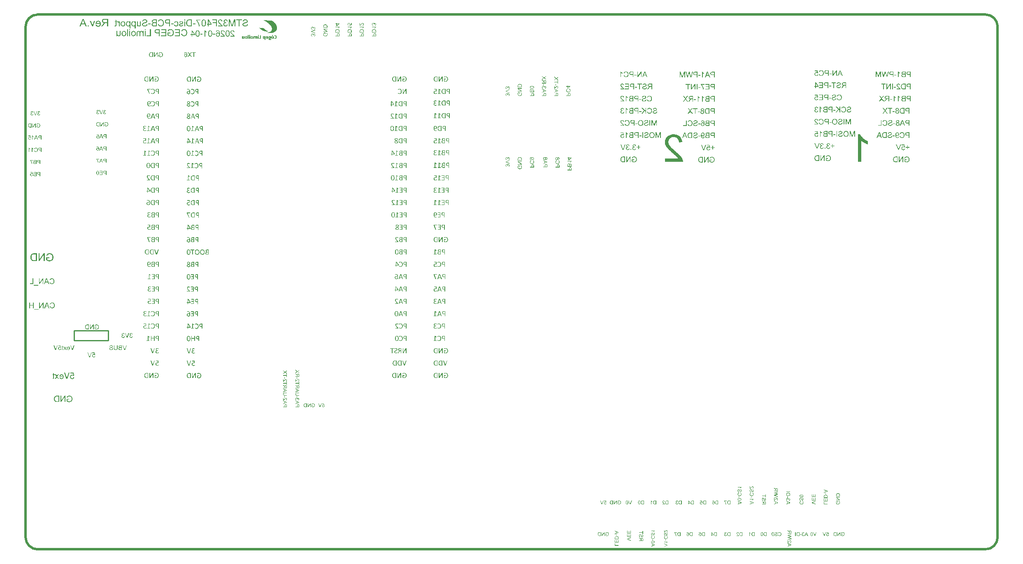
<source format=gbo>
G04*
G04 #@! TF.GenerationSoftware,Altium Limited,Altium Designer,25.5.2 (35)*
G04*
G04 Layer_Color=39423*
%FSLAX43Y43*%
%MOMM*%
G71*
G04*
G04 #@! TF.SameCoordinates,63F32C08-AF9D-475E-98F0-C5E4A992C089*
G04*
G04*
G04 #@! TF.FilePolarity,Positive*
G04*
G01*
G75*
%ADD12C,0.250*%
%ADD18C,0.500*%
G36*
X47985Y105612D02*
X47789D01*
Y105769D01*
X47985D01*
Y105612D01*
D02*
G37*
G36*
X46181D02*
X45985D01*
Y105691D01*
Y105730D01*
Y105769D01*
X46181D01*
Y105612D01*
D02*
G37*
G36*
X47711Y104985D02*
X47515D01*
Y105338D01*
X47476D01*
Y105377D01*
X47397D01*
Y104985D01*
X47201D01*
Y105377D01*
X47083D01*
Y104985D01*
X46887D01*
Y105455D01*
X46926D01*
Y105494D01*
Y105534D01*
X47162D01*
Y105494D01*
X47240D01*
Y105534D01*
X47476D01*
Y105494D01*
X47515D01*
Y105534D01*
X47711D01*
Y104985D01*
D02*
G37*
G36*
X45051Y105098D02*
X45012D01*
Y105020D01*
X44972D01*
Y104980D01*
X44776D01*
Y105020D01*
X44698D01*
Y104980D01*
X44541D01*
Y105529D01*
X44737D01*
Y105137D01*
X44855D01*
Y105529D01*
X45051D01*
Y105098D01*
D02*
G37*
G36*
X47985Y105063D02*
Y105024D01*
Y104985D01*
X47789D01*
Y105534D01*
X47985D01*
Y105063D01*
D02*
G37*
G36*
X46691Y105494D02*
X46730D01*
Y105455D01*
X46770D01*
Y105416D01*
X46809D01*
Y105141D01*
X46770D01*
Y105063D01*
X46730D01*
Y105024D01*
X46652D01*
Y104985D01*
X46417D01*
Y105024D01*
X46338D01*
Y105102D01*
X46299D01*
Y105181D01*
X46260D01*
Y105377D01*
X46299D01*
Y105455D01*
X46338D01*
Y105494D01*
X46377D01*
Y105534D01*
X46691D01*
Y105494D01*
D02*
G37*
G36*
X46181Y104985D02*
X45985D01*
Y105338D01*
X46025D01*
Y105377D01*
X45985D01*
Y105534D01*
X46181D01*
Y104985D01*
D02*
G37*
G36*
X45907Y105259D02*
Y105220D01*
Y104985D01*
X45711D01*
Y105769D01*
X45907D01*
Y105259D01*
D02*
G37*
G36*
X45521Y105490D02*
X45600D01*
Y105412D01*
X45639D01*
Y105098D01*
X45600D01*
Y105059D01*
X45561D01*
Y105020D01*
X45482D01*
Y104980D01*
X45247D01*
Y105020D01*
X45168D01*
Y105098D01*
X45129D01*
Y105176D01*
X45090D01*
Y105333D01*
X45129D01*
Y105451D01*
X45168D01*
Y105490D01*
X45208D01*
Y105529D01*
X45521D01*
Y105490D01*
D02*
G37*
G36*
X48181Y107259D02*
X48417D01*
Y107220D01*
X48652D01*
Y107181D01*
X48926D01*
Y107142D01*
X49083D01*
Y107102D01*
X49123D01*
Y107063D01*
X49162D01*
Y107024D01*
X49201D01*
Y106985D01*
X49240D01*
Y106945D01*
X49279D01*
Y106906D01*
X49319D01*
Y106867D01*
X49358D01*
Y106828D01*
X49436D01*
Y106789D01*
X49476D01*
Y106749D01*
X49554D01*
Y106710D01*
X49593D01*
Y106671D01*
X49672D01*
Y106632D01*
X49750D01*
Y106592D01*
X49828D01*
Y106553D01*
X49907D01*
Y106514D01*
X49789D01*
Y106475D01*
X49554D01*
Y106514D01*
X49279D01*
Y106553D01*
X49123D01*
Y106592D01*
X49005D01*
Y106632D01*
X48926D01*
Y106671D01*
X48848D01*
Y106710D01*
X48770D01*
Y106749D01*
X48691D01*
Y106789D01*
X48613D01*
Y106828D01*
X48574D01*
Y106867D01*
X48495D01*
Y106906D01*
X48456D01*
Y106945D01*
X48417D01*
Y106985D01*
X48338D01*
Y107024D01*
X48299D01*
Y107063D01*
X48260D01*
Y107102D01*
X48221D01*
Y107142D01*
X48181D01*
Y107181D01*
X48142D01*
Y107220D01*
X48103D01*
Y107298D01*
X48181D01*
Y107259D01*
D02*
G37*
G36*
X49358Y108828D02*
X49672D01*
Y108789D01*
X50025D01*
Y108749D01*
X50338D01*
Y108710D01*
X50691D01*
Y108671D01*
X50848D01*
Y108632D01*
X50887D01*
Y108592D01*
X50926D01*
Y108553D01*
X50966D01*
Y108514D01*
X51005D01*
Y108475D01*
X51083D01*
Y108436D01*
X51123D01*
Y108396D01*
X51162D01*
Y108357D01*
X51201D01*
Y108318D01*
X51240D01*
Y108279D01*
X51279D01*
Y108240D01*
X51319D01*
Y108200D01*
X51358D01*
Y108122D01*
X51397D01*
Y108083D01*
X51436D01*
Y108043D01*
X51476D01*
Y107965D01*
X51515D01*
Y107926D01*
X51554D01*
Y107847D01*
X51593D01*
Y107769D01*
X51632D01*
Y107691D01*
X51672D01*
Y107573D01*
X51711D01*
Y107416D01*
X51750D01*
Y107024D01*
X51711D01*
Y106906D01*
X51672D01*
Y106828D01*
X51632D01*
Y106749D01*
X51593D01*
Y106710D01*
X51554D01*
Y106632D01*
X51515D01*
Y106592D01*
X51476D01*
Y106553D01*
X51436D01*
Y106514D01*
X51358D01*
Y106475D01*
X51319D01*
Y106436D01*
X51240D01*
Y106396D01*
X51162D01*
Y106357D01*
X51083D01*
Y106318D01*
X50966D01*
Y106279D01*
X50848D01*
Y106240D01*
X50613D01*
Y106200D01*
X50064D01*
Y106240D01*
X49789D01*
Y106279D01*
X49828D01*
Y106318D01*
X50064D01*
Y106357D01*
X50181D01*
Y106396D01*
X50299D01*
Y106436D01*
X50377D01*
Y106475D01*
X50417D01*
Y106514D01*
X50456D01*
Y106553D01*
X50495D01*
Y106592D01*
X50534D01*
Y106632D01*
X50574D01*
Y106671D01*
X50613D01*
Y106789D01*
X50652D01*
Y106906D01*
X50691D01*
Y107181D01*
X50652D01*
Y107338D01*
X50613D01*
Y107455D01*
X50574D01*
Y107494D01*
X50534D01*
Y107573D01*
X50495D01*
Y107651D01*
X50456D01*
Y107691D01*
X50417D01*
Y107769D01*
X50377D01*
Y107808D01*
X50338D01*
Y107847D01*
X50299D01*
Y107887D01*
X50260D01*
Y107926D01*
X50221D01*
Y107965D01*
X50181D01*
Y108004D01*
X50142D01*
Y108043D01*
X50103D01*
Y108083D01*
X50064D01*
Y108122D01*
X50025D01*
Y108161D01*
X49946D01*
Y108200D01*
X49907D01*
Y108240D01*
X49868D01*
Y108279D01*
X49828D01*
Y108318D01*
X49750D01*
Y108357D01*
X49711D01*
Y108396D01*
X49672D01*
Y108436D01*
X49593D01*
Y108475D01*
X49515D01*
Y108514D01*
X49476D01*
Y108553D01*
X49397D01*
Y108592D01*
X49358D01*
Y108632D01*
X49279D01*
Y108671D01*
X49201D01*
Y108710D01*
X49162D01*
Y108749D01*
X49083D01*
Y108789D01*
X49005D01*
Y108828D01*
X48926D01*
Y108867D01*
X49358D01*
Y108828D01*
D02*
G37*
G36*
X50848Y105691D02*
X50887D01*
Y105612D01*
X50770D01*
Y105651D01*
X50730D01*
Y105730D01*
X50691D01*
Y105769D01*
X50848D01*
Y105691D01*
D02*
G37*
G36*
X50417Y105494D02*
X50456D01*
Y105455D01*
X50495D01*
Y105102D01*
X50456D01*
Y105024D01*
X50377D01*
Y104985D01*
X50221D01*
Y105024D01*
X50181D01*
Y105063D01*
X50142D01*
Y104985D01*
X50181D01*
Y104945D01*
Y104906D01*
X50456D01*
Y104945D01*
X50495D01*
Y104789D01*
X50377D01*
Y104749D01*
X50181D01*
Y104789D01*
X50064D01*
Y104828D01*
X50025D01*
Y104906D01*
X49985D01*
Y105534D01*
X50142D01*
Y105494D01*
X50221D01*
Y105534D01*
X50417D01*
Y105494D01*
D02*
G37*
G36*
X49358D02*
X49319D01*
Y105455D01*
X49358D01*
Y105416D01*
X49319D01*
Y105377D01*
X49358D01*
Y105338D01*
X49319D01*
Y105220D01*
X49358D01*
Y105141D01*
X49319D01*
Y105102D01*
X49358D01*
Y105063D01*
X49319D01*
Y105024D01*
X49358D01*
Y104945D01*
X49319D01*
Y104906D01*
X49358D01*
Y104867D01*
X49319D01*
Y104749D01*
X49162D01*
Y105024D01*
X49083D01*
Y104985D01*
X48926D01*
Y105024D01*
X48848D01*
Y105102D01*
X48809D01*
Y105259D01*
Y105298D01*
Y105416D01*
X48848D01*
Y105494D01*
X48887D01*
Y105534D01*
X49123D01*
Y105494D01*
X49162D01*
Y105534D01*
X49358D01*
Y105494D01*
D02*
G37*
G36*
X51476Y105691D02*
X51554D01*
Y105651D01*
X51593D01*
Y105612D01*
X51632D01*
Y105494D01*
X51672D01*
Y105259D01*
X51632D01*
Y105141D01*
X51593D01*
Y105102D01*
X51554D01*
Y105063D01*
X51515D01*
Y105024D01*
X51436D01*
Y104985D01*
X51123D01*
Y105024D01*
Y105181D01*
X51162D01*
Y105141D01*
X51397D01*
Y105220D01*
X51436D01*
Y105298D01*
X51476D01*
Y105416D01*
X51436D01*
Y105534D01*
X51397D01*
Y105573D01*
X51123D01*
Y105730D01*
X51476D01*
Y105691D01*
D02*
G37*
G36*
X50926Y105494D02*
X51005D01*
Y105455D01*
X51044D01*
Y105338D01*
X51083D01*
Y105181D01*
X51044D01*
Y105102D01*
X51005D01*
Y105024D01*
X50926D01*
Y104985D01*
X50613D01*
Y105024D01*
X50574D01*
Y105141D01*
X50613D01*
Y105102D01*
X50848D01*
Y105141D01*
X50887D01*
Y105220D01*
X50574D01*
Y105416D01*
X50613D01*
Y105455D01*
X50652D01*
Y105494D01*
X50691D01*
Y105534D01*
X50926D01*
Y105494D01*
D02*
G37*
G36*
X49789D02*
X49828D01*
Y105455D01*
X49868D01*
Y105377D01*
X49907D01*
Y105141D01*
X49868D01*
Y105063D01*
X49828D01*
Y105024D01*
X49750D01*
Y104985D01*
X49436D01*
Y105141D01*
X49476D01*
Y105102D01*
X49672D01*
Y105141D01*
X49711D01*
Y105220D01*
X49397D01*
Y105298D01*
Y105338D01*
Y105377D01*
X49436D01*
Y105455D01*
X49476D01*
Y105494D01*
X49515D01*
Y105534D01*
X49789D01*
Y105494D01*
D02*
G37*
G36*
X48456Y104985D02*
X48025D01*
Y105141D01*
X48260D01*
Y105730D01*
X48456D01*
Y104985D01*
D02*
G37*
G36*
X3941Y59278D02*
X3737D01*
Y60534D01*
X2900Y59278D01*
X2680D01*
Y60879D01*
X2884D01*
Y59620D01*
X3724Y60879D01*
X3941D01*
Y59278D01*
D02*
G37*
G36*
X5019Y60902D02*
X5100Y60891D01*
X5137Y60884D01*
X5172Y60874D01*
X5204Y60867D01*
X5235Y60858D01*
X5262Y60849D01*
X5285Y60840D01*
X5306Y60830D01*
X5325Y60823D01*
X5339Y60817D01*
X5348Y60812D01*
X5355Y60810D01*
X5357Y60807D01*
X5390Y60786D01*
X5422Y60766D01*
X5477Y60717D01*
X5526Y60668D01*
X5565Y60618D01*
X5598Y60574D01*
X5609Y60555D01*
X5619Y60537D01*
X5628Y60523D01*
X5633Y60513D01*
X5635Y60506D01*
X5637Y60504D01*
X5670Y60428D01*
X5693Y60351D01*
X5711Y60277D01*
X5716Y60243D01*
X5723Y60210D01*
X5725Y60180D01*
X5730Y60155D01*
X5732Y60129D01*
Y60108D01*
X5734Y60092D01*
Y60081D01*
Y60071D01*
Y60069D01*
X5730Y59984D01*
X5718Y59903D01*
X5711Y59866D01*
X5704Y59831D01*
X5695Y59796D01*
X5686Y59766D01*
X5676Y59738D01*
X5667Y59715D01*
X5660Y59692D01*
X5653Y59676D01*
X5646Y59660D01*
X5642Y59650D01*
X5637Y59643D01*
Y59641D01*
X5595Y59574D01*
X5549Y59516D01*
X5501Y59465D01*
X5454Y59424D01*
X5410Y59391D01*
X5394Y59380D01*
X5378Y59368D01*
X5364Y59361D01*
X5355Y59354D01*
X5348Y59352D01*
X5346Y59349D01*
X5309Y59331D01*
X5272Y59317D01*
X5197Y59292D01*
X5126Y59275D01*
X5059Y59262D01*
X5029Y59259D01*
X5001Y59255D01*
X4975Y59252D01*
X4955D01*
X4938Y59250D01*
X4915D01*
X4850Y59252D01*
X4788Y59259D01*
X4730Y59271D01*
X4679Y59282D01*
X4658Y59287D01*
X4638Y59292D01*
X4619Y59299D01*
X4603Y59303D01*
X4591Y59308D01*
X4582Y59310D01*
X4577Y59312D01*
X4575D01*
X4513Y59338D01*
X4455Y59368D01*
X4399Y59400D01*
X4351Y59430D01*
X4330Y59444D01*
X4309Y59458D01*
X4293Y59470D01*
X4279Y59479D01*
X4267Y59488D01*
X4258Y59495D01*
X4253Y59498D01*
X4251Y59500D01*
Y60095D01*
X4931D01*
Y59905D01*
X4459D01*
Y59604D01*
X4487Y59581D01*
X4519Y59560D01*
X4554Y59542D01*
X4587Y59525D01*
X4614Y59511D01*
X4640Y59500D01*
X4649Y59495D01*
X4654Y59493D01*
X4658Y59491D01*
X4661D01*
X4709Y59474D01*
X4758Y59461D01*
X4802Y59451D01*
X4843Y59447D01*
X4878Y59442D01*
X4892D01*
X4906Y59440D01*
X4929D01*
X4987Y59442D01*
X5042Y59451D01*
X5093Y59463D01*
X5140Y59474D01*
X5177Y59488D01*
X5193Y59493D01*
X5204Y59498D01*
X5216Y59502D01*
X5223Y59507D01*
X5228Y59509D01*
X5230D01*
X5278Y59539D01*
X5322Y59572D01*
X5359Y59606D01*
X5390Y59641D01*
X5415Y59673D01*
X5431Y59699D01*
X5438Y59708D01*
X5440Y59715D01*
X5445Y59720D01*
Y59722D01*
X5468Y59780D01*
X5487Y59840D01*
X5498Y59900D01*
X5508Y59958D01*
X5510Y59984D01*
X5512Y60007D01*
X5515Y60030D01*
Y60048D01*
X5517Y60062D01*
Y60074D01*
Y60081D01*
Y60083D01*
X5515Y60148D01*
X5508Y60206D01*
X5498Y60261D01*
X5487Y60310D01*
X5482Y60331D01*
X5475Y60349D01*
X5471Y60365D01*
X5466Y60379D01*
X5461Y60391D01*
X5459Y60398D01*
X5457Y60402D01*
Y60405D01*
X5440Y60437D01*
X5424Y60467D01*
X5408Y60495D01*
X5392Y60518D01*
X5378Y60537D01*
X5366Y60553D01*
X5357Y60562D01*
X5355Y60564D01*
X5329Y60590D01*
X5302Y60613D01*
X5272Y60631D01*
X5244Y60650D01*
X5221Y60661D01*
X5202Y60673D01*
X5188Y60678D01*
X5184Y60680D01*
X5142Y60696D01*
X5100Y60708D01*
X5056Y60715D01*
X5017Y60722D01*
X4982Y60724D01*
X4968D01*
X4957Y60726D01*
X4931D01*
X4887Y60724D01*
X4846Y60719D01*
X4809Y60712D01*
X4776Y60705D01*
X4749Y60696D01*
X4728Y60689D01*
X4716Y60685D01*
X4712Y60682D01*
X4677Y60666D01*
X4647Y60648D01*
X4619Y60629D01*
X4598Y60611D01*
X4582Y60594D01*
X4568Y60583D01*
X4561Y60574D01*
X4559Y60571D01*
X4538Y60543D01*
X4522Y60511D01*
X4506Y60481D01*
X4492Y60449D01*
X4482Y60421D01*
X4476Y60400D01*
X4473Y60391D01*
X4471Y60384D01*
X4469Y60382D01*
Y60379D01*
X4277Y60430D01*
X4293Y60488D01*
X4314Y60539D01*
X4334Y60585D01*
X4353Y60622D01*
X4371Y60652D01*
X4385Y60673D01*
X4395Y60687D01*
X4399Y60692D01*
X4432Y60729D01*
X4466Y60759D01*
X4503Y60786D01*
X4538Y60810D01*
X4570Y60826D01*
X4596Y60840D01*
X4605Y60844D01*
X4612Y60847D01*
X4617Y60849D01*
X4619D01*
X4672Y60867D01*
X4728Y60881D01*
X4779Y60893D01*
X4827Y60900D01*
X4871Y60904D01*
X4890D01*
X4904Y60907D01*
X4978D01*
X5019Y60902D01*
D02*
G37*
G36*
X2324Y59278D02*
X1747D01*
X1694Y59280D01*
X1646Y59282D01*
X1602Y59287D01*
X1565Y59292D01*
X1532Y59296D01*
X1509Y59299D01*
X1502Y59301D01*
X1495Y59303D01*
X1491D01*
X1449Y59315D01*
X1412Y59329D01*
X1379Y59340D01*
X1352Y59354D01*
X1329Y59366D01*
X1312Y59375D01*
X1303Y59382D01*
X1298Y59384D01*
X1268Y59405D01*
X1243Y59430D01*
X1218Y59454D01*
X1197Y59477D01*
X1178Y59498D01*
X1164Y59514D01*
X1155Y59525D01*
X1153Y59530D01*
X1130Y59567D01*
X1106Y59606D01*
X1088Y59643D01*
X1074Y59680D01*
X1060Y59713D01*
X1051Y59738D01*
X1049Y59748D01*
X1046Y59754D01*
X1044Y59759D01*
Y59761D01*
X1030Y59817D01*
X1019Y59872D01*
X1012Y59926D01*
X1005Y59977D01*
X1002Y60021D01*
Y60039D01*
X1000Y60055D01*
Y60067D01*
Y60078D01*
Y60083D01*
Y60085D01*
X1002Y60164D01*
X1009Y60236D01*
X1021Y60301D01*
X1025Y60331D01*
X1032Y60356D01*
X1039Y60382D01*
X1044Y60402D01*
X1049Y60421D01*
X1056Y60437D01*
X1058Y60451D01*
X1062Y60460D01*
X1065Y60465D01*
Y60467D01*
X1090Y60527D01*
X1120Y60581D01*
X1153Y60627D01*
X1183Y60666D01*
X1211Y60699D01*
X1234Y60722D01*
X1243Y60729D01*
X1250Y60736D01*
X1252Y60738D01*
X1255Y60740D01*
X1292Y60770D01*
X1331Y60793D01*
X1370Y60814D01*
X1407Y60830D01*
X1440Y60842D01*
X1465Y60849D01*
X1474Y60854D01*
X1481D01*
X1486Y60856D01*
X1488D01*
X1528Y60863D01*
X1574Y60870D01*
X1620Y60874D01*
X1666Y60877D01*
X1708Y60879D01*
X2324D01*
Y59278D01*
D02*
G37*
G36*
X3657Y54567D02*
X3510D01*
Y55472D01*
X2907Y54567D01*
X2749D01*
Y55720D01*
X2896D01*
Y54813D01*
X3500Y55720D01*
X3657D01*
Y54567D01*
D02*
G37*
G36*
X5450Y55737D02*
X5503Y55728D01*
X5550Y55718D01*
X5571Y55712D01*
X5591Y55705D01*
X5610Y55698D01*
X5626Y55692D01*
X5640Y55687D01*
X5653Y55682D01*
X5661Y55677D01*
X5668Y55673D01*
X5673Y55672D01*
X5675Y55670D01*
X5720Y55642D01*
X5758Y55608D01*
X5791Y55575D01*
X5820Y55542D01*
X5841Y55512D01*
X5850Y55498D01*
X5856Y55487D01*
X5863Y55478D01*
X5866Y55472D01*
X5868Y55467D01*
X5870Y55465D01*
X5893Y55413D01*
X5910Y55360D01*
X5921Y55307D01*
X5930Y55258D01*
X5933Y55237D01*
X5935Y55215D01*
X5936Y55198D01*
Y55182D01*
X5938Y55170D01*
Y55160D01*
Y55153D01*
Y55152D01*
X5935Y55092D01*
X5928Y55033D01*
X5920Y54982D01*
X5913Y54957D01*
X5908Y54935D01*
X5903Y54915D01*
X5896Y54897D01*
X5891Y54880D01*
X5888Y54867D01*
X5883Y54857D01*
X5881Y54848D01*
X5878Y54843D01*
Y54842D01*
X5853Y54792D01*
X5825Y54747D01*
X5795Y54708D01*
X5780Y54693D01*
X5766Y54678D01*
X5753Y54665D01*
X5740Y54653D01*
X5728Y54643D01*
X5718Y54637D01*
X5711Y54630D01*
X5705Y54625D01*
X5701Y54623D01*
X5700Y54622D01*
X5676Y54608D01*
X5653Y54597D01*
X5603Y54578D01*
X5553Y54565D01*
X5505Y54557D01*
X5482Y54554D01*
X5462Y54550D01*
X5443Y54549D01*
X5428D01*
X5415Y54547D01*
X5397D01*
X5363Y54549D01*
X5332Y54552D01*
X5302Y54555D01*
X5273Y54562D01*
X5247Y54570D01*
X5222Y54578D01*
X5198Y54587D01*
X5177Y54597D01*
X5158Y54605D01*
X5140Y54613D01*
X5127Y54622D01*
X5113Y54630D01*
X5105Y54637D01*
X5097Y54640D01*
X5093Y54643D01*
X5092Y54645D01*
X5068Y54665D01*
X5048Y54685D01*
X5030Y54708D01*
X5012Y54732D01*
X4982Y54778D01*
X4958Y54825D01*
X4948Y54847D01*
X4940Y54867D01*
X4933Y54885D01*
X4928Y54900D01*
X4923Y54913D01*
X4920Y54923D01*
X4918Y54930D01*
Y54932D01*
X5072Y54970D01*
X5078Y54943D01*
X5087Y54918D01*
X5095Y54895D01*
X5103Y54873D01*
X5113Y54853D01*
X5123Y54837D01*
X5135Y54820D01*
X5145Y54805D01*
X5153Y54792D01*
X5163Y54782D01*
X5172Y54772D01*
X5178Y54763D01*
X5185Y54758D01*
X5190Y54753D01*
X5192Y54752D01*
X5193Y54750D01*
X5210Y54737D01*
X5228Y54727D01*
X5265Y54708D01*
X5300Y54695D01*
X5335Y54687D01*
X5365Y54680D01*
X5377Y54678D01*
X5388D01*
X5398Y54677D01*
X5410D01*
X5448Y54678D01*
X5485Y54685D01*
X5518Y54693D01*
X5548Y54703D01*
X5571Y54713D01*
X5581Y54718D01*
X5590Y54722D01*
X5596Y54725D01*
X5601Y54728D01*
X5605Y54730D01*
X5606D01*
X5638Y54753D01*
X5665Y54778D01*
X5688Y54807D01*
X5706Y54833D01*
X5721Y54857D01*
X5731Y54877D01*
X5735Y54885D01*
X5738Y54890D01*
X5740Y54893D01*
Y54895D01*
X5753Y54938D01*
X5763Y54982D01*
X5771Y55025D01*
X5776Y55065D01*
X5778Y55083D01*
X5780Y55100D01*
Y55115D01*
X5781Y55127D01*
Y55137D01*
Y55145D01*
Y55150D01*
Y55152D01*
X5780Y55195D01*
X5776Y55235D01*
X5770Y55272D01*
X5763Y55305D01*
X5758Y55333D01*
X5755Y55345D01*
X5751Y55355D01*
X5750Y55363D01*
X5748Y55368D01*
X5746Y55372D01*
Y55373D01*
X5730Y55412D01*
X5711Y55447D01*
X5691Y55475D01*
X5670Y55500D01*
X5651Y55520D01*
X5636Y55533D01*
X5625Y55542D01*
X5623Y55545D01*
X5621D01*
X5586Y55567D01*
X5548Y55583D01*
X5512Y55595D01*
X5477Y55602D01*
X5445Y55607D01*
X5432Y55608D01*
X5420D01*
X5412Y55610D01*
X5398D01*
X5357Y55608D01*
X5318Y55602D01*
X5287Y55592D01*
X5258Y55582D01*
X5237Y55570D01*
X5220Y55562D01*
X5210Y55555D01*
X5207Y55552D01*
X5180Y55527D01*
X5155Y55498D01*
X5135Y55468D01*
X5118Y55438D01*
X5105Y55412D01*
X5100Y55398D01*
X5097Y55388D01*
X5093Y55380D01*
X5090Y55373D01*
X5088Y55370D01*
Y55368D01*
X4938Y55403D01*
X4948Y55433D01*
X4958Y55460D01*
X4972Y55485D01*
X4983Y55510D01*
X4997Y55532D01*
X5012Y55552D01*
X5025Y55572D01*
X5038Y55588D01*
X5052Y55602D01*
X5063Y55615D01*
X5075Y55627D01*
X5083Y55635D01*
X5092Y55643D01*
X5098Y55648D01*
X5102Y55650D01*
X5103Y55652D01*
X5127Y55667D01*
X5150Y55682D01*
X5173Y55693D01*
X5198Y55703D01*
X5248Y55718D01*
X5293Y55728D01*
X5315Y55733D01*
X5333Y55735D01*
X5352Y55737D01*
X5367Y55738D01*
X5378Y55740D01*
X5395D01*
X5450Y55737D01*
D02*
G37*
G36*
X4857Y54567D02*
X4695D01*
X4570Y54917D01*
X4087D01*
X3952Y54567D01*
X3779D01*
X4250Y55720D01*
X4417D01*
X4857Y54567D01*
D02*
G37*
G36*
X1603D02*
X881D01*
Y54703D01*
X1449D01*
Y55720D01*
X1603D01*
Y54567D01*
D02*
G37*
G36*
X2642Y54247D02*
X1704D01*
Y54349D01*
X2642D01*
Y54247D01*
D02*
G37*
G36*
X1649Y49599D02*
X1496D01*
Y50142D01*
X900D01*
Y49599D01*
X746D01*
Y50752D01*
X900D01*
Y50279D01*
X1496D01*
Y50752D01*
X1649D01*
Y49599D01*
D02*
G37*
G36*
X3716D02*
X3569D01*
Y50504D01*
X2966Y49599D01*
X2807D01*
Y50752D01*
X2954D01*
Y49845D01*
X3559Y50752D01*
X3716D01*
Y49599D01*
D02*
G37*
G36*
X5508Y50769D02*
X5562Y50760D01*
X5608Y50750D01*
X5630Y50744D01*
X5650Y50737D01*
X5668Y50730D01*
X5685Y50724D01*
X5698Y50719D01*
X5712Y50714D01*
X5720Y50709D01*
X5727Y50705D01*
X5732Y50704D01*
X5733Y50702D01*
X5778Y50674D01*
X5817Y50640D01*
X5850Y50607D01*
X5878Y50574D01*
X5900Y50544D01*
X5908Y50530D01*
X5915Y50519D01*
X5922Y50510D01*
X5925Y50504D01*
X5927Y50499D01*
X5928Y50497D01*
X5952Y50445D01*
X5968Y50392D01*
X5980Y50339D01*
X5988Y50290D01*
X5992Y50269D01*
X5993Y50247D01*
X5995Y50230D01*
Y50214D01*
X5997Y50202D01*
Y50192D01*
Y50185D01*
Y50184D01*
X5993Y50124D01*
X5987Y50065D01*
X5978Y50014D01*
X5972Y49989D01*
X5967Y49967D01*
X5962Y49947D01*
X5955Y49929D01*
X5950Y49912D01*
X5947Y49899D01*
X5942Y49889D01*
X5940Y49880D01*
X5937Y49875D01*
Y49874D01*
X5912Y49824D01*
X5883Y49779D01*
X5853Y49740D01*
X5838Y49725D01*
X5825Y49710D01*
X5812Y49697D01*
X5798Y49685D01*
X5787Y49675D01*
X5777Y49669D01*
X5770Y49662D01*
X5763Y49657D01*
X5760Y49655D01*
X5758Y49654D01*
X5735Y49640D01*
X5712Y49629D01*
X5662Y49611D01*
X5612Y49597D01*
X5563Y49589D01*
X5540Y49585D01*
X5520Y49582D01*
X5502Y49581D01*
X5487D01*
X5473Y49579D01*
X5455D01*
X5422Y49581D01*
X5390Y49584D01*
X5360Y49587D01*
X5332Y49594D01*
X5305Y49602D01*
X5280Y49611D01*
X5257Y49619D01*
X5235Y49629D01*
X5217Y49637D01*
X5199Y49645D01*
X5185Y49654D01*
X5172Y49662D01*
X5164Y49669D01*
X5155Y49672D01*
X5152Y49675D01*
X5150Y49677D01*
X5127Y49697D01*
X5107Y49717D01*
X5089Y49740D01*
X5070Y49764D01*
X5040Y49810D01*
X5017Y49857D01*
X5007Y49879D01*
X4999Y49899D01*
X4992Y49917D01*
X4987Y49932D01*
X4982Y49945D01*
X4979Y49955D01*
X4977Y49962D01*
Y49964D01*
X5130Y50002D01*
X5137Y49975D01*
X5145Y49950D01*
X5154Y49927D01*
X5162Y49905D01*
X5172Y49885D01*
X5182Y49869D01*
X5194Y49852D01*
X5204Y49837D01*
X5212Y49824D01*
X5222Y49814D01*
X5230Y49804D01*
X5237Y49795D01*
X5244Y49790D01*
X5249Y49785D01*
X5250Y49784D01*
X5252Y49782D01*
X5269Y49769D01*
X5287Y49759D01*
X5323Y49740D01*
X5358Y49727D01*
X5393Y49719D01*
X5423Y49712D01*
X5435Y49710D01*
X5447D01*
X5457Y49709D01*
X5468D01*
X5507Y49710D01*
X5543Y49717D01*
X5577Y49725D01*
X5607Y49735D01*
X5630Y49745D01*
X5640Y49750D01*
X5648Y49754D01*
X5655Y49757D01*
X5660Y49760D01*
X5663Y49762D01*
X5665D01*
X5697Y49785D01*
X5723Y49810D01*
X5747Y49839D01*
X5765Y49865D01*
X5780Y49889D01*
X5790Y49909D01*
X5793Y49917D01*
X5797Y49922D01*
X5798Y49925D01*
Y49927D01*
X5812Y49970D01*
X5822Y50014D01*
X5830Y50057D01*
X5835Y50097D01*
X5837Y50115D01*
X5838Y50132D01*
Y50147D01*
X5840Y50159D01*
Y50169D01*
Y50177D01*
Y50182D01*
Y50184D01*
X5838Y50227D01*
X5835Y50267D01*
X5828Y50304D01*
X5822Y50337D01*
X5817Y50365D01*
X5813Y50377D01*
X5810Y50387D01*
X5808Y50395D01*
X5807Y50400D01*
X5805Y50404D01*
Y50405D01*
X5788Y50444D01*
X5770Y50479D01*
X5750Y50507D01*
X5728Y50532D01*
X5710Y50552D01*
X5695Y50565D01*
X5683Y50574D01*
X5682Y50577D01*
X5680D01*
X5645Y50599D01*
X5607Y50615D01*
X5570Y50627D01*
X5535Y50634D01*
X5503Y50639D01*
X5490Y50640D01*
X5478D01*
X5470Y50642D01*
X5457D01*
X5415Y50640D01*
X5377Y50634D01*
X5345Y50624D01*
X5317Y50614D01*
X5295Y50602D01*
X5279Y50594D01*
X5269Y50587D01*
X5265Y50584D01*
X5239Y50559D01*
X5214Y50530D01*
X5194Y50500D01*
X5177Y50470D01*
X5164Y50444D01*
X5159Y50430D01*
X5155Y50420D01*
X5152Y50412D01*
X5149Y50405D01*
X5147Y50402D01*
Y50400D01*
X4997Y50435D01*
X5007Y50465D01*
X5017Y50492D01*
X5030Y50517D01*
X5042Y50542D01*
X5055Y50564D01*
X5070Y50584D01*
X5084Y50604D01*
X5097Y50620D01*
X5110Y50634D01*
X5122Y50647D01*
X5134Y50659D01*
X5142Y50667D01*
X5150Y50675D01*
X5157Y50680D01*
X5160Y50682D01*
X5162Y50684D01*
X5185Y50699D01*
X5209Y50714D01*
X5232Y50725D01*
X5257Y50735D01*
X5307Y50750D01*
X5352Y50760D01*
X5373Y50765D01*
X5392Y50767D01*
X5410Y50769D01*
X5425Y50770D01*
X5437Y50772D01*
X5453D01*
X5508Y50769D01*
D02*
G37*
G36*
X4915Y49599D02*
X4754D01*
X4629Y49949D01*
X4145D01*
X4010Y49599D01*
X3837D01*
X4309Y50752D01*
X4475D01*
X4915Y49599D01*
D02*
G37*
G36*
X2701Y49279D02*
X1763D01*
Y49381D01*
X2701D01*
Y49279D01*
D02*
G37*
G36*
X33836Y101763D02*
X34207Y101267D01*
X34054D01*
X33811Y101599D01*
X33806Y101608D01*
X33799Y101618D01*
X33784Y101640D01*
X33777Y101651D01*
X33771Y101659D01*
X33767Y101665D01*
X33766Y101666D01*
X33752Y101645D01*
X33739Y101626D01*
X33734Y101619D01*
X33731Y101613D01*
X33728Y101609D01*
X33727Y101608D01*
X33484Y101267D01*
X33327D01*
X33687Y101770D01*
X33354Y102226D01*
X33493D01*
X33684Y101971D01*
X33701Y101950D01*
X33714Y101931D01*
X33728Y101912D01*
X33739Y101896D01*
X33749Y101882D01*
X33756Y101871D01*
X33760Y101866D01*
X33762Y101863D01*
X33771Y101880D01*
X33782Y101898D01*
X33795Y101917D01*
X33807Y101936D01*
X33820Y101953D01*
X33828Y101967D01*
X33832Y101973D01*
X33835Y101977D01*
X33838Y101978D01*
Y101979D01*
X34013Y102226D01*
X34164D01*
X33836Y101763D01*
D02*
G37*
G36*
X32950Y102229D02*
X32977Y102226D01*
X33002Y102221D01*
X33025Y102214D01*
X33046Y102204D01*
X33067Y102196D01*
X33085Y102185D01*
X33101Y102175D01*
X33115Y102165D01*
X33129Y102154D01*
X33140Y102146D01*
X33149Y102138D01*
X33155Y102129D01*
X33161Y102124D01*
X33164Y102121D01*
X33165Y102120D01*
X33183Y102095D01*
X33199Y102065D01*
X33212Y102035D01*
X33225Y102003D01*
X33235Y101970D01*
X33243Y101936D01*
X33250Y101902D01*
X33255Y101870D01*
X33260Y101838D01*
X33262Y101809D01*
X33265Y101783D01*
X33266Y101760D01*
Y101741D01*
X33268Y101727D01*
Y101722D01*
Y101717D01*
Y101716D01*
Y101715D01*
X33266Y101670D01*
X33264Y101629D01*
X33260Y101590D01*
X33253Y101554D01*
X33246Y101522D01*
X33239Y101493D01*
X33230Y101466D01*
X33221Y101443D01*
X33212Y101423D01*
X33204Y101405D01*
X33197Y101391D01*
X33189Y101379D01*
X33183Y101369D01*
X33179Y101364D01*
X33176Y101360D01*
X33175Y101358D01*
X33157Y101339D01*
X33137Y101322D01*
X33118Y101308D01*
X33099Y101296D01*
X33078Y101285D01*
X33058Y101276D01*
X33039Y101269D01*
X33020Y101264D01*
X33003Y101260D01*
X32986Y101256D01*
X32972Y101253D01*
X32960Y101251D01*
X32949D01*
X32942Y101250D01*
X32935D01*
X32903Y101251D01*
X32874Y101257D01*
X32848Y101262D01*
X32824Y101271D01*
X32806Y101278D01*
X32792Y101285D01*
X32787Y101286D01*
X32782Y101289D01*
X32781Y101290D01*
X32780D01*
X32756Y101307D01*
X32734Y101326D01*
X32716Y101346D01*
X32701Y101365D01*
X32688Y101383D01*
X32680Y101397D01*
X32677Y101403D01*
X32674Y101407D01*
X32673Y101408D01*
Y101409D01*
X32659Y101439D01*
X32649Y101469D01*
X32642Y101497D01*
X32638Y101523D01*
X32634Y101545D01*
Y101554D01*
X32633Y101562D01*
Y101569D01*
Y101573D01*
Y101576D01*
Y101577D01*
X32634Y101602D01*
X32637Y101626D01*
X32641Y101649D01*
X32645Y101670D01*
X32652Y101690D01*
X32659Y101709D01*
X32666Y101726D01*
X32674Y101741D01*
X32683Y101755D01*
X32690Y101767D01*
X32696Y101777D01*
X32703Y101787D01*
X32708Y101794D01*
X32712Y101798D01*
X32714Y101801D01*
X32716Y101802D01*
X32731Y101817D01*
X32748Y101831D01*
X32766Y101842D01*
X32782Y101852D01*
X32799Y101862D01*
X32816Y101869D01*
X32848Y101878D01*
X32861Y101882D01*
X32875Y101885D01*
X32886Y101887D01*
X32898Y101888D01*
X32906Y101889D01*
X32917D01*
X32942Y101888D01*
X32966Y101884D01*
X32988Y101880D01*
X33007Y101874D01*
X33024Y101867D01*
X33036Y101863D01*
X33045Y101859D01*
X33046Y101857D01*
X33047D01*
X33070Y101844D01*
X33089Y101828D01*
X33107Y101813D01*
X33121Y101796D01*
X33133Y101783D01*
X33143Y101771D01*
X33149Y101763D01*
X33150Y101762D01*
Y101787D01*
X33149Y101812D01*
X33147Y101834D01*
X33144Y101856D01*
X33143Y101875D01*
X33140Y101893D01*
X33137Y101910D01*
X33133Y101925D01*
X33131Y101939D01*
X33128Y101950D01*
X33125Y101960D01*
X33124Y101968D01*
X33121Y101974D01*
X33119Y101978D01*
X33118Y101981D01*
Y101982D01*
X33104Y102010D01*
X33090Y102035D01*
X33075Y102054D01*
X33061Y102071D01*
X33049Y102085D01*
X33039Y102095D01*
X33032Y102100D01*
X33029Y102102D01*
X33013Y102113D01*
X32996Y102120D01*
X32979Y102125D01*
X32963Y102129D01*
X32950Y102132D01*
X32939Y102133D01*
X32929D01*
X32904Y102131D01*
X32881Y102125D01*
X32861Y102117D01*
X32843Y102108D01*
X32830Y102099D01*
X32820Y102090D01*
X32814Y102085D01*
X32812Y102082D01*
X32802Y102070D01*
X32792Y102054D01*
X32784Y102038D01*
X32778Y102021D01*
X32773Y102006D01*
X32769Y101993D01*
X32767Y101985D01*
X32766Y101984D01*
Y101982D01*
X32648Y101992D01*
X32656Y102031D01*
X32669Y102065D01*
X32683Y102096D01*
X32698Y102121D01*
X32713Y102140D01*
X32719Y102149D01*
X32726Y102156D01*
X32730Y102160D01*
X32734Y102164D01*
X32735Y102165D01*
X32737Y102167D01*
X32751Y102178D01*
X32766Y102188D01*
X32796Y102204D01*
X32827Y102215D01*
X32856Y102222D01*
X32882Y102228D01*
X32893Y102229D01*
X32903D01*
X32911Y102230D01*
X32923D01*
X32950Y102229D01*
D02*
G37*
G36*
X35000Y102113D02*
X34684D01*
Y101267D01*
X34556D01*
Y102113D01*
X34240D01*
Y102226D01*
X35000D01*
Y102113D01*
D02*
G37*
G36*
X27175Y101267D02*
X27053D01*
Y102020D01*
X26551Y101267D01*
X26419D01*
Y102226D01*
X26541D01*
Y101472D01*
X27045Y102226D01*
X27175D01*
Y101267D01*
D02*
G37*
G36*
X27821Y102240D02*
X27870Y102233D01*
X27892Y102229D01*
X27913Y102224D01*
X27932Y102219D01*
X27950Y102214D01*
X27967Y102208D01*
X27981Y102203D01*
X27993Y102197D01*
X28005Y102193D01*
X28013Y102189D01*
X28018Y102186D01*
X28023Y102185D01*
X28024Y102183D01*
X28043Y102171D01*
X28063Y102158D01*
X28096Y102129D01*
X28125Y102100D01*
X28149Y102070D01*
X28168Y102043D01*
X28175Y102032D01*
X28181Y102021D01*
X28186Y102013D01*
X28189Y102007D01*
X28190Y102003D01*
X28192Y102002D01*
X28211Y101956D01*
X28225Y101910D01*
X28236Y101866D01*
X28239Y101845D01*
X28243Y101826D01*
X28244Y101808D01*
X28247Y101792D01*
X28249Y101777D01*
Y101765D01*
X28250Y101755D01*
Y101748D01*
Y101742D01*
Y101741D01*
X28247Y101690D01*
X28240Y101641D01*
X28236Y101619D01*
X28232Y101598D01*
X28226Y101577D01*
X28221Y101559D01*
X28215Y101543D01*
X28210Y101529D01*
X28206Y101515D01*
X28201Y101505D01*
X28197Y101495D01*
X28195Y101490D01*
X28192Y101486D01*
Y101484D01*
X28167Y101444D01*
X28139Y101409D01*
X28110Y101379D01*
X28082Y101354D01*
X28056Y101335D01*
X28046Y101328D01*
X28036Y101321D01*
X28028Y101317D01*
X28023Y101312D01*
X28018Y101311D01*
X28017Y101310D01*
X27995Y101299D01*
X27973Y101290D01*
X27928Y101275D01*
X27885Y101265D01*
X27845Y101257D01*
X27827Y101256D01*
X27810Y101253D01*
X27795Y101251D01*
X27783D01*
X27773Y101250D01*
X27759D01*
X27720Y101251D01*
X27683Y101256D01*
X27648Y101262D01*
X27618Y101269D01*
X27605Y101272D01*
X27593Y101275D01*
X27582Y101279D01*
X27572Y101282D01*
X27565Y101285D01*
X27559Y101286D01*
X27557Y101287D01*
X27555D01*
X27518Y101303D01*
X27483Y101321D01*
X27450Y101340D01*
X27421Y101358D01*
X27408Y101367D01*
X27396Y101375D01*
X27386Y101382D01*
X27378Y101387D01*
X27371Y101393D01*
X27365Y101397D01*
X27362Y101398D01*
X27361Y101400D01*
Y101756D01*
X27769D01*
Y101642D01*
X27486D01*
Y101462D01*
X27502Y101448D01*
X27522Y101436D01*
X27543Y101425D01*
X27562Y101415D01*
X27579Y101407D01*
X27594Y101400D01*
X27600Y101397D01*
X27602Y101396D01*
X27605Y101394D01*
X27607D01*
X27636Y101385D01*
X27665Y101376D01*
X27691Y101371D01*
X27716Y101368D01*
X27737Y101365D01*
X27745D01*
X27754Y101364D01*
X27767D01*
X27802Y101365D01*
X27835Y101371D01*
X27866Y101378D01*
X27894Y101385D01*
X27916Y101393D01*
X27925Y101396D01*
X27932Y101398D01*
X27939Y101401D01*
X27944Y101404D01*
X27946Y101405D01*
X27948D01*
X27977Y101423D01*
X28003Y101443D01*
X28025Y101464D01*
X28043Y101484D01*
X28059Y101504D01*
X28068Y101519D01*
X28072Y101525D01*
X28074Y101529D01*
X28077Y101532D01*
Y101533D01*
X28091Y101568D01*
X28102Y101604D01*
X28109Y101640D01*
X28114Y101674D01*
X28115Y101690D01*
X28117Y101703D01*
X28118Y101717D01*
Y101728D01*
X28120Y101737D01*
Y101744D01*
Y101748D01*
Y101749D01*
X28118Y101788D01*
X28114Y101823D01*
X28109Y101856D01*
X28102Y101885D01*
X28099Y101898D01*
X28095Y101909D01*
X28092Y101918D01*
X28089Y101927D01*
X28086Y101934D01*
X28085Y101938D01*
X28084Y101941D01*
Y101942D01*
X28074Y101961D01*
X28064Y101979D01*
X28054Y101996D01*
X28045Y102010D01*
X28036Y102021D01*
X28029Y102031D01*
X28024Y102036D01*
X28023Y102038D01*
X28007Y102053D01*
X27991Y102067D01*
X27973Y102078D01*
X27956Y102089D01*
X27942Y102096D01*
X27931Y102103D01*
X27923Y102106D01*
X27920Y102107D01*
X27895Y102117D01*
X27870Y102124D01*
X27844Y102128D01*
X27820Y102132D01*
X27799Y102133D01*
X27791D01*
X27784Y102135D01*
X27769D01*
X27742Y102133D01*
X27717Y102131D01*
X27695Y102126D01*
X27676Y102122D01*
X27659Y102117D01*
X27647Y102113D01*
X27640Y102110D01*
X27637Y102108D01*
X27616Y102099D01*
X27598Y102088D01*
X27582Y102077D01*
X27569Y102065D01*
X27559Y102056D01*
X27551Y102049D01*
X27547Y102043D01*
X27545Y102042D01*
X27533Y102025D01*
X27523Y102006D01*
X27514Y101988D01*
X27505Y101968D01*
X27500Y101952D01*
X27496Y101939D01*
X27494Y101934D01*
X27493Y101930D01*
X27491Y101928D01*
Y101927D01*
X27376Y101957D01*
X27386Y101992D01*
X27398Y102022D01*
X27411Y102050D01*
X27422Y102072D01*
X27433Y102090D01*
X27441Y102103D01*
X27447Y102111D01*
X27450Y102114D01*
X27469Y102136D01*
X27490Y102154D01*
X27512Y102171D01*
X27533Y102185D01*
X27552Y102194D01*
X27568Y102203D01*
X27573Y102206D01*
X27577Y102207D01*
X27580Y102208D01*
X27582D01*
X27613Y102219D01*
X27647Y102228D01*
X27677Y102235D01*
X27706Y102239D01*
X27733Y102242D01*
X27744D01*
X27752Y102243D01*
X27796D01*
X27821Y102240D01*
D02*
G37*
G36*
X26206Y101267D02*
X25860D01*
X25829Y101268D01*
X25799Y101269D01*
X25773Y101272D01*
X25751Y101275D01*
X25732Y101278D01*
X25718Y101279D01*
X25713Y101281D01*
X25709Y101282D01*
X25707D01*
X25682Y101289D01*
X25659Y101297D01*
X25640Y101304D01*
X25623Y101312D01*
X25609Y101319D01*
X25600Y101325D01*
X25594Y101329D01*
X25591Y101330D01*
X25573Y101343D01*
X25558Y101358D01*
X25543Y101372D01*
X25530Y101386D01*
X25519Y101398D01*
X25511Y101408D01*
X25505Y101415D01*
X25504Y101418D01*
X25490Y101440D01*
X25476Y101464D01*
X25465Y101486D01*
X25457Y101508D01*
X25449Y101527D01*
X25443Y101543D01*
X25442Y101548D01*
X25440Y101552D01*
X25439Y101555D01*
Y101556D01*
X25431Y101590D01*
X25424Y101623D01*
X25419Y101655D01*
X25415Y101685D01*
X25414Y101712D01*
Y101723D01*
X25413Y101733D01*
Y101740D01*
Y101746D01*
Y101749D01*
Y101751D01*
X25414Y101798D01*
X25418Y101841D01*
X25425Y101880D01*
X25428Y101898D01*
X25432Y101913D01*
X25436Y101928D01*
X25439Y101941D01*
X25442Y101952D01*
X25446Y101961D01*
X25447Y101970D01*
X25450Y101975D01*
X25451Y101978D01*
Y101979D01*
X25467Y102016D01*
X25485Y102047D01*
X25504Y102075D01*
X25522Y102099D01*
X25539Y102118D01*
X25553Y102132D01*
X25558Y102136D01*
X25562Y102140D01*
X25564Y102142D01*
X25565Y102143D01*
X25587Y102161D01*
X25611Y102175D01*
X25634Y102188D01*
X25657Y102197D01*
X25676Y102204D01*
X25691Y102208D01*
X25697Y102211D01*
X25701D01*
X25704Y102212D01*
X25705D01*
X25729Y102217D01*
X25756Y102221D01*
X25784Y102224D01*
X25812Y102225D01*
X25837Y102226D01*
X26206D01*
Y101267D01*
D02*
G37*
G36*
X139285Y98191D02*
X139303Y98165D01*
X139324Y98138D01*
X139344Y98115D01*
X139364Y98095D01*
X139378Y98079D01*
X139385Y98074D01*
X139390Y98069D01*
X139392Y98067D01*
X139393Y98066D01*
X139428Y98038D01*
X139462Y98012D01*
X139495Y97988D01*
X139528Y97970D01*
X139556Y97954D01*
X139568Y97947D01*
X139578Y97942D01*
X139586Y97937D01*
X139592Y97936D01*
X139596Y97933D01*
X139597D01*
Y97798D01*
X139573Y97807D01*
X139548Y97819D01*
X139523Y97830D01*
X139500Y97842D01*
X139481Y97852D01*
X139464Y97860D01*
X139454Y97867D01*
X139453Y97868D01*
X139451D01*
X139421Y97886D01*
X139395Y97905D01*
X139372Y97921D01*
X139354Y97936D01*
X139337Y97947D01*
X139327Y97957D01*
X139319Y97964D01*
X139318Y97965D01*
Y97075D01*
X139178D01*
Y98219D01*
X139268D01*
X139285Y98191D01*
D02*
G37*
G36*
X138835Y97417D02*
X138402D01*
Y97557D01*
X138835D01*
Y97417D01*
D02*
G37*
G36*
X135672Y97075D02*
X135527D01*
Y98044D01*
X135198Y97075D01*
X135063D01*
X134730Y98028D01*
Y97075D01*
X134586D01*
Y98214D01*
X134788D01*
X135061Y97421D01*
X135076Y97378D01*
X135088Y97342D01*
X135099Y97310D01*
X135107Y97284D01*
X135114Y97264D01*
X135119Y97249D01*
X135120Y97241D01*
X135122Y97238D01*
X135129Y97261D01*
X135137Y97287D01*
X135147Y97315D01*
X135155Y97343D01*
X135163Y97368D01*
X135170Y97388D01*
X135173Y97396D01*
X135175Y97401D01*
X135176Y97404D01*
Y97406D01*
X135446Y98214D01*
X135672D01*
Y97075D01*
D02*
G37*
G36*
X136977D02*
X136819D01*
X136579Y97942D01*
X136572Y97964D01*
X136567Y97987D01*
X136561Y98010D01*
X136556Y98030D01*
X136551Y98048D01*
X136548Y98063D01*
X136546Y98072D01*
X136544Y98074D01*
Y98076D01*
X136543Y98071D01*
X136541Y98063D01*
X136536Y98044D01*
X136529Y98023D01*
X136523Y98000D01*
X136518Y97979D01*
X136513Y97961D01*
X136511Y97952D01*
X136510Y97947D01*
X136508Y97944D01*
Y97942D01*
X136269Y97075D01*
X136121D01*
X135808Y98214D01*
X135962D01*
X136139Y97482D01*
X136152Y97431D01*
X136162Y97384D01*
X136172Y97342D01*
X136180Y97305D01*
X136185Y97289D01*
X136187Y97274D01*
X136190Y97263D01*
X136192Y97253D01*
X136195Y97245D01*
Y97238D01*
X136197Y97235D01*
Y97233D01*
X136208Y97305D01*
X136223Y97376D01*
X136238Y97444D01*
X136245Y97475D01*
X136253Y97506D01*
X136259Y97534D01*
X136266Y97559D01*
X136273Y97580D01*
X136278Y97600D01*
X136281Y97615D01*
X136284Y97626D01*
X136287Y97635D01*
Y97636D01*
X136449Y98214D01*
X136631D01*
X136847Y97444D01*
X136849Y97437D01*
X136852Y97427D01*
X136855Y97414D01*
X136859Y97399D01*
X136864Y97383D01*
X136867Y97365D01*
X136877Y97328D01*
X136885Y97292D01*
X136890Y97276D01*
X136893Y97263D01*
X136895Y97249D01*
X136898Y97241D01*
X136900Y97235D01*
Y97233D01*
X136908Y97276D01*
X136916Y97319D01*
X136924Y97358D01*
X136933Y97393D01*
X136936Y97409D01*
X136939Y97424D01*
X136943Y97435D01*
X136944Y97447D01*
X136946Y97455D01*
X136947Y97462D01*
X136949Y97465D01*
Y97467D01*
X137119Y98214D01*
X137275D01*
X136977Y97075D01*
D02*
G37*
G36*
X141770D02*
X141619D01*
Y97537D01*
X141327D01*
X141284Y97539D01*
X141243Y97542D01*
X141207Y97547D01*
X141174Y97554D01*
X141143Y97561D01*
X141117Y97569D01*
X141092Y97579D01*
X141070Y97589D01*
X141052Y97597D01*
X141036Y97607D01*
X141023Y97615D01*
X141013Y97623D01*
X141005Y97628D01*
X141000Y97633D01*
X140996Y97636D01*
X140995Y97638D01*
X140978Y97658D01*
X140964Y97677D01*
X140952Y97697D01*
X140940Y97719D01*
X140931Y97740D01*
X140924Y97760D01*
X140912Y97798D01*
X140909Y97816D01*
X140906Y97832D01*
X140904Y97847D01*
X140903Y97858D01*
X140901Y97870D01*
Y97877D01*
Y97882D01*
Y97883D01*
X140903Y97914D01*
X140906Y97944D01*
X140912Y97970D01*
X140917Y97993D01*
X140924Y98013D01*
X140931Y98028D01*
X140934Y98036D01*
X140936Y98040D01*
X140949Y98064D01*
X140965Y98086D01*
X140980Y98105D01*
X140995Y98120D01*
X141008Y98132D01*
X141018Y98142D01*
X141024Y98146D01*
X141028Y98148D01*
X141049Y98161D01*
X141074Y98173D01*
X141097Y98183D01*
X141118Y98191D01*
X141138Y98196D01*
X141153Y98199D01*
X141164Y98202D01*
X141168D01*
X141192Y98206D01*
X141220Y98209D01*
X141250Y98211D01*
X141278Y98212D01*
X141303Y98214D01*
X141770D01*
Y97075D01*
D02*
G37*
G36*
X140833D02*
X140674D01*
X140550Y97421D01*
X140073D01*
X139940Y97075D01*
X139769D01*
X140234Y98214D01*
X140399D01*
X140833Y97075D01*
D02*
G37*
G36*
X138231D02*
X138080D01*
Y97537D01*
X137789D01*
X137746Y97539D01*
X137705Y97542D01*
X137668Y97547D01*
X137635Y97554D01*
X137604Y97561D01*
X137578Y97569D01*
X137553Y97579D01*
X137532Y97589D01*
X137514Y97597D01*
X137497Y97607D01*
X137484Y97615D01*
X137474Y97623D01*
X137466Y97628D01*
X137461Y97633D01*
X137458Y97636D01*
X137456Y97638D01*
X137440Y97658D01*
X137425Y97677D01*
X137413Y97697D01*
X137402Y97719D01*
X137392Y97740D01*
X137385Y97760D01*
X137374Y97798D01*
X137370Y97816D01*
X137367Y97832D01*
X137366Y97847D01*
X137364Y97858D01*
X137362Y97870D01*
Y97877D01*
Y97882D01*
Y97883D01*
X137364Y97914D01*
X137367Y97944D01*
X137374Y97970D01*
X137379Y97993D01*
X137385Y98013D01*
X137392Y98028D01*
X137395Y98036D01*
X137397Y98040D01*
X137410Y98064D01*
X137426Y98086D01*
X137441Y98105D01*
X137456Y98120D01*
X137469Y98132D01*
X137479Y98142D01*
X137486Y98146D01*
X137489Y98148D01*
X137510Y98161D01*
X137535Y98173D01*
X137558Y98183D01*
X137579Y98191D01*
X137599Y98196D01*
X137614Y98199D01*
X137626Y98202D01*
X137629D01*
X137654Y98206D01*
X137682Y98209D01*
X137711Y98211D01*
X137739Y98212D01*
X137764Y98214D01*
X138231D01*
Y97075D01*
D02*
G37*
G36*
X122502Y98246D02*
X122520Y98220D01*
X122541Y98194D01*
X122561Y98171D01*
X122581Y98151D01*
X122596Y98135D01*
X122602Y98130D01*
X122607Y98125D01*
X122609Y98123D01*
X122611Y98121D01*
X122645Y98093D01*
X122680Y98067D01*
X122713Y98044D01*
X122746Y98026D01*
X122774Y98009D01*
X122785Y98003D01*
X122795Y97998D01*
X122803Y97993D01*
X122810Y97991D01*
X122813Y97988D01*
X122815D01*
Y97853D01*
X122790Y97863D01*
X122765Y97874D01*
X122741Y97886D01*
X122718Y97898D01*
X122698Y97907D01*
X122681Y97916D01*
X122672Y97922D01*
X122670Y97924D01*
X122668D01*
X122639Y97942D01*
X122612Y97960D01*
X122589Y97977D01*
X122571Y97991D01*
X122555Y98003D01*
X122545Y98013D01*
X122537Y98019D01*
X122535Y98021D01*
Y97131D01*
X122395D01*
Y98274D01*
X122486D01*
X122502Y98246D01*
D02*
G37*
G36*
X125679Y97473D02*
X125246D01*
Y97613D01*
X125679D01*
Y97473D01*
D02*
G37*
G36*
X126755Y97131D02*
X126610D01*
Y98024D01*
X126014Y97131D01*
X125858D01*
Y98269D01*
X126003D01*
Y97374D01*
X126600Y98269D01*
X126755D01*
Y97131D01*
D02*
G37*
G36*
X123575Y98286D02*
X123628Y98278D01*
X123674Y98268D01*
X123695Y98261D01*
X123715Y98255D01*
X123733Y98248D01*
X123750Y98242D01*
X123763Y98237D01*
X123776Y98232D01*
X123784Y98227D01*
X123791Y98223D01*
X123796Y98222D01*
X123797Y98220D01*
X123842Y98192D01*
X123880Y98159D01*
X123913Y98126D01*
X123941Y98093D01*
X123962Y98064D01*
X123970Y98051D01*
X123977Y98039D01*
X123983Y98031D01*
X123987Y98024D01*
X123988Y98019D01*
X123990Y98018D01*
X124013Y97967D01*
X124029Y97914D01*
X124041Y97861D01*
X124049Y97814D01*
X124052Y97792D01*
X124054Y97771D01*
X124056Y97754D01*
Y97738D01*
X124057Y97726D01*
Y97716D01*
Y97710D01*
Y97708D01*
X124054Y97649D01*
X124048Y97591D01*
X124039Y97540D01*
X124033Y97516D01*
X124028Y97494D01*
X124023Y97475D01*
X124016Y97456D01*
X124011Y97440D01*
X124008Y97427D01*
X124003Y97417D01*
X124001Y97409D01*
X123998Y97404D01*
Y97402D01*
X123973Y97353D01*
X123945Y97308D01*
X123916Y97270D01*
X123901Y97256D01*
X123888Y97241D01*
X123875Y97228D01*
X123862Y97216D01*
X123850Y97206D01*
X123840Y97200D01*
X123834Y97193D01*
X123827Y97188D01*
X123824Y97186D01*
X123822Y97185D01*
X123799Y97172D01*
X123776Y97160D01*
X123727Y97142D01*
X123677Y97129D01*
X123629Y97121D01*
X123606Y97117D01*
X123587Y97114D01*
X123569Y97112D01*
X123554D01*
X123541Y97111D01*
X123522D01*
X123490Y97112D01*
X123458Y97116D01*
X123429Y97119D01*
X123401Y97126D01*
X123374Y97134D01*
X123350Y97142D01*
X123327Y97150D01*
X123305Y97160D01*
X123287Y97168D01*
X123269Y97177D01*
X123256Y97185D01*
X123243Y97193D01*
X123234Y97200D01*
X123226Y97203D01*
X123223Y97206D01*
X123221Y97208D01*
X123198Y97228D01*
X123178Y97247D01*
X123160Y97270D01*
X123142Y97293D01*
X123113Y97340D01*
X123090Y97386D01*
X123080Y97407D01*
X123071Y97427D01*
X123065Y97445D01*
X123060Y97460D01*
X123055Y97473D01*
X123052Y97483D01*
X123050Y97489D01*
Y97491D01*
X123201Y97529D01*
X123208Y97502D01*
X123216Y97478D01*
X123225Y97455D01*
X123233Y97433D01*
X123243Y97414D01*
X123253Y97397D01*
X123264Y97381D01*
X123274Y97366D01*
X123282Y97353D01*
X123292Y97343D01*
X123300Y97333D01*
X123307Y97325D01*
X123313Y97320D01*
X123318Y97315D01*
X123320Y97313D01*
X123322Y97312D01*
X123338Y97298D01*
X123356Y97289D01*
X123392Y97270D01*
X123427Y97257D01*
X123462Y97249D01*
X123491Y97242D01*
X123503Y97241D01*
X123514D01*
X123524Y97239D01*
X123536D01*
X123573Y97241D01*
X123610Y97247D01*
X123643Y97256D01*
X123672Y97265D01*
X123695Y97275D01*
X123705Y97280D01*
X123713Y97284D01*
X123720Y97287D01*
X123725Y97290D01*
X123728Y97292D01*
X123730D01*
X123761Y97315D01*
X123787Y97340D01*
X123810Y97368D01*
X123829Y97394D01*
X123843Y97417D01*
X123853Y97437D01*
X123857Y97445D01*
X123860Y97450D01*
X123862Y97453D01*
Y97455D01*
X123875Y97498D01*
X123885Y97540D01*
X123893Y97583D01*
X123898Y97623D01*
X123899Y97641D01*
X123901Y97657D01*
Y97672D01*
X123903Y97684D01*
Y97693D01*
Y97702D01*
Y97707D01*
Y97708D01*
X123901Y97751D01*
X123898Y97791D01*
X123891Y97827D01*
X123885Y97860D01*
X123880Y97888D01*
X123876Y97899D01*
X123873Y97909D01*
X123871Y97917D01*
X123870Y97922D01*
X123868Y97925D01*
Y97927D01*
X123852Y97965D01*
X123834Y98000D01*
X123814Y98028D01*
X123792Y98052D01*
X123774Y98072D01*
X123759Y98085D01*
X123748Y98093D01*
X123746Y98097D01*
X123745D01*
X123710Y98118D01*
X123672Y98135D01*
X123636Y98146D01*
X123601Y98153D01*
X123570Y98158D01*
X123557Y98159D01*
X123546D01*
X123537Y98161D01*
X123524D01*
X123483Y98159D01*
X123445Y98153D01*
X123414Y98143D01*
X123386Y98133D01*
X123364Y98121D01*
X123348Y98113D01*
X123338Y98107D01*
X123335Y98103D01*
X123308Y98079D01*
X123284Y98051D01*
X123264Y98021D01*
X123248Y97991D01*
X123234Y97965D01*
X123229Y97952D01*
X123226Y97942D01*
X123223Y97934D01*
X123220Y97927D01*
X123218Y97924D01*
Y97922D01*
X123070Y97957D01*
X123080Y97986D01*
X123090Y98013D01*
X123103Y98037D01*
X123114Y98062D01*
X123127Y98084D01*
X123142Y98103D01*
X123155Y98123D01*
X123169Y98139D01*
X123182Y98153D01*
X123193Y98166D01*
X123205Y98177D01*
X123213Y98186D01*
X123221Y98194D01*
X123228Y98199D01*
X123231Y98200D01*
X123233Y98202D01*
X123256Y98217D01*
X123279Y98232D01*
X123302Y98243D01*
X123327Y98253D01*
X123376Y98268D01*
X123420Y98278D01*
X123442Y98283D01*
X123460Y98284D01*
X123478Y98286D01*
X123493Y98288D01*
X123504Y98289D01*
X123521D01*
X123575Y98286D01*
D02*
G37*
G36*
X127940Y97131D02*
X127780D01*
X127657Y97476D01*
X127180D01*
X127046Y97131D01*
X126875D01*
X127341Y98269D01*
X127506D01*
X127940Y97131D01*
D02*
G37*
G36*
X125075D02*
X124923D01*
Y97593D01*
X124632D01*
X124589Y97595D01*
X124548Y97598D01*
X124512Y97603D01*
X124479Y97609D01*
X124447Y97616D01*
X124421Y97624D01*
X124396Y97634D01*
X124375Y97644D01*
X124357Y97652D01*
X124340Y97662D01*
X124327Y97670D01*
X124317Y97679D01*
X124309Y97684D01*
X124304Y97688D01*
X124301Y97692D01*
X124299Y97693D01*
X124283Y97713D01*
X124268Y97733D01*
X124257Y97753D01*
X124245Y97774D01*
X124235Y97795D01*
X124229Y97815D01*
X124217Y97853D01*
X124214Y97871D01*
X124210Y97888D01*
X124209Y97902D01*
X124207Y97914D01*
X124206Y97925D01*
Y97932D01*
Y97937D01*
Y97939D01*
X124207Y97970D01*
X124210Y98000D01*
X124217Y98026D01*
X124222Y98049D01*
X124229Y98069D01*
X124235Y98084D01*
X124238Y98092D01*
X124240Y98095D01*
X124253Y98120D01*
X124270Y98141D01*
X124285Y98161D01*
X124299Y98176D01*
X124312Y98187D01*
X124322Y98197D01*
X124329Y98202D01*
X124332Y98204D01*
X124354Y98217D01*
X124378Y98228D01*
X124401Y98238D01*
X124423Y98246D01*
X124443Y98251D01*
X124457Y98255D01*
X124469Y98258D01*
X124472D01*
X124497Y98261D01*
X124525Y98265D01*
X124554Y98266D01*
X124582Y98268D01*
X124607Y98269D01*
X125075D01*
Y97131D01*
D02*
G37*
G36*
X124487Y79631D02*
X124342D01*
Y80524D01*
X123746Y79631D01*
X123590D01*
Y80769D01*
X123735D01*
Y79874D01*
X124332Y80769D01*
X124487D01*
Y79631D01*
D02*
G37*
G36*
X125254Y80786D02*
X125312Y80778D01*
X125338Y80773D01*
X125363Y80766D01*
X125386Y80761D01*
X125407Y80755D01*
X125427Y80748D01*
X125443Y80742D01*
X125458Y80735D01*
X125471Y80730D01*
X125481Y80725D01*
X125488Y80722D01*
X125493Y80720D01*
X125494Y80718D01*
X125517Y80704D01*
X125540Y80689D01*
X125580Y80654D01*
X125614Y80620D01*
X125642Y80584D01*
X125665Y80552D01*
X125674Y80539D01*
X125680Y80526D01*
X125687Y80516D01*
X125690Y80509D01*
X125692Y80504D01*
X125693Y80503D01*
X125716Y80449D01*
X125733Y80394D01*
X125746Y80342D01*
X125749Y80317D01*
X125754Y80294D01*
X125756Y80272D01*
X125759Y80254D01*
X125761Y80236D01*
Y80221D01*
X125763Y80210D01*
Y80202D01*
Y80195D01*
Y80193D01*
X125759Y80133D01*
X125751Y80075D01*
X125746Y80049D01*
X125741Y80024D01*
X125735Y79999D01*
X125728Y79978D01*
X125721Y79958D01*
X125715Y79942D01*
X125710Y79925D01*
X125705Y79914D01*
X125700Y79902D01*
X125697Y79896D01*
X125693Y79891D01*
Y79889D01*
X125664Y79841D01*
X125631Y79800D01*
X125596Y79764D01*
X125563Y79734D01*
X125532Y79711D01*
X125521Y79703D01*
X125509Y79695D01*
X125499Y79690D01*
X125493Y79685D01*
X125488Y79683D01*
X125486Y79682D01*
X125460Y79668D01*
X125433Y79658D01*
X125381Y79640D01*
X125330Y79629D01*
X125282Y79619D01*
X125261Y79617D01*
X125241Y79614D01*
X125223Y79612D01*
X125208D01*
X125196Y79611D01*
X125180D01*
X125134Y79612D01*
X125089Y79617D01*
X125048Y79626D01*
X125012Y79634D01*
X124997Y79637D01*
X124982Y79640D01*
X124969Y79645D01*
X124958Y79649D01*
X124949Y79652D01*
X124943Y79654D01*
X124940Y79655D01*
X124938D01*
X124894Y79673D01*
X124852Y79695D01*
X124813Y79718D01*
X124778Y79739D01*
X124763Y79749D01*
X124749Y79759D01*
X124737Y79767D01*
X124727Y79774D01*
X124719Y79780D01*
X124712Y79785D01*
X124709Y79787D01*
X124708Y79789D01*
Y80212D01*
X125191D01*
Y80077D01*
X124856D01*
Y79863D01*
X124875Y79846D01*
X124898Y79831D01*
X124923Y79818D01*
X124946Y79807D01*
X124966Y79797D01*
X124984Y79789D01*
X124991Y79785D01*
X124994Y79784D01*
X124997Y79782D01*
X124999D01*
X125033Y79770D01*
X125068Y79761D01*
X125099Y79754D01*
X125129Y79751D01*
X125154Y79747D01*
X125163D01*
X125173Y79746D01*
X125190D01*
X125231Y79747D01*
X125270Y79754D01*
X125307Y79762D01*
X125340Y79770D01*
X125366Y79780D01*
X125377Y79784D01*
X125386Y79787D01*
X125394Y79790D01*
X125399Y79793D01*
X125402Y79795D01*
X125404D01*
X125438Y79816D01*
X125470Y79840D01*
X125496Y79864D01*
X125517Y79889D01*
X125535Y79912D01*
X125547Y79930D01*
X125552Y79937D01*
X125554Y79942D01*
X125557Y79945D01*
Y79947D01*
X125573Y79988D01*
X125586Y80030D01*
X125595Y80073D01*
X125601Y80114D01*
X125603Y80133D01*
X125605Y80149D01*
X125606Y80165D01*
Y80179D01*
X125608Y80188D01*
Y80197D01*
Y80202D01*
Y80203D01*
X125606Y80249D01*
X125601Y80291D01*
X125595Y80330D01*
X125586Y80365D01*
X125583Y80379D01*
X125578Y80393D01*
X125575Y80404D01*
X125572Y80414D01*
X125568Y80422D01*
X125567Y80427D01*
X125565Y80430D01*
Y80432D01*
X125554Y80455D01*
X125542Y80477D01*
X125530Y80496D01*
X125519Y80513D01*
X125509Y80526D01*
X125501Y80537D01*
X125494Y80544D01*
X125493Y80546D01*
X125475Y80564D01*
X125455Y80580D01*
X125433Y80593D01*
X125414Y80607D01*
X125397Y80615D01*
X125384Y80623D01*
X125374Y80626D01*
X125371Y80628D01*
X125341Y80639D01*
X125312Y80648D01*
X125280Y80653D01*
X125252Y80658D01*
X125228Y80659D01*
X125218D01*
X125210Y80661D01*
X125191D01*
X125160Y80659D01*
X125131Y80656D01*
X125104Y80651D01*
X125081Y80646D01*
X125061Y80639D01*
X125047Y80635D01*
X125038Y80631D01*
X125035Y80630D01*
X125010Y80618D01*
X124989Y80605D01*
X124969Y80592D01*
X124954Y80579D01*
X124943Y80567D01*
X124933Y80559D01*
X124928Y80552D01*
X124926Y80551D01*
X124912Y80531D01*
X124900Y80508D01*
X124889Y80486D01*
X124879Y80463D01*
X124872Y80444D01*
X124867Y80429D01*
X124866Y80422D01*
X124864Y80417D01*
X124862Y80416D01*
Y80414D01*
X124726Y80450D01*
X124737Y80491D01*
X124752Y80528D01*
X124767Y80560D01*
X124780Y80587D01*
X124793Y80608D01*
X124803Y80623D01*
X124810Y80633D01*
X124813Y80636D01*
X124836Y80662D01*
X124861Y80684D01*
X124887Y80704D01*
X124912Y80720D01*
X124935Y80732D01*
X124953Y80742D01*
X124959Y80745D01*
X124964Y80746D01*
X124968Y80748D01*
X124969D01*
X125007Y80761D01*
X125047Y80771D01*
X125083Y80779D01*
X125117Y80784D01*
X125149Y80788D01*
X125162D01*
X125172Y80789D01*
X125224D01*
X125254Y80786D01*
D02*
G37*
G36*
X123336Y79631D02*
X122927D01*
X122889Y79632D01*
X122854Y79634D01*
X122823Y79637D01*
X122797Y79640D01*
X122774Y79644D01*
X122757Y79645D01*
X122752Y79647D01*
X122747Y79649D01*
X122744D01*
X122714Y79657D01*
X122688Y79667D01*
X122665Y79675D01*
X122645Y79685D01*
X122629Y79693D01*
X122617Y79700D01*
X122611Y79705D01*
X122607Y79706D01*
X122586Y79721D01*
X122568Y79739D01*
X122550Y79756D01*
X122535Y79772D01*
X122522Y79787D01*
X122512Y79798D01*
X122505Y79807D01*
X122504Y79810D01*
X122487Y79836D01*
X122471Y79864D01*
X122458Y79891D01*
X122448Y79917D01*
X122438Y79940D01*
X122431Y79958D01*
X122430Y79965D01*
X122428Y79970D01*
X122426Y79973D01*
Y79975D01*
X122416Y80014D01*
X122408Y80054D01*
X122403Y80091D01*
X122398Y80128D01*
X122397Y80159D01*
Y80172D01*
X122395Y80184D01*
Y80192D01*
Y80200D01*
Y80203D01*
Y80205D01*
X122397Y80261D01*
X122402Y80312D01*
X122410Y80358D01*
X122413Y80379D01*
X122418Y80398D01*
X122423Y80416D01*
X122426Y80430D01*
X122430Y80444D01*
X122435Y80455D01*
X122436Y80465D01*
X122439Y80472D01*
X122441Y80475D01*
Y80477D01*
X122459Y80519D01*
X122481Y80557D01*
X122504Y80590D01*
X122525Y80618D01*
X122545Y80641D01*
X122561Y80658D01*
X122568Y80662D01*
X122573Y80667D01*
X122574Y80669D01*
X122576Y80671D01*
X122602Y80692D01*
X122630Y80709D01*
X122658Y80723D01*
X122685Y80735D01*
X122708Y80743D01*
X122726Y80748D01*
X122732Y80751D01*
X122737D01*
X122741Y80753D01*
X122742D01*
X122770Y80758D01*
X122803Y80763D01*
X122836Y80766D01*
X122869Y80768D01*
X122899Y80769D01*
X123336D01*
Y79631D01*
D02*
G37*
G36*
X125282Y83279D02*
X125326Y83270D01*
X125364Y83257D01*
X125397Y83244D01*
X125412Y83236D01*
X125423Y83229D01*
X125435Y83223D01*
X125443Y83216D01*
X125450Y83211D01*
X125455Y83208D01*
X125458Y83206D01*
X125460Y83204D01*
X125491Y83173D01*
X125516Y83139D01*
X125535Y83102D01*
X125552Y83066D01*
X125562Y83035D01*
X125567Y83022D01*
X125570Y83010D01*
X125572Y83000D01*
X125573Y82994D01*
X125575Y82989D01*
Y82987D01*
X125435Y82963D01*
X125428Y82999D01*
X125419Y83030D01*
X125407Y83056D01*
X125396Y83078D01*
X125384Y83094D01*
X125374Y83106D01*
X125368Y83114D01*
X125366Y83116D01*
X125344Y83132D01*
X125321Y83145D01*
X125300Y83153D01*
X125279Y83160D01*
X125259Y83163D01*
X125244Y83167D01*
X125231D01*
X125201Y83165D01*
X125175Y83158D01*
X125152Y83150D01*
X125132Y83142D01*
X125117Y83132D01*
X125106Y83124D01*
X125098Y83117D01*
X125096Y83116D01*
X125078Y83096D01*
X125065Y83074D01*
X125056Y83053D01*
X125050Y83033D01*
X125047Y83015D01*
X125043Y83002D01*
Y82992D01*
Y82991D01*
Y82989D01*
Y82971D01*
X125047Y82954D01*
X125055Y82926D01*
X125066Y82902D01*
X125079Y82880D01*
X125093Y82865D01*
X125104Y82854D01*
X125112Y82847D01*
X125114Y82846D01*
X125116D01*
X125144Y82831D01*
X125170Y82819D01*
X125198Y82811D01*
X125223Y82806D01*
X125244Y82803D01*
X125262Y82800D01*
X125284D01*
X125290Y82801D01*
X125298D01*
X125315Y82678D01*
X125293Y82683D01*
X125274Y82686D01*
X125257Y82689D01*
X125242Y82691D01*
X125231Y82693D01*
X125216D01*
X125182Y82689D01*
X125150Y82683D01*
X125122Y82673D01*
X125099Y82661D01*
X125081Y82650D01*
X125068Y82640D01*
X125060Y82633D01*
X125056Y82630D01*
X125035Y82605D01*
X125019Y82579D01*
X125007Y82553D01*
X125000Y82526D01*
X124996Y82505D01*
X124994Y82487D01*
X124992Y82480D01*
Y82475D01*
Y82472D01*
Y82470D01*
X124996Y82434D01*
X125004Y82401D01*
X125014Y82373D01*
X125027Y82349D01*
X125040Y82329D01*
X125050Y82314D01*
X125058Y82304D01*
X125061Y82301D01*
X125088Y82278D01*
X125116Y82261D01*
X125144Y82250D01*
X125170Y82242D01*
X125193Y82237D01*
X125211Y82235D01*
X125218Y82233D01*
X125228D01*
X125257Y82235D01*
X125285Y82242D01*
X125310Y82250D01*
X125330Y82260D01*
X125346Y82268D01*
X125359Y82276D01*
X125366Y82283D01*
X125369Y82284D01*
X125389Y82307D01*
X125405Y82334D01*
X125420Y82362D01*
X125432Y82391D01*
X125440Y82416D01*
X125443Y82428D01*
X125445Y82437D01*
X125447Y82446D01*
X125448Y82452D01*
X125450Y82456D01*
Y82457D01*
X125590Y82439D01*
X125586Y82413D01*
X125581Y82388D01*
X125567Y82342D01*
X125549Y82303D01*
X125539Y82286D01*
X125529Y82270D01*
X125519Y82255D01*
X125509Y82243D01*
X125501Y82232D01*
X125493Y82224D01*
X125488Y82217D01*
X125483Y82212D01*
X125479Y82209D01*
X125478Y82207D01*
X125458Y82192D01*
X125438Y82177D01*
X125419Y82166D01*
X125397Y82156D01*
X125356Y82140D01*
X125317Y82130D01*
X125298Y82126D01*
X125282Y82123D01*
X125267Y82121D01*
X125254Y82120D01*
X125244Y82118D01*
X125229D01*
X125198Y82120D01*
X125170Y82123D01*
X125142Y82128D01*
X125116Y82135D01*
X125091Y82143D01*
X125070Y82151D01*
X125048Y82161D01*
X125030Y82171D01*
X125012Y82179D01*
X124997Y82189D01*
X124984Y82197D01*
X124974Y82205D01*
X124966Y82212D01*
X124959Y82217D01*
X124956Y82220D01*
X124954Y82222D01*
X124935Y82242D01*
X124918Y82263D01*
X124903Y82284D01*
X124890Y82306D01*
X124880Y82326D01*
X124870Y82347D01*
X124857Y82386D01*
X124854Y82405D01*
X124851Y82421D01*
X124847Y82436D01*
X124846Y82449D01*
X124844Y82459D01*
Y82467D01*
Y82472D01*
Y82474D01*
X124846Y82513D01*
X124852Y82549D01*
X124862Y82581D01*
X124872Y82607D01*
X124882Y82628D01*
X124892Y82645D01*
X124898Y82655D01*
X124900Y82658D01*
X124923Y82683D01*
X124948Y82704D01*
X124974Y82721D01*
X125000Y82734D01*
X125024Y82744D01*
X125042Y82750D01*
X125048Y82752D01*
X125053Y82753D01*
X125056Y82755D01*
X125058D01*
X125030Y82770D01*
X125007Y82785D01*
X124987Y82801D01*
X124971Y82816D01*
X124958Y82829D01*
X124948Y82841D01*
X124943Y82847D01*
X124941Y82851D01*
X124928Y82874D01*
X124918Y82897D01*
X124910Y82920D01*
X124905Y82941D01*
X124902Y82959D01*
X124900Y82972D01*
Y82982D01*
Y82986D01*
X124902Y83014D01*
X124907Y83042D01*
X124913Y83066D01*
X124921Y83088D01*
X124930Y83106D01*
X124936Y83121D01*
X124941Y83129D01*
X124943Y83132D01*
X124959Y83157D01*
X124979Y83178D01*
X124999Y83196D01*
X125019Y83213D01*
X125035Y83224D01*
X125050Y83234D01*
X125060Y83239D01*
X125061Y83241D01*
X125063D01*
X125093Y83254D01*
X125122Y83264D01*
X125152Y83272D01*
X125178Y83277D01*
X125200Y83280D01*
X125218Y83282D01*
X125259D01*
X125282Y83279D01*
D02*
G37*
G36*
X123954D02*
X123998Y83270D01*
X124036Y83257D01*
X124069Y83244D01*
X124084Y83236D01*
X124095Y83229D01*
X124107Y83223D01*
X124115Y83216D01*
X124122Y83211D01*
X124127Y83208D01*
X124130Y83206D01*
X124131Y83204D01*
X124163Y83173D01*
X124187Y83139D01*
X124207Y83102D01*
X124224Y83066D01*
X124233Y83035D01*
X124238Y83022D01*
X124242Y83010D01*
X124243Y83000D01*
X124245Y82994D01*
X124247Y82989D01*
Y82987D01*
X124107Y82963D01*
X124100Y82999D01*
X124090Y83030D01*
X124079Y83056D01*
X124067Y83078D01*
X124056Y83094D01*
X124046Y83106D01*
X124039Y83114D01*
X124038Y83116D01*
X124016Y83132D01*
X123993Y83145D01*
X123972Y83153D01*
X123950Y83160D01*
X123931Y83163D01*
X123916Y83167D01*
X123903D01*
X123873Y83165D01*
X123847Y83158D01*
X123824Y83150D01*
X123804Y83142D01*
X123789Y83132D01*
X123778Y83124D01*
X123769Y83117D01*
X123768Y83116D01*
X123750Y83096D01*
X123736Y83074D01*
X123728Y83053D01*
X123722Y83033D01*
X123718Y83015D01*
X123715Y83002D01*
Y82992D01*
Y82991D01*
Y82989D01*
Y82971D01*
X123718Y82954D01*
X123727Y82926D01*
X123738Y82902D01*
X123751Y82880D01*
X123764Y82865D01*
X123776Y82854D01*
X123784Y82847D01*
X123786Y82846D01*
X123787D01*
X123815Y82831D01*
X123842Y82819D01*
X123870Y82811D01*
X123894Y82806D01*
X123916Y82803D01*
X123934Y82800D01*
X123955D01*
X123962Y82801D01*
X123970D01*
X123987Y82678D01*
X123965Y82683D01*
X123945Y82686D01*
X123929Y82689D01*
X123914Y82691D01*
X123903Y82693D01*
X123888D01*
X123853Y82689D01*
X123822Y82683D01*
X123794Y82673D01*
X123771Y82661D01*
X123753Y82650D01*
X123740Y82640D01*
X123731Y82633D01*
X123728Y82630D01*
X123707Y82605D01*
X123690Y82579D01*
X123679Y82553D01*
X123672Y82526D01*
X123667Y82505D01*
X123666Y82487D01*
X123664Y82480D01*
Y82475D01*
Y82472D01*
Y82470D01*
X123667Y82434D01*
X123676Y82401D01*
X123685Y82373D01*
X123699Y82349D01*
X123712Y82329D01*
X123722Y82314D01*
X123730Y82304D01*
X123733Y82301D01*
X123759Y82278D01*
X123787Y82261D01*
X123815Y82250D01*
X123842Y82242D01*
X123865Y82237D01*
X123883Y82235D01*
X123890Y82233D01*
X123899D01*
X123929Y82235D01*
X123957Y82242D01*
X123982Y82250D01*
X124001Y82260D01*
X124018Y82268D01*
X124031Y82276D01*
X124038Y82283D01*
X124041Y82284D01*
X124061Y82307D01*
X124077Y82334D01*
X124092Y82362D01*
X124103Y82391D01*
X124112Y82416D01*
X124115Y82428D01*
X124117Y82437D01*
X124118Y82446D01*
X124120Y82452D01*
X124122Y82456D01*
Y82457D01*
X124261Y82439D01*
X124258Y82413D01*
X124253Y82388D01*
X124238Y82342D01*
X124220Y82303D01*
X124210Y82286D01*
X124201Y82270D01*
X124191Y82255D01*
X124181Y82243D01*
X124173Y82232D01*
X124164Y82224D01*
X124159Y82217D01*
X124154Y82212D01*
X124151Y82209D01*
X124150Y82207D01*
X124130Y82192D01*
X124110Y82177D01*
X124090Y82166D01*
X124069Y82156D01*
X124028Y82140D01*
X123988Y82130D01*
X123970Y82126D01*
X123954Y82123D01*
X123939Y82121D01*
X123926Y82120D01*
X123916Y82118D01*
X123901D01*
X123870Y82120D01*
X123842Y82123D01*
X123814Y82128D01*
X123787Y82135D01*
X123763Y82143D01*
X123741Y82151D01*
X123720Y82161D01*
X123702Y82171D01*
X123684Y82179D01*
X123669Y82189D01*
X123656Y82197D01*
X123646Y82205D01*
X123638Y82212D01*
X123631Y82217D01*
X123628Y82220D01*
X123626Y82222D01*
X123606Y82242D01*
X123590Y82263D01*
X123575Y82284D01*
X123562Y82306D01*
X123552Y82326D01*
X123542Y82347D01*
X123529Y82386D01*
X123526Y82405D01*
X123522Y82421D01*
X123519Y82436D01*
X123518Y82449D01*
X123516Y82459D01*
Y82467D01*
Y82472D01*
Y82474D01*
X123518Y82513D01*
X123524Y82549D01*
X123534Y82581D01*
X123544Y82607D01*
X123554Y82628D01*
X123564Y82645D01*
X123570Y82655D01*
X123572Y82658D01*
X123595Y82683D01*
X123620Y82704D01*
X123646Y82721D01*
X123672Y82734D01*
X123695Y82744D01*
X123713Y82750D01*
X123720Y82752D01*
X123725Y82753D01*
X123728Y82755D01*
X123730D01*
X123702Y82770D01*
X123679Y82785D01*
X123659Y82801D01*
X123643Y82816D01*
X123629Y82829D01*
X123620Y82841D01*
X123615Y82847D01*
X123613Y82851D01*
X123600Y82874D01*
X123590Y82897D01*
X123582Y82920D01*
X123577Y82941D01*
X123573Y82959D01*
X123572Y82972D01*
Y82982D01*
Y82986D01*
X123573Y83014D01*
X123578Y83042D01*
X123585Y83066D01*
X123593Y83088D01*
X123601Y83106D01*
X123608Y83121D01*
X123613Y83129D01*
X123615Y83132D01*
X123631Y83157D01*
X123651Y83178D01*
X123671Y83196D01*
X123690Y83213D01*
X123707Y83224D01*
X123722Y83234D01*
X123731Y83239D01*
X123733Y83241D01*
X123735D01*
X123764Y83254D01*
X123794Y83264D01*
X123824Y83272D01*
X123850Y83277D01*
X123871Y83280D01*
X123890Y83282D01*
X123931D01*
X123954Y83279D01*
D02*
G37*
G36*
X126190Y82765D02*
X126500D01*
Y82635D01*
X126190D01*
Y82322D01*
X126059D01*
Y82635D01*
X125749D01*
Y82765D01*
X126059D01*
Y83074D01*
X126190D01*
Y82765D01*
D02*
G37*
G36*
X122997Y82138D02*
X122839D01*
X122395Y83277D01*
X122548D01*
X122857Y82449D01*
X122871Y82414D01*
X122882Y82382D01*
X122892Y82350D01*
X122900Y82322D01*
X122909Y82298D01*
X122913Y82279D01*
X122915Y82273D01*
X122917Y82268D01*
X122918Y82265D01*
Y82263D01*
X122938Y82329D01*
X122948Y82360D01*
X122958Y82388D01*
X122966Y82413D01*
X122969Y82423D01*
X122971Y82433D01*
X122974Y82439D01*
X122976Y82444D01*
X122978Y82447D01*
Y82449D01*
X123274Y83277D01*
X123439D01*
X122997Y82138D01*
D02*
G37*
G36*
X124627D02*
X124467D01*
Y82298D01*
X124627D01*
Y82138D01*
D02*
G37*
G36*
X123616Y85746D02*
X123634Y85720D01*
X123656Y85694D01*
X123676Y85671D01*
X123695Y85651D01*
X123710Y85635D01*
X123717Y85630D01*
X123722Y85625D01*
X123723Y85623D01*
X123725Y85621D01*
X123759Y85593D01*
X123794Y85567D01*
X123827Y85544D01*
X123860Y85526D01*
X123888Y85509D01*
X123899Y85503D01*
X123909Y85498D01*
X123917Y85493D01*
X123924Y85491D01*
X123927Y85488D01*
X123929D01*
Y85353D01*
X123904Y85363D01*
X123880Y85374D01*
X123855Y85386D01*
X123832Y85398D01*
X123812Y85407D01*
X123796Y85416D01*
X123786Y85422D01*
X123784Y85424D01*
X123783D01*
X123753Y85442D01*
X123727Y85460D01*
X123704Y85477D01*
X123685Y85491D01*
X123669Y85503D01*
X123659Y85513D01*
X123651Y85519D01*
X123649Y85521D01*
Y84631D01*
X123509D01*
Y85774D01*
X123600D01*
X123616Y85746D01*
D02*
G37*
G36*
X123126Y85169D02*
X122994Y85151D01*
X122983Y85169D01*
X122968Y85184D01*
X122955Y85198D01*
X122941Y85210D01*
X122928Y85218D01*
X122918Y85226D01*
X122912Y85230D01*
X122910Y85231D01*
X122889Y85241D01*
X122867Y85249D01*
X122848Y85254D01*
X122828Y85259D01*
X122811Y85261D01*
X122798Y85263D01*
X122767D01*
X122747Y85259D01*
X122713Y85251D01*
X122683Y85240D01*
X122657Y85228D01*
X122637Y85215D01*
X122622Y85203D01*
X122614Y85195D01*
X122611Y85193D01*
Y85192D01*
X122588Y85164D01*
X122571Y85134D01*
X122560Y85103D01*
X122551Y85072D01*
X122546Y85045D01*
X122545Y85034D01*
Y85024D01*
X122543Y85016D01*
Y85009D01*
Y85006D01*
Y85004D01*
Y84981D01*
X122546Y84960D01*
X122555Y84919D01*
X122566Y84884D01*
X122578Y84856D01*
X122591Y84833D01*
X122602Y84815D01*
X122607Y84810D01*
X122611Y84805D01*
X122612Y84803D01*
X122614Y84802D01*
X122627Y84789D01*
X122640Y84777D01*
X122670Y84757D01*
X122698Y84744D01*
X122726Y84736D01*
X122749Y84729D01*
X122769Y84728D01*
X122775Y84726D01*
X122785D01*
X122816Y84728D01*
X122844Y84734D01*
X122869Y84742D01*
X122889Y84752D01*
X122907Y84762D01*
X122920Y84770D01*
X122927Y84777D01*
X122930Y84779D01*
X122950Y84802D01*
X122966Y84826D01*
X122979Y84854D01*
X122989Y84879D01*
X122996Y84904D01*
X123001Y84922D01*
X123002Y84930D01*
X123004Y84935D01*
Y84938D01*
Y84940D01*
X123150Y84928D01*
X123147Y84902D01*
X123142Y84877D01*
X123127Y84831D01*
X123109Y84792D01*
X123099Y84774D01*
X123090Y84759D01*
X123081Y84744D01*
X123071Y84731D01*
X123063Y84721D01*
X123055Y84713D01*
X123048Y84706D01*
X123045Y84700D01*
X123042Y84698D01*
X123040Y84696D01*
X123020Y84682D01*
X123001Y84668D01*
X122979Y84657D01*
X122958Y84647D01*
X122917Y84632D01*
X122876Y84622D01*
X122857Y84617D01*
X122839Y84616D01*
X122825Y84614D01*
X122811Y84612D01*
X122800Y84611D01*
X122785D01*
X122751Y84612D01*
X122718Y84617D01*
X122686Y84624D01*
X122658Y84632D01*
X122632Y84644D01*
X122607Y84655D01*
X122584Y84667D01*
X122565Y84680D01*
X122546Y84693D01*
X122530Y84705D01*
X122517Y84718D01*
X122505Y84728D01*
X122497Y84736D01*
X122490Y84742D01*
X122487Y84747D01*
X122486Y84749D01*
X122469Y84770D01*
X122456Y84793D01*
X122443Y84815D01*
X122433Y84838D01*
X122416Y84882D01*
X122407Y84925D01*
X122403Y84943D01*
X122400Y84961D01*
X122398Y84976D01*
X122397Y84989D01*
X122395Y85001D01*
Y85009D01*
Y85014D01*
Y85016D01*
X122397Y85045D01*
X122400Y85073D01*
X122405Y85101D01*
X122411Y85126D01*
X122420Y85149D01*
X122428Y85172D01*
X122438Y85192D01*
X122446Y85210D01*
X122456Y85226D01*
X122466Y85241D01*
X122474Y85253D01*
X122482Y85264D01*
X122489Y85272D01*
X122494Y85277D01*
X122497Y85281D01*
X122499Y85282D01*
X122518Y85300D01*
X122538Y85317D01*
X122560Y85330D01*
X122581Y85342D01*
X122602Y85353D01*
X122624Y85361D01*
X122663Y85373D01*
X122681Y85378D01*
X122698Y85381D01*
X122713Y85383D01*
X122726Y85384D01*
X122736Y85386D01*
X122772D01*
X122792Y85383D01*
X122831Y85374D01*
X122867Y85363D01*
X122900Y85350D01*
X122927Y85337D01*
X122938Y85330D01*
X122948Y85325D01*
X122956Y85320D01*
X122961Y85317D01*
X122964Y85315D01*
X122966Y85314D01*
X122905Y85621D01*
X122449D01*
Y85755D01*
X123016D01*
X123126Y85169D01*
D02*
G37*
G36*
X126706Y84973D02*
X126273D01*
Y85113D01*
X126706D01*
Y84973D01*
D02*
G37*
G36*
X130705Y84631D02*
X130560D01*
Y85600D01*
X130231Y84631D01*
X130096D01*
X129764Y85584D01*
Y84631D01*
X129619D01*
Y85769D01*
X129821D01*
X130095Y84976D01*
X130109Y84933D01*
X130121Y84897D01*
X130132Y84866D01*
X130141Y84840D01*
X130147Y84820D01*
X130152Y84805D01*
X130154Y84797D01*
X130156Y84793D01*
X130162Y84816D01*
X130170Y84843D01*
X130180Y84871D01*
X130188Y84899D01*
X130197Y84923D01*
X130203Y84943D01*
X130207Y84951D01*
X130208Y84956D01*
X130210Y84960D01*
Y84961D01*
X130480Y85769D01*
X130705D01*
Y84631D01*
D02*
G37*
G36*
X127050D02*
X126898D01*
Y85769D01*
X127050D01*
Y84631D01*
D02*
G37*
G36*
X126102D02*
X125950D01*
Y85093D01*
X125659D01*
X125616Y85095D01*
X125575Y85098D01*
X125539Y85103D01*
X125506Y85109D01*
X125475Y85116D01*
X125448Y85124D01*
X125423Y85134D01*
X125402Y85144D01*
X125384Y85152D01*
X125368Y85162D01*
X125354Y85170D01*
X125344Y85179D01*
X125336Y85184D01*
X125331Y85188D01*
X125328Y85192D01*
X125326Y85193D01*
X125310Y85213D01*
X125295Y85233D01*
X125284Y85253D01*
X125272Y85274D01*
X125262Y85295D01*
X125256Y85315D01*
X125244Y85353D01*
X125241Y85371D01*
X125238Y85388D01*
X125236Y85402D01*
X125234Y85414D01*
X125233Y85425D01*
Y85432D01*
Y85437D01*
Y85439D01*
X125234Y85470D01*
X125238Y85500D01*
X125244Y85526D01*
X125249Y85549D01*
X125256Y85569D01*
X125262Y85584D01*
X125265Y85592D01*
X125267Y85595D01*
X125280Y85620D01*
X125297Y85641D01*
X125312Y85661D01*
X125326Y85676D01*
X125340Y85687D01*
X125349Y85697D01*
X125356Y85702D01*
X125359Y85704D01*
X125381Y85717D01*
X125405Y85728D01*
X125428Y85738D01*
X125450Y85746D01*
X125470Y85751D01*
X125484Y85755D01*
X125496Y85758D01*
X125499D01*
X125524Y85761D01*
X125552Y85765D01*
X125581Y85766D01*
X125609Y85768D01*
X125634Y85769D01*
X126102D01*
Y84631D01*
D02*
G37*
G36*
X125047D02*
X124612D01*
X124573Y84632D01*
X124538Y84634D01*
X124507Y84637D01*
X124480Y84640D01*
X124459Y84644D01*
X124443Y84645D01*
X124433Y84649D01*
X124429D01*
X124401Y84657D01*
X124378Y84665D01*
X124357Y84675D01*
X124339Y84685D01*
X124324Y84691D01*
X124312Y84698D01*
X124306Y84703D01*
X124304Y84705D01*
X124286Y84719D01*
X124270Y84738D01*
X124257Y84756D01*
X124243Y84772D01*
X124233Y84789D01*
X124227Y84800D01*
X124222Y84808D01*
X124220Y84812D01*
X124209Y84838D01*
X124201Y84864D01*
X124194Y84889D01*
X124191Y84912D01*
X124187Y84932D01*
X124186Y84948D01*
Y84958D01*
Y84960D01*
Y84961D01*
X124187Y84998D01*
X124194Y85030D01*
X124204Y85058D01*
X124214Y85085D01*
X124224Y85105D01*
X124233Y85119D01*
X124240Y85129D01*
X124242Y85133D01*
X124265Y85159D01*
X124289Y85180D01*
X124317Y85198D01*
X124342Y85213D01*
X124365Y85225D01*
X124385Y85231D01*
X124392Y85235D01*
X124396Y85236D01*
X124400Y85238D01*
X124401D01*
X124373Y85254D01*
X124349Y85271D01*
X124329Y85289D01*
X124312Y85305D01*
X124299Y85319D01*
X124289Y85332D01*
X124285Y85338D01*
X124283Y85342D01*
X124270Y85366D01*
X124260Y85389D01*
X124252Y85412D01*
X124247Y85434D01*
X124243Y85452D01*
X124242Y85467D01*
Y85475D01*
Y85478D01*
X124243Y85506D01*
X124248Y85534D01*
X124257Y85559D01*
X124265Y85582D01*
X124273Y85602D01*
X124281Y85615D01*
X124286Y85625D01*
X124288Y85628D01*
X124306Y85653D01*
X124326Y85676D01*
X124347Y85694D01*
X124367Y85709D01*
X124383Y85720D01*
X124398Y85728D01*
X124408Y85733D01*
X124410Y85735D01*
X124411D01*
X124443Y85746D01*
X124477Y85755D01*
X124512Y85761D01*
X124545Y85765D01*
X124574Y85768D01*
X124587D01*
X124599Y85769D01*
X125047D01*
Y84631D01*
D02*
G37*
G36*
X128919Y85788D02*
X128961Y85783D01*
X129000Y85774D01*
X129038Y85765D01*
X129072Y85751D01*
X129105Y85738D01*
X129135Y85723D01*
X129161Y85709D01*
X129186Y85694D01*
X129207Y85679D01*
X129226Y85666D01*
X129240Y85653D01*
X129252Y85643D01*
X129262Y85635D01*
X129267Y85630D01*
X129268Y85628D01*
X129295Y85597D01*
X129318Y85564D01*
X129339Y85528D01*
X129356Y85491D01*
X129370Y85453D01*
X129384Y85417D01*
X129393Y85381D01*
X129400Y85346D01*
X129407Y85314D01*
X129412Y85282D01*
X129415Y85254D01*
X129418Y85231D01*
Y85212D01*
X129420Y85197D01*
Y85187D01*
Y85185D01*
Y85184D01*
X129417Y85128D01*
X129410Y85077D01*
X129400Y85027D01*
X129393Y85006D01*
X129387Y84984D01*
X129382Y84966D01*
X129375Y84950D01*
X129370Y84935D01*
X129365Y84922D01*
X129362Y84912D01*
X129359Y84905D01*
X129356Y84900D01*
Y84899D01*
X129328Y84851D01*
X129298Y84810D01*
X129265Y84774D01*
X129234Y84744D01*
X129206Y84719D01*
X129194Y84710D01*
X129184Y84703D01*
X129175Y84696D01*
X129168Y84691D01*
X129165Y84690D01*
X129163Y84688D01*
X129138Y84675D01*
X129114Y84663D01*
X129064Y84644D01*
X129017Y84631D01*
X128972Y84621D01*
X128951Y84617D01*
X128933Y84616D01*
X128916Y84612D01*
X128901D01*
X128891Y84611D01*
X128875D01*
X128821Y84614D01*
X128770Y84622D01*
X128722Y84632D01*
X128701Y84639D01*
X128681Y84645D01*
X128663Y84652D01*
X128646Y84658D01*
X128633Y84663D01*
X128622Y84668D01*
X128612Y84673D01*
X128603Y84677D01*
X128600Y84680D01*
X128598D01*
X128552Y84710D01*
X128513Y84742D01*
X128480Y84777D01*
X128452Y84810D01*
X128429Y84841D01*
X128421Y84853D01*
X128414Y84864D01*
X128408Y84874D01*
X128404Y84881D01*
X128401Y84886D01*
Y84887D01*
X128388Y84914D01*
X128378Y84940D01*
X128360Y84993D01*
X128347Y85045D01*
X128338Y85093D01*
X128337Y85114D01*
X128333Y85134D01*
X128332Y85152D01*
Y85167D01*
X128330Y85180D01*
Y85188D01*
Y85195D01*
Y85197D01*
X128333Y85259D01*
X128340Y85317D01*
X128345Y85343D01*
X128352Y85370D01*
X128358Y85393D01*
X128363Y85414D01*
X128370Y85434D01*
X128376Y85452D01*
X128381Y85467D01*
X128388Y85480D01*
X128391Y85490D01*
X128394Y85496D01*
X128398Y85501D01*
Y85503D01*
X128424Y85551D01*
X128455Y85593D01*
X128488Y85630D01*
X128518Y85659D01*
X128546Y85682D01*
X128559Y85692D01*
X128569Y85700D01*
X128579Y85705D01*
X128585Y85710D01*
X128589Y85712D01*
X128590Y85714D01*
X128615Y85727D01*
X128640Y85738D01*
X128687Y85758D01*
X128737Y85771D01*
X128780Y85779D01*
X128799Y85783D01*
X128819Y85786D01*
X128834Y85788D01*
X128849D01*
X128860Y85789D01*
X128875D01*
X128919Y85788D01*
D02*
G37*
G36*
X127787D02*
X127825Y85783D01*
X127861Y85776D01*
X127892Y85769D01*
X127917Y85763D01*
X127929Y85760D01*
X127937Y85756D01*
X127943Y85753D01*
X127948Y85751D01*
X127952Y85750D01*
X127953D01*
X127986Y85733D01*
X128016Y85715D01*
X128041Y85695D01*
X128060Y85677D01*
X128075Y85661D01*
X128087Y85648D01*
X128095Y85638D01*
X128096Y85636D01*
Y85635D01*
X128113Y85607D01*
X128124Y85579D01*
X128133Y85551D01*
X128138Y85526D01*
X128141Y85504D01*
X128144Y85488D01*
Y85481D01*
Y85477D01*
Y85475D01*
Y85473D01*
X128143Y85445D01*
X128138Y85419D01*
X128131Y85394D01*
X128124Y85373D01*
X128118Y85356D01*
X128111Y85343D01*
X128106Y85335D01*
X128105Y85332D01*
X128088Y85309D01*
X128068Y85287D01*
X128049Y85269D01*
X128029Y85254D01*
X128013Y85241D01*
X127998Y85233D01*
X127988Y85226D01*
X127986Y85225D01*
X127985D01*
X127971Y85218D01*
X127957Y85212D01*
X127924Y85200D01*
X127886Y85188D01*
X127850Y85177D01*
X127817Y85167D01*
X127802Y85164D01*
X127789Y85160D01*
X127779Y85157D01*
X127771Y85156D01*
X127766Y85154D01*
X127764D01*
X127736Y85147D01*
X127710Y85141D01*
X127687Y85134D01*
X127667Y85129D01*
X127647Y85124D01*
X127631Y85119D01*
X127616Y85116D01*
X127604Y85111D01*
X127593Y85108D01*
X127585Y85106D01*
X127571Y85101D01*
X127563Y85100D01*
X127562Y85098D01*
X127537Y85088D01*
X127515Y85077D01*
X127497Y85065D01*
X127484Y85055D01*
X127473Y85045D01*
X127466Y85039D01*
X127461Y85034D01*
X127460Y85032D01*
X127448Y85017D01*
X127440Y85001D01*
X127435Y84984D01*
X127430Y84971D01*
X127428Y84958D01*
X127427Y84948D01*
Y84940D01*
Y84938D01*
X127428Y84919D01*
X127432Y84900D01*
X127436Y84884D01*
X127443Y84871D01*
X127450Y84858D01*
X127455Y84849D01*
X127458Y84843D01*
X127460Y84841D01*
X127473Y84825D01*
X127489Y84812D01*
X127506Y84800D01*
X127520Y84789D01*
X127535Y84782D01*
X127547Y84775D01*
X127555Y84772D01*
X127558Y84770D01*
X127583Y84762D01*
X127609Y84756D01*
X127636Y84752D01*
X127659Y84749D01*
X127678Y84747D01*
X127695Y84746D01*
X127710D01*
X127746Y84747D01*
X127779Y84751D01*
X127808Y84756D01*
X127835Y84762D01*
X127856Y84769D01*
X127873Y84774D01*
X127878Y84775D01*
X127882Y84777D01*
X127884Y84779D01*
X127886D01*
X127912Y84792D01*
X127937Y84807D01*
X127955Y84821D01*
X127971Y84836D01*
X127985Y84848D01*
X127993Y84859D01*
X127998Y84866D01*
X127999Y84868D01*
X128011Y84889D01*
X128022Y84912D01*
X128029Y84937D01*
X128036Y84958D01*
X128041Y84979D01*
X128044Y84994D01*
Y85001D01*
X128045Y85006D01*
Y85007D01*
Y85009D01*
X128187Y84996D01*
X128184Y84955D01*
X128177Y84915D01*
X128167Y84881D01*
X128156Y84849D01*
X128144Y84825D01*
X128139Y84815D01*
X128136Y84807D01*
X128131Y84800D01*
X128129Y84795D01*
X128126Y84792D01*
Y84790D01*
X128101Y84759D01*
X128075Y84731D01*
X128047Y84708D01*
X128021Y84688D01*
X127998Y84673D01*
X127978Y84663D01*
X127971Y84660D01*
X127966Y84657D01*
X127963Y84655D01*
X127962D01*
X127920Y84640D01*
X127878Y84629D01*
X127835Y84622D01*
X127794Y84616D01*
X127774Y84614D01*
X127757Y84612D01*
X127743D01*
X127729Y84611D01*
X127703D01*
X127659Y84612D01*
X127618Y84617D01*
X127580Y84626D01*
X127548Y84634D01*
X127522Y84640D01*
X127511Y84645D01*
X127501Y84649D01*
X127494Y84652D01*
X127489Y84654D01*
X127486Y84655D01*
X127484D01*
X127450Y84673D01*
X127420Y84693D01*
X127394Y84714D01*
X127372Y84734D01*
X127356Y84751D01*
X127344Y84765D01*
X127336Y84775D01*
X127334Y84777D01*
Y84779D01*
X127316Y84810D01*
X127303Y84840D01*
X127295Y84868D01*
X127288Y84894D01*
X127285Y84917D01*
X127282Y84935D01*
Y84942D01*
Y84947D01*
Y84948D01*
Y84950D01*
X127283Y84983D01*
X127288Y85014D01*
X127297Y85042D01*
X127305Y85065D01*
X127315Y85085D01*
X127321Y85100D01*
X127328Y85108D01*
X127329Y85111D01*
X127349Y85136D01*
X127372Y85159D01*
X127397Y85179D01*
X127422Y85197D01*
X127443Y85210D01*
X127461Y85220D01*
X127468Y85223D01*
X127473Y85226D01*
X127476Y85228D01*
X127478D01*
X127491Y85235D01*
X127507Y85240D01*
X127525Y85246D01*
X127545Y85253D01*
X127586Y85264D01*
X127629Y85276D01*
X127649Y85281D01*
X127667Y85286D01*
X127685Y85291D01*
X127700Y85294D01*
X127711Y85297D01*
X127721Y85299D01*
X127728Y85300D01*
X127729D01*
X127762Y85309D01*
X127792Y85315D01*
X127818Y85323D01*
X127841Y85330D01*
X127863Y85338D01*
X127881Y85345D01*
X127897Y85351D01*
X127912Y85356D01*
X127924Y85363D01*
X127934Y85368D01*
X127940Y85371D01*
X127947Y85376D01*
X127955Y85381D01*
X127957Y85383D01*
X127971Y85399D01*
X127981Y85416D01*
X127989Y85432D01*
X127994Y85449D01*
X127998Y85462D01*
X127999Y85473D01*
Y85480D01*
Y85483D01*
X127996Y85509D01*
X127989Y85532D01*
X127980Y85552D01*
X127968Y85570D01*
X127958Y85584D01*
X127948Y85595D01*
X127942Y85602D01*
X127938Y85603D01*
X127925Y85611D01*
X127912Y85620D01*
X127881Y85633D01*
X127848Y85641D01*
X127815Y85648D01*
X127785Y85651D01*
X127772Y85653D01*
X127762Y85654D01*
X127739D01*
X127693Y85653D01*
X127652Y85646D01*
X127619Y85636D01*
X127591Y85626D01*
X127570Y85616D01*
X127553Y85607D01*
X127545Y85600D01*
X127542Y85598D01*
X127519Y85575D01*
X127501Y85551D01*
X127486Y85524D01*
X127476Y85498D01*
X127469Y85473D01*
X127464Y85455D01*
X127463Y85447D01*
X127461Y85442D01*
Y85439D01*
Y85437D01*
X127316Y85449D01*
X127320Y85485D01*
X127328Y85518D01*
X127336Y85549D01*
X127348Y85575D01*
X127357Y85597D01*
X127366Y85613D01*
X127369Y85618D01*
X127372Y85623D01*
X127374Y85625D01*
Y85626D01*
X127395Y85654D01*
X127418Y85679D01*
X127443Y85700D01*
X127468Y85717D01*
X127489Y85732D01*
X127506Y85740D01*
X127512Y85743D01*
X127517Y85746D01*
X127520Y85748D01*
X127522D01*
X127558Y85761D01*
X127598Y85771D01*
X127634Y85779D01*
X127669Y85784D01*
X127700Y85788D01*
X127711D01*
X127723Y85789D01*
X127744D01*
X127787Y85788D01*
D02*
G37*
G36*
X122833Y90771D02*
X122877Y90763D01*
X122915Y90750D01*
X122948Y90737D01*
X122963Y90728D01*
X122974Y90722D01*
X122986Y90715D01*
X122994Y90709D01*
X123001Y90704D01*
X123006Y90700D01*
X123009Y90699D01*
X123011Y90697D01*
X123042Y90666D01*
X123067Y90631D01*
X123086Y90595D01*
X123103Y90559D01*
X123113Y90528D01*
X123118Y90514D01*
X123121Y90503D01*
X123122Y90493D01*
X123124Y90486D01*
X123126Y90481D01*
Y90480D01*
X122986Y90455D01*
X122979Y90491D01*
X122969Y90523D01*
X122958Y90549D01*
X122946Y90570D01*
X122935Y90587D01*
X122925Y90598D01*
X122918Y90607D01*
X122917Y90608D01*
X122895Y90625D01*
X122872Y90638D01*
X122851Y90646D01*
X122830Y90653D01*
X122810Y90656D01*
X122795Y90659D01*
X122782D01*
X122752Y90658D01*
X122726Y90651D01*
X122703Y90643D01*
X122683Y90635D01*
X122668Y90625D01*
X122657Y90616D01*
X122648Y90610D01*
X122647Y90608D01*
X122629Y90588D01*
X122616Y90567D01*
X122607Y90546D01*
X122601Y90526D01*
X122597Y90508D01*
X122594Y90495D01*
Y90485D01*
Y90483D01*
Y90481D01*
Y90463D01*
X122597Y90447D01*
X122606Y90419D01*
X122617Y90394D01*
X122630Y90373D01*
X122644Y90358D01*
X122655Y90346D01*
X122663Y90340D01*
X122665Y90338D01*
X122667D01*
X122695Y90323D01*
X122721Y90312D01*
X122749Y90304D01*
X122774Y90299D01*
X122795Y90295D01*
X122813Y90292D01*
X122834D01*
X122841Y90294D01*
X122849D01*
X122866Y90170D01*
X122844Y90175D01*
X122825Y90179D01*
X122808Y90182D01*
X122793Y90184D01*
X122782Y90185D01*
X122767D01*
X122732Y90182D01*
X122701Y90175D01*
X122673Y90165D01*
X122650Y90154D01*
X122632Y90142D01*
X122619Y90133D01*
X122611Y90126D01*
X122607Y90123D01*
X122586Y90098D01*
X122569Y90072D01*
X122558Y90045D01*
X122551Y90019D01*
X122546Y89998D01*
X122545Y89979D01*
X122543Y89973D01*
Y89968D01*
Y89965D01*
Y89963D01*
X122546Y89927D01*
X122555Y89894D01*
X122565Y89866D01*
X122578Y89841D01*
X122591Y89821D01*
X122601Y89807D01*
X122609Y89797D01*
X122612Y89793D01*
X122639Y89770D01*
X122667Y89754D01*
X122695Y89742D01*
X122721Y89734D01*
X122744Y89729D01*
X122762Y89728D01*
X122769Y89726D01*
X122779D01*
X122808Y89728D01*
X122836Y89734D01*
X122861Y89742D01*
X122881Y89752D01*
X122897Y89761D01*
X122910Y89769D01*
X122917Y89775D01*
X122920Y89777D01*
X122940Y89800D01*
X122956Y89826D01*
X122971Y89854D01*
X122983Y89884D01*
X122991Y89909D01*
X122994Y89920D01*
X122996Y89930D01*
X122997Y89938D01*
X122999Y89945D01*
X123001Y89948D01*
Y89950D01*
X123141Y89932D01*
X123137Y89905D01*
X123132Y89881D01*
X123118Y89835D01*
X123099Y89795D01*
X123090Y89779D01*
X123080Y89762D01*
X123070Y89747D01*
X123060Y89736D01*
X123052Y89724D01*
X123043Y89716D01*
X123039Y89710D01*
X123034Y89705D01*
X123030Y89701D01*
X123029Y89700D01*
X123009Y89685D01*
X122989Y89670D01*
X122969Y89658D01*
X122948Y89649D01*
X122907Y89632D01*
X122867Y89622D01*
X122849Y89619D01*
X122833Y89616D01*
X122818Y89614D01*
X122805Y89612D01*
X122795Y89611D01*
X122780D01*
X122749Y89612D01*
X122721Y89616D01*
X122693Y89621D01*
X122667Y89627D01*
X122642Y89635D01*
X122620Y89644D01*
X122599Y89654D01*
X122581Y89663D01*
X122563Y89672D01*
X122548Y89682D01*
X122535Y89690D01*
X122525Y89698D01*
X122517Y89705D01*
X122510Y89710D01*
X122507Y89713D01*
X122505Y89714D01*
X122486Y89734D01*
X122469Y89756D01*
X122454Y89777D01*
X122441Y89798D01*
X122431Y89818D01*
X122421Y89840D01*
X122408Y89879D01*
X122405Y89897D01*
X122402Y89914D01*
X122398Y89928D01*
X122397Y89942D01*
X122395Y89951D01*
Y89960D01*
Y89965D01*
Y89966D01*
X122397Y90006D01*
X122403Y90042D01*
X122413Y90073D01*
X122423Y90100D01*
X122433Y90121D01*
X122443Y90137D01*
X122449Y90147D01*
X122451Y90151D01*
X122474Y90175D01*
X122499Y90197D01*
X122525Y90213D01*
X122551Y90226D01*
X122574Y90236D01*
X122593Y90243D01*
X122599Y90244D01*
X122604Y90246D01*
X122607Y90248D01*
X122609D01*
X122581Y90263D01*
X122558Y90277D01*
X122538Y90294D01*
X122522Y90309D01*
X122509Y90322D01*
X122499Y90333D01*
X122494Y90340D01*
X122492Y90343D01*
X122479Y90366D01*
X122469Y90389D01*
X122461Y90412D01*
X122456Y90434D01*
X122453Y90452D01*
X122451Y90465D01*
Y90475D01*
Y90478D01*
X122453Y90506D01*
X122458Y90534D01*
X122464Y90559D01*
X122472Y90580D01*
X122481Y90598D01*
X122487Y90613D01*
X122492Y90621D01*
X122494Y90625D01*
X122510Y90649D01*
X122530Y90671D01*
X122550Y90689D01*
X122569Y90705D01*
X122586Y90717D01*
X122601Y90727D01*
X122611Y90732D01*
X122612Y90733D01*
X122614D01*
X122644Y90746D01*
X122673Y90756D01*
X122703Y90765D01*
X122729Y90769D01*
X122751Y90773D01*
X122769Y90774D01*
X122810D01*
X122833Y90771D01*
D02*
G37*
G36*
X123608Y90746D02*
X123626Y90720D01*
X123648Y90694D01*
X123667Y90671D01*
X123687Y90651D01*
X123702Y90635D01*
X123708Y90630D01*
X123713Y90625D01*
X123715Y90623D01*
X123717Y90621D01*
X123751Y90593D01*
X123786Y90567D01*
X123819Y90544D01*
X123852Y90526D01*
X123880Y90509D01*
X123891Y90503D01*
X123901Y90498D01*
X123909Y90493D01*
X123916Y90491D01*
X123919Y90488D01*
X123921D01*
Y90353D01*
X123896Y90363D01*
X123871Y90374D01*
X123847Y90386D01*
X123824Y90398D01*
X123804Y90407D01*
X123787Y90416D01*
X123778Y90422D01*
X123776Y90424D01*
X123774D01*
X123745Y90442D01*
X123718Y90460D01*
X123695Y90477D01*
X123677Y90491D01*
X123661Y90503D01*
X123651Y90513D01*
X123643Y90519D01*
X123641Y90521D01*
Y89631D01*
X123501D01*
Y90774D01*
X123592D01*
X123608Y90746D01*
D02*
G37*
G36*
X127692Y89631D02*
X127540D01*
Y90026D01*
X127354Y90205D01*
X126949Y89631D01*
X126750D01*
X127249Y90307D01*
X126771Y90769D01*
X126977D01*
X127540Y90203D01*
Y90769D01*
X127692D01*
Y89631D01*
D02*
G37*
G36*
X126697Y89973D02*
X126265D01*
Y90113D01*
X126697D01*
Y89973D01*
D02*
G37*
G36*
X128396Y90786D02*
X128449Y90778D01*
X128495Y90768D01*
X128516Y90761D01*
X128536Y90755D01*
X128554Y90748D01*
X128570Y90742D01*
X128584Y90737D01*
X128597Y90732D01*
X128605Y90727D01*
X128612Y90723D01*
X128617Y90722D01*
X128618Y90720D01*
X128663Y90692D01*
X128701Y90659D01*
X128733Y90626D01*
X128761Y90593D01*
X128783Y90564D01*
X128791Y90551D01*
X128798Y90539D01*
X128804Y90531D01*
X128807Y90524D01*
X128809Y90519D01*
X128811Y90518D01*
X128834Y90467D01*
X128850Y90414D01*
X128862Y90361D01*
X128870Y90314D01*
X128873Y90292D01*
X128875Y90271D01*
X128877Y90254D01*
Y90238D01*
X128878Y90226D01*
Y90216D01*
Y90210D01*
Y90208D01*
X128875Y90149D01*
X128868Y90091D01*
X128860Y90040D01*
X128854Y90016D01*
X128849Y89994D01*
X128844Y89975D01*
X128837Y89956D01*
X128832Y89940D01*
X128829Y89927D01*
X128824Y89917D01*
X128822Y89909D01*
X128819Y89904D01*
Y89902D01*
X128794Y89853D01*
X128766Y89808D01*
X128737Y89770D01*
X128722Y89756D01*
X128709Y89741D01*
X128696Y89728D01*
X128682Y89716D01*
X128671Y89706D01*
X128661Y89700D01*
X128654Y89693D01*
X128648Y89688D01*
X128645Y89686D01*
X128643Y89685D01*
X128620Y89672D01*
X128597Y89660D01*
X128547Y89642D01*
X128498Y89629D01*
X128450Y89621D01*
X128427Y89617D01*
X128408Y89614D01*
X128389Y89612D01*
X128375D01*
X128361Y89611D01*
X128343D01*
X128310Y89612D01*
X128279Y89616D01*
X128250Y89619D01*
X128222Y89626D01*
X128195Y89634D01*
X128171Y89642D01*
X128147Y89650D01*
X128126Y89660D01*
X128108Y89668D01*
X128090Y89677D01*
X128077Y89685D01*
X128064Y89693D01*
X128055Y89700D01*
X128047Y89703D01*
X128044Y89706D01*
X128042Y89708D01*
X128019Y89728D01*
X127999Y89747D01*
X127981Y89770D01*
X127963Y89793D01*
X127934Y89840D01*
X127910Y89886D01*
X127901Y89907D01*
X127892Y89927D01*
X127886Y89945D01*
X127881Y89960D01*
X127876Y89973D01*
X127873Y89983D01*
X127871Y89989D01*
Y89991D01*
X128022Y90029D01*
X128029Y90002D01*
X128037Y89978D01*
X128045Y89955D01*
X128054Y89933D01*
X128064Y89914D01*
X128073Y89897D01*
X128085Y89881D01*
X128095Y89866D01*
X128103Y89853D01*
X128113Y89843D01*
X128121Y89833D01*
X128128Y89825D01*
X128134Y89820D01*
X128139Y89815D01*
X128141Y89813D01*
X128143Y89812D01*
X128159Y89798D01*
X128177Y89789D01*
X128213Y89770D01*
X128248Y89757D01*
X128282Y89749D01*
X128312Y89742D01*
X128324Y89741D01*
X128335D01*
X128345Y89739D01*
X128357D01*
X128394Y89741D01*
X128431Y89747D01*
X128464Y89756D01*
X128493Y89765D01*
X128516Y89775D01*
X128526Y89780D01*
X128534Y89784D01*
X128541Y89787D01*
X128546Y89790D01*
X128549Y89792D01*
X128551D01*
X128582Y89815D01*
X128608Y89840D01*
X128631Y89868D01*
X128650Y89894D01*
X128664Y89917D01*
X128674Y89937D01*
X128677Y89945D01*
X128681Y89950D01*
X128682Y89953D01*
Y89955D01*
X128696Y89998D01*
X128705Y90040D01*
X128714Y90083D01*
X128719Y90123D01*
X128720Y90141D01*
X128722Y90157D01*
Y90172D01*
X128724Y90184D01*
Y90193D01*
Y90202D01*
Y90207D01*
Y90208D01*
X128722Y90251D01*
X128719Y90291D01*
X128712Y90327D01*
X128705Y90360D01*
X128701Y90388D01*
X128697Y90399D01*
X128694Y90409D01*
X128692Y90417D01*
X128691Y90422D01*
X128689Y90425D01*
Y90427D01*
X128673Y90465D01*
X128654Y90500D01*
X128635Y90528D01*
X128613Y90552D01*
X128595Y90572D01*
X128580Y90585D01*
X128569Y90593D01*
X128567Y90597D01*
X128566D01*
X128531Y90618D01*
X128493Y90635D01*
X128457Y90646D01*
X128422Y90653D01*
X128391Y90658D01*
X128378Y90659D01*
X128366D01*
X128358Y90661D01*
X128345D01*
X128304Y90659D01*
X128266Y90653D01*
X128235Y90643D01*
X128207Y90633D01*
X128185Y90621D01*
X128169Y90613D01*
X128159Y90607D01*
X128156Y90603D01*
X128129Y90579D01*
X128105Y90551D01*
X128085Y90521D01*
X128068Y90491D01*
X128055Y90465D01*
X128050Y90452D01*
X128047Y90442D01*
X128044Y90434D01*
X128041Y90427D01*
X128039Y90424D01*
Y90422D01*
X127891Y90457D01*
X127901Y90486D01*
X127910Y90513D01*
X127924Y90537D01*
X127935Y90562D01*
X127948Y90584D01*
X127963Y90603D01*
X127976Y90623D01*
X127989Y90639D01*
X128003Y90653D01*
X128014Y90666D01*
X128026Y90677D01*
X128034Y90686D01*
X128042Y90694D01*
X128049Y90699D01*
X128052Y90700D01*
X128054Y90702D01*
X128077Y90717D01*
X128100Y90732D01*
X128123Y90743D01*
X128147Y90753D01*
X128197Y90768D01*
X128241Y90778D01*
X128263Y90783D01*
X128281Y90784D01*
X128299Y90786D01*
X128314Y90788D01*
X128325Y90789D01*
X128342D01*
X128396Y90786D01*
D02*
G37*
G36*
X126093Y89631D02*
X125942D01*
Y90093D01*
X125651D01*
X125608Y90095D01*
X125567Y90098D01*
X125530Y90103D01*
X125498Y90109D01*
X125466Y90116D01*
X125440Y90124D01*
X125415Y90134D01*
X125394Y90144D01*
X125376Y90152D01*
X125359Y90162D01*
X125346Y90170D01*
X125336Y90179D01*
X125328Y90184D01*
X125323Y90188D01*
X125320Y90192D01*
X125318Y90193D01*
X125302Y90213D01*
X125287Y90233D01*
X125275Y90253D01*
X125264Y90274D01*
X125254Y90295D01*
X125247Y90315D01*
X125236Y90353D01*
X125233Y90371D01*
X125229Y90388D01*
X125228Y90402D01*
X125226Y90414D01*
X125224Y90425D01*
Y90432D01*
Y90437D01*
Y90439D01*
X125226Y90470D01*
X125229Y90500D01*
X125236Y90526D01*
X125241Y90549D01*
X125247Y90569D01*
X125254Y90584D01*
X125257Y90592D01*
X125259Y90595D01*
X125272Y90620D01*
X125289Y90641D01*
X125303Y90661D01*
X125318Y90676D01*
X125331Y90687D01*
X125341Y90697D01*
X125348Y90702D01*
X125351Y90704D01*
X125372Y90717D01*
X125397Y90728D01*
X125420Y90738D01*
X125442Y90746D01*
X125461Y90751D01*
X125476Y90755D01*
X125488Y90758D01*
X125491D01*
X125516Y90761D01*
X125544Y90765D01*
X125573Y90766D01*
X125601Y90768D01*
X125626Y90769D01*
X126093D01*
Y89631D01*
D02*
G37*
G36*
X125038D02*
X124604D01*
X124564Y89632D01*
X124530Y89634D01*
X124498Y89637D01*
X124472Y89640D01*
X124451Y89644D01*
X124434Y89645D01*
X124424Y89649D01*
X124421D01*
X124393Y89657D01*
X124370Y89665D01*
X124349Y89675D01*
X124331Y89685D01*
X124316Y89691D01*
X124304Y89698D01*
X124298Y89703D01*
X124296Y89705D01*
X124278Y89719D01*
X124261Y89738D01*
X124248Y89756D01*
X124235Y89772D01*
X124225Y89789D01*
X124219Y89800D01*
X124214Y89808D01*
X124212Y89812D01*
X124201Y89838D01*
X124192Y89864D01*
X124186Y89889D01*
X124182Y89912D01*
X124179Y89932D01*
X124178Y89948D01*
Y89958D01*
Y89960D01*
Y89961D01*
X124179Y89998D01*
X124186Y90030D01*
X124196Y90058D01*
X124206Y90085D01*
X124215Y90105D01*
X124225Y90119D01*
X124232Y90129D01*
X124233Y90133D01*
X124257Y90159D01*
X124281Y90180D01*
X124309Y90198D01*
X124334Y90213D01*
X124357Y90225D01*
X124377Y90231D01*
X124383Y90235D01*
X124388Y90236D01*
X124392Y90238D01*
X124393D01*
X124365Y90254D01*
X124340Y90271D01*
X124321Y90289D01*
X124304Y90305D01*
X124291Y90319D01*
X124281Y90332D01*
X124276Y90338D01*
X124275Y90342D01*
X124261Y90366D01*
X124252Y90389D01*
X124243Y90412D01*
X124238Y90434D01*
X124235Y90452D01*
X124233Y90467D01*
Y90475D01*
Y90478D01*
X124235Y90506D01*
X124240Y90534D01*
X124248Y90559D01*
X124257Y90582D01*
X124265Y90602D01*
X124273Y90615D01*
X124278Y90625D01*
X124280Y90628D01*
X124298Y90653D01*
X124317Y90676D01*
X124339Y90694D01*
X124359Y90709D01*
X124375Y90720D01*
X124390Y90728D01*
X124400Y90733D01*
X124401Y90735D01*
X124403D01*
X124434Y90746D01*
X124469Y90755D01*
X124503Y90761D01*
X124536Y90765D01*
X124566Y90768D01*
X124579D01*
X124591Y90769D01*
X125038D01*
Y89631D01*
D02*
G37*
G36*
X129547Y90788D02*
X129584Y90783D01*
X129621Y90776D01*
X129652Y90769D01*
X129677Y90763D01*
X129688Y90760D01*
X129696Y90756D01*
X129703Y90753D01*
X129708Y90751D01*
X129711Y90750D01*
X129713D01*
X129746Y90733D01*
X129775Y90715D01*
X129800Y90695D01*
X129820Y90677D01*
X129835Y90661D01*
X129846Y90648D01*
X129854Y90638D01*
X129856Y90636D01*
Y90635D01*
X129872Y90607D01*
X129884Y90579D01*
X129892Y90551D01*
X129897Y90526D01*
X129900Y90505D01*
X129904Y90488D01*
Y90481D01*
Y90477D01*
Y90475D01*
Y90473D01*
X129902Y90445D01*
X129897Y90419D01*
X129891Y90394D01*
X129884Y90373D01*
X129877Y90356D01*
X129871Y90343D01*
X129866Y90335D01*
X129864Y90332D01*
X129848Y90309D01*
X129828Y90287D01*
X129808Y90269D01*
X129788Y90254D01*
X129772Y90241D01*
X129757Y90233D01*
X129747Y90226D01*
X129746Y90225D01*
X129744D01*
X129731Y90218D01*
X129716Y90212D01*
X129683Y90200D01*
X129645Y90188D01*
X129609Y90177D01*
X129576Y90167D01*
X129561Y90164D01*
X129548Y90160D01*
X129538Y90157D01*
X129530Y90156D01*
X129525Y90154D01*
X129523D01*
X129495Y90147D01*
X129469Y90141D01*
X129446Y90134D01*
X129426Y90129D01*
X129407Y90124D01*
X129390Y90119D01*
X129375Y90116D01*
X129364Y90111D01*
X129352Y90108D01*
X129344Y90106D01*
X129331Y90101D01*
X129323Y90100D01*
X129321Y90098D01*
X129296Y90088D01*
X129275Y90077D01*
X129257Y90065D01*
X129244Y90055D01*
X129232Y90045D01*
X129226Y90039D01*
X129221Y90034D01*
X129219Y90032D01*
X129207Y90017D01*
X129199Y90001D01*
X129194Y89984D01*
X129189Y89971D01*
X129188Y89958D01*
X129186Y89948D01*
Y89940D01*
Y89938D01*
X129188Y89919D01*
X129191Y89900D01*
X129196Y89884D01*
X129203Y89871D01*
X129209Y89858D01*
X129214Y89849D01*
X129217Y89843D01*
X129219Y89841D01*
X129232Y89825D01*
X129249Y89812D01*
X129265Y89800D01*
X129280Y89789D01*
X129295Y89782D01*
X129306Y89775D01*
X129314Y89772D01*
X129318Y89770D01*
X129342Y89762D01*
X129369Y89756D01*
X129395Y89752D01*
X129418Y89749D01*
X129438Y89747D01*
X129454Y89746D01*
X129469D01*
X129505Y89747D01*
X129538Y89751D01*
X129568Y89756D01*
X129594Y89762D01*
X129616Y89769D01*
X129632Y89774D01*
X129637Y89775D01*
X129642Y89777D01*
X129644Y89779D01*
X129645D01*
X129672Y89792D01*
X129696Y89807D01*
X129714Y89821D01*
X129731Y89836D01*
X129744Y89848D01*
X129752Y89859D01*
X129757Y89866D01*
X129759Y89868D01*
X129770Y89889D01*
X129782Y89912D01*
X129788Y89937D01*
X129795Y89958D01*
X129800Y89979D01*
X129803Y89994D01*
Y90001D01*
X129805Y90006D01*
Y90007D01*
Y90009D01*
X129946Y89996D01*
X129943Y89955D01*
X129937Y89915D01*
X129927Y89881D01*
X129915Y89849D01*
X129904Y89825D01*
X129899Y89815D01*
X129895Y89807D01*
X129891Y89800D01*
X129889Y89795D01*
X129886Y89792D01*
Y89790D01*
X129861Y89759D01*
X129835Y89731D01*
X129807Y89708D01*
X129780Y89688D01*
X129757Y89673D01*
X129737Y89663D01*
X129731Y89660D01*
X129726Y89657D01*
X129723Y89655D01*
X129721D01*
X129680Y89640D01*
X129637Y89629D01*
X129594Y89622D01*
X129553Y89616D01*
X129533Y89614D01*
X129517Y89612D01*
X129502D01*
X129489Y89611D01*
X129463D01*
X129418Y89612D01*
X129377Y89617D01*
X129339Y89626D01*
X129308Y89634D01*
X129282Y89640D01*
X129270Y89645D01*
X129260Y89649D01*
X129254Y89652D01*
X129249Y89654D01*
X129245Y89655D01*
X129244D01*
X129209Y89673D01*
X129179Y89693D01*
X129153Y89714D01*
X129132Y89734D01*
X129115Y89751D01*
X129104Y89765D01*
X129096Y89775D01*
X129094Y89777D01*
Y89779D01*
X129076Y89810D01*
X129063Y89840D01*
X129054Y89868D01*
X129048Y89894D01*
X129045Y89917D01*
X129041Y89935D01*
Y89942D01*
Y89947D01*
Y89948D01*
Y89950D01*
X129043Y89983D01*
X129048Y90014D01*
X129056Y90042D01*
X129064Y90065D01*
X129074Y90085D01*
X129081Y90100D01*
X129087Y90108D01*
X129089Y90111D01*
X129109Y90136D01*
X129132Y90159D01*
X129156Y90179D01*
X129181Y90197D01*
X129203Y90210D01*
X129221Y90220D01*
X129227Y90223D01*
X129232Y90226D01*
X129235Y90228D01*
X129237D01*
X129250Y90235D01*
X129267Y90240D01*
X129285Y90246D01*
X129305Y90253D01*
X129346Y90264D01*
X129389Y90276D01*
X129408Y90281D01*
X129426Y90286D01*
X129444Y90291D01*
X129459Y90294D01*
X129471Y90297D01*
X129481Y90299D01*
X129487Y90300D01*
X129489D01*
X129522Y90309D01*
X129551Y90315D01*
X129578Y90323D01*
X129601Y90330D01*
X129622Y90338D01*
X129640Y90345D01*
X129657Y90351D01*
X129672Y90356D01*
X129683Y90363D01*
X129693Y90368D01*
X129700Y90371D01*
X129706Y90376D01*
X129714Y90381D01*
X129716Y90383D01*
X129731Y90399D01*
X129741Y90416D01*
X129749Y90432D01*
X129754Y90449D01*
X129757Y90462D01*
X129759Y90473D01*
Y90480D01*
Y90483D01*
X129756Y90509D01*
X129749Y90532D01*
X129739Y90552D01*
X129728Y90570D01*
X129718Y90584D01*
X129708Y90595D01*
X129701Y90602D01*
X129698Y90603D01*
X129685Y90611D01*
X129672Y90620D01*
X129640Y90633D01*
X129607Y90641D01*
X129574Y90648D01*
X129545Y90651D01*
X129532Y90653D01*
X129522Y90654D01*
X129499D01*
X129453Y90653D01*
X129412Y90646D01*
X129379Y90636D01*
X129351Y90626D01*
X129329Y90616D01*
X129313Y90607D01*
X129305Y90600D01*
X129301Y90598D01*
X129278Y90575D01*
X129260Y90551D01*
X129245Y90524D01*
X129235Y90498D01*
X129229Y90473D01*
X129224Y90455D01*
X129222Y90447D01*
X129221Y90442D01*
Y90439D01*
Y90437D01*
X129076Y90449D01*
X129079Y90485D01*
X129087Y90518D01*
X129096Y90549D01*
X129107Y90575D01*
X129117Y90597D01*
X129125Y90613D01*
X129128Y90618D01*
X129132Y90623D01*
X129133Y90625D01*
Y90626D01*
X129155Y90654D01*
X129178Y90679D01*
X129203Y90700D01*
X129227Y90717D01*
X129249Y90732D01*
X129265Y90740D01*
X129272Y90743D01*
X129277Y90746D01*
X129280Y90748D01*
X129282D01*
X129318Y90761D01*
X129357Y90771D01*
X129393Y90779D01*
X129428Y90784D01*
X129459Y90788D01*
X129471D01*
X129482Y90789D01*
X129504D01*
X129547Y90788D01*
D02*
G37*
G36*
X122783Y88273D02*
X122811Y88271D01*
X122838Y88266D01*
X122862Y88261D01*
X122885Y88255D01*
X122907Y88248D01*
X122927Y88240D01*
X122945Y88232D01*
X122961Y88223D01*
X122974Y88215D01*
X122986Y88209D01*
X122996Y88202D01*
X123004Y88197D01*
X123009Y88192D01*
X123012Y88190D01*
X123014Y88189D01*
X123030Y88172D01*
X123045Y88154D01*
X123060Y88135D01*
X123071Y88115D01*
X123091Y88075D01*
X123104Y88036D01*
X123109Y88018D01*
X123114Y88000D01*
X123118Y87985D01*
X123121Y87972D01*
X123122Y87960D01*
Y87952D01*
X123124Y87947D01*
Y87945D01*
X122981Y87930D01*
X122978Y87968D01*
X122971Y88001D01*
X122961Y88031D01*
X122950Y88054D01*
X122940Y88074D01*
X122930Y88087D01*
X122923Y88095D01*
X122920Y88098D01*
X122895Y88118D01*
X122869Y88133D01*
X122841Y88144D01*
X122816Y88151D01*
X122793Y88156D01*
X122774Y88158D01*
X122767Y88159D01*
X122757D01*
X122723Y88158D01*
X122691Y88151D01*
X122665Y88141D01*
X122642Y88131D01*
X122624Y88120D01*
X122612Y88111D01*
X122604Y88105D01*
X122601Y88102D01*
X122581Y88079D01*
X122566Y88056D01*
X122555Y88032D01*
X122548Y88009D01*
X122543Y87991D01*
X122541Y87975D01*
X122540Y87965D01*
Y87963D01*
Y87962D01*
X122543Y87932D01*
X122550Y87901D01*
X122561Y87873D01*
X122573Y87846D01*
X122586Y87825D01*
X122597Y87807D01*
X122601Y87800D01*
X122604Y87795D01*
X122607Y87794D01*
Y87792D01*
X122620Y87774D01*
X122637Y87756D01*
X122655Y87736D01*
X122675Y87716D01*
X122716Y87677D01*
X122757Y87637D01*
X122779Y87619D01*
X122797Y87603D01*
X122815Y87588D01*
X122830Y87575D01*
X122841Y87565D01*
X122851Y87557D01*
X122857Y87552D01*
X122859Y87550D01*
X122900Y87516D01*
X122938Y87483D01*
X122969Y87453D01*
X122994Y87428D01*
X123016Y87407D01*
X123030Y87392D01*
X123039Y87382D01*
X123042Y87381D01*
Y87379D01*
X123065Y87351D01*
X123083Y87325D01*
X123099Y87298D01*
X123113Y87275D01*
X123122Y87256D01*
X123129Y87241D01*
X123132Y87231D01*
X123134Y87229D01*
Y87228D01*
X123141Y87210D01*
X123144Y87193D01*
X123147Y87177D01*
X123149Y87162D01*
X123150Y87149D01*
Y87139D01*
Y87132D01*
Y87131D01*
X122395Y87131D01*
Y87265D01*
X122956Y87265D01*
X122937Y87293D01*
X122927Y87305D01*
X122918Y87316D01*
X122910Y87326D01*
X122904Y87333D01*
X122899Y87338D01*
X122897Y87340D01*
X122889Y87348D01*
X122879Y87356D01*
X122856Y87377D01*
X122830Y87402D01*
X122802Y87427D01*
X122775Y87448D01*
X122764Y87458D01*
X122754Y87468D01*
X122746Y87475D01*
X122739Y87479D01*
X122736Y87483D01*
X122734Y87484D01*
X122708Y87507D01*
X122681Y87529D01*
X122658Y87550D01*
X122637Y87568D01*
X122617Y87586D01*
X122601Y87603D01*
X122584Y87618D01*
X122571Y87631D01*
X122558Y87644D01*
X122548Y87654D01*
X122540Y87662D01*
X122532Y87670D01*
X122523Y87680D01*
X122520Y87684D01*
X122497Y87712D01*
X122477Y87736D01*
X122461Y87761D01*
X122448Y87781D01*
X122438Y87799D01*
X122431Y87812D01*
X122428Y87820D01*
X122426Y87823D01*
X122416Y87848D01*
X122410Y87873D01*
X122403Y87896D01*
X122400Y87916D01*
X122398Y87934D01*
X122397Y87947D01*
Y87955D01*
Y87958D01*
X122398Y87983D01*
X122402Y88006D01*
X122405Y88029D01*
X122411Y88049D01*
X122428Y88088D01*
X122444Y88120D01*
X122454Y88135D01*
X122462Y88146D01*
X122471Y88158D01*
X122479Y88166D01*
X122486Y88172D01*
X122489Y88179D01*
X122492Y88181D01*
X122494Y88182D01*
X122512Y88199D01*
X122532Y88214D01*
X122553Y88225D01*
X122574Y88235D01*
X122617Y88251D01*
X122660Y88263D01*
X122678Y88266D01*
X122696Y88269D01*
X122713Y88271D01*
X122726Y88273D01*
X122737Y88274D01*
X122754D01*
X122783Y88273D01*
D02*
G37*
G36*
X125888Y87473D02*
X125455D01*
Y87613D01*
X125888D01*
Y87473D01*
D02*
G37*
G36*
X129887Y87131D02*
X129742D01*
Y88100D01*
X129413Y87131D01*
X129278D01*
X128946Y88084D01*
Y87131D01*
X128801D01*
Y88269D01*
X129003D01*
X129277Y87476D01*
X129291Y87433D01*
X129303Y87397D01*
X129314Y87366D01*
X129323Y87340D01*
X129329Y87320D01*
X129334Y87305D01*
X129336Y87297D01*
X129337Y87293D01*
X129344Y87316D01*
X129352Y87343D01*
X129362Y87371D01*
X129370Y87399D01*
X129379Y87423D01*
X129385Y87443D01*
X129389Y87451D01*
X129390Y87456D01*
X129392Y87460D01*
Y87461D01*
X129662Y88269D01*
X129887D01*
Y87131D01*
D02*
G37*
G36*
X123784Y88286D02*
X123837Y88278D01*
X123883Y88268D01*
X123904Y88261D01*
X123924Y88255D01*
X123942Y88248D01*
X123959Y88242D01*
X123972Y88237D01*
X123985Y88232D01*
X123993Y88227D01*
X124000Y88223D01*
X124005Y88222D01*
X124006Y88220D01*
X124051Y88192D01*
X124089Y88159D01*
X124122Y88126D01*
X124150Y88093D01*
X124171Y88064D01*
X124179Y88051D01*
X124186Y88039D01*
X124192Y88031D01*
X124196Y88024D01*
X124197Y88019D01*
X124199Y88018D01*
X124222Y87967D01*
X124238Y87914D01*
X124250Y87861D01*
X124258Y87814D01*
X124261Y87792D01*
X124263Y87771D01*
X124265Y87754D01*
Y87738D01*
X124266Y87726D01*
Y87716D01*
Y87710D01*
Y87708D01*
X124263Y87649D01*
X124257Y87591D01*
X124248Y87540D01*
X124242Y87516D01*
X124237Y87494D01*
X124232Y87475D01*
X124225Y87456D01*
X124220Y87440D01*
X124217Y87427D01*
X124212Y87417D01*
X124210Y87409D01*
X124207Y87404D01*
Y87402D01*
X124182Y87353D01*
X124154Y87308D01*
X124125Y87270D01*
X124110Y87256D01*
X124097Y87241D01*
X124084Y87228D01*
X124071Y87216D01*
X124059Y87206D01*
X124049Y87200D01*
X124043Y87193D01*
X124036Y87188D01*
X124033Y87186D01*
X124031Y87185D01*
X124008Y87172D01*
X123985Y87160D01*
X123936Y87142D01*
X123886Y87129D01*
X123838Y87121D01*
X123815Y87117D01*
X123796Y87114D01*
X123778Y87112D01*
X123763D01*
X123750Y87111D01*
X123731D01*
X123699Y87112D01*
X123667Y87116D01*
X123638Y87119D01*
X123610Y87126D01*
X123583Y87134D01*
X123559Y87142D01*
X123536Y87150D01*
X123514Y87160D01*
X123496Y87168D01*
X123478Y87177D01*
X123465Y87185D01*
X123452Y87193D01*
X123443Y87200D01*
X123435Y87203D01*
X123432Y87206D01*
X123430Y87208D01*
X123407Y87228D01*
X123387Y87247D01*
X123369Y87270D01*
X123351Y87293D01*
X123322Y87340D01*
X123299Y87386D01*
X123289Y87407D01*
X123281Y87427D01*
X123274Y87445D01*
X123269Y87460D01*
X123264Y87473D01*
X123261Y87483D01*
X123259Y87489D01*
Y87491D01*
X123411Y87529D01*
X123417Y87502D01*
X123425Y87478D01*
X123434Y87455D01*
X123442Y87433D01*
X123452Y87414D01*
X123462Y87397D01*
X123473Y87381D01*
X123483Y87366D01*
X123491Y87353D01*
X123501Y87343D01*
X123509Y87333D01*
X123516Y87325D01*
X123522Y87320D01*
X123527Y87315D01*
X123529Y87313D01*
X123531Y87312D01*
X123547Y87298D01*
X123565Y87289D01*
X123601Y87270D01*
X123636Y87257D01*
X123671Y87249D01*
X123700Y87242D01*
X123712Y87241D01*
X123723D01*
X123733Y87239D01*
X123745D01*
X123783Y87241D01*
X123819Y87247D01*
X123852Y87256D01*
X123881Y87265D01*
X123904Y87275D01*
X123914Y87280D01*
X123922Y87284D01*
X123929Y87287D01*
X123934Y87290D01*
X123937Y87292D01*
X123939D01*
X123970Y87315D01*
X123996Y87340D01*
X124020Y87368D01*
X124038Y87394D01*
X124052Y87417D01*
X124062Y87437D01*
X124066Y87445D01*
X124069Y87450D01*
X124071Y87453D01*
Y87455D01*
X124084Y87498D01*
X124094Y87540D01*
X124102Y87583D01*
X124107Y87623D01*
X124108Y87641D01*
X124110Y87657D01*
Y87672D01*
X124112Y87684D01*
Y87693D01*
Y87702D01*
Y87707D01*
Y87708D01*
X124110Y87751D01*
X124107Y87791D01*
X124100Y87827D01*
X124094Y87860D01*
X124089Y87888D01*
X124085Y87899D01*
X124082Y87909D01*
X124080Y87917D01*
X124079Y87922D01*
X124077Y87925D01*
Y87927D01*
X124061Y87965D01*
X124043Y88000D01*
X124023Y88028D01*
X124001Y88052D01*
X123983Y88072D01*
X123968Y88085D01*
X123957Y88093D01*
X123955Y88097D01*
X123954D01*
X123919Y88118D01*
X123881Y88135D01*
X123845Y88146D01*
X123810Y88153D01*
X123779Y88158D01*
X123766Y88159D01*
X123755D01*
X123746Y88161D01*
X123733D01*
X123692Y88159D01*
X123654Y88153D01*
X123623Y88143D01*
X123595Y88133D01*
X123573Y88121D01*
X123557Y88113D01*
X123547Y88107D01*
X123544Y88103D01*
X123518Y88079D01*
X123493Y88051D01*
X123473Y88021D01*
X123457Y87991D01*
X123443Y87965D01*
X123439Y87952D01*
X123435Y87942D01*
X123432Y87934D01*
X123429Y87927D01*
X123427Y87924D01*
Y87922D01*
X123279Y87957D01*
X123289Y87986D01*
X123299Y88013D01*
X123312Y88037D01*
X123323Y88062D01*
X123336Y88084D01*
X123351Y88103D01*
X123364Y88123D01*
X123378Y88139D01*
X123391Y88153D01*
X123402Y88166D01*
X123414Y88177D01*
X123422Y88186D01*
X123430Y88194D01*
X123437Y88199D01*
X123440Y88200D01*
X123442Y88202D01*
X123465Y88217D01*
X123488Y88232D01*
X123511Y88243D01*
X123536Y88253D01*
X123585Y88268D01*
X123629Y88278D01*
X123651Y88283D01*
X123669Y88284D01*
X123687Y88286D01*
X123702Y88288D01*
X123713Y88289D01*
X123730D01*
X123784Y88286D01*
D02*
G37*
G36*
X128531Y87131D02*
X128380D01*
Y88269D01*
X128531D01*
Y87131D01*
D02*
G37*
G36*
X125284D02*
X125132D01*
Y87593D01*
X124841D01*
X124798Y87595D01*
X124757Y87598D01*
X124721Y87603D01*
X124688Y87609D01*
X124656Y87616D01*
X124630Y87624D01*
X124605Y87634D01*
X124584Y87644D01*
X124566Y87652D01*
X124550Y87662D01*
X124536Y87670D01*
X124526Y87679D01*
X124518Y87684D01*
X124513Y87688D01*
X124510Y87692D01*
X124508Y87693D01*
X124492Y87713D01*
X124477Y87733D01*
X124466Y87753D01*
X124454Y87774D01*
X124444Y87795D01*
X124438Y87815D01*
X124426Y87853D01*
X124423Y87871D01*
X124419Y87888D01*
X124418Y87902D01*
X124416Y87914D01*
X124415Y87925D01*
Y87932D01*
Y87937D01*
Y87939D01*
X124416Y87970D01*
X124419Y88000D01*
X124426Y88026D01*
X124431Y88049D01*
X124438Y88069D01*
X124444Y88084D01*
X124447Y88092D01*
X124449Y88095D01*
X124462Y88120D01*
X124479Y88141D01*
X124494Y88161D01*
X124508Y88176D01*
X124522Y88187D01*
X124531Y88197D01*
X124538Y88202D01*
X124541Y88204D01*
X124563Y88217D01*
X124587Y88228D01*
X124610Y88238D01*
X124632Y88246D01*
X124652Y88251D01*
X124666Y88255D01*
X124678Y88258D01*
X124681D01*
X124706Y88261D01*
X124734Y88265D01*
X124763Y88266D01*
X124791Y88268D01*
X124816Y88269D01*
X125284D01*
Y87131D01*
D02*
G37*
G36*
X127764Y88288D02*
X127802Y88283D01*
X127838Y88276D01*
X127869Y88269D01*
X127894Y88263D01*
X127906Y88260D01*
X127914Y88256D01*
X127920Y88253D01*
X127925Y88251D01*
X127929Y88250D01*
X127930D01*
X127963Y88233D01*
X127993Y88215D01*
X128017Y88195D01*
X128037Y88177D01*
X128052Y88161D01*
X128064Y88148D01*
X128072Y88138D01*
X128073Y88136D01*
Y88135D01*
X128090Y88107D01*
X128101Y88079D01*
X128110Y88051D01*
X128115Y88026D01*
X128118Y88005D01*
X128121Y87988D01*
Y87981D01*
Y87977D01*
Y87975D01*
Y87973D01*
X128120Y87945D01*
X128115Y87919D01*
X128108Y87894D01*
X128101Y87873D01*
X128095Y87856D01*
X128088Y87843D01*
X128083Y87835D01*
X128082Y87832D01*
X128065Y87809D01*
X128045Y87787D01*
X128026Y87769D01*
X128006Y87754D01*
X127989Y87741D01*
X127975Y87733D01*
X127965Y87726D01*
X127963Y87725D01*
X127962D01*
X127948Y87718D01*
X127934Y87712D01*
X127901Y87700D01*
X127863Y87688D01*
X127827Y87677D01*
X127794Y87667D01*
X127779Y87664D01*
X127766Y87660D01*
X127756Y87657D01*
X127748Y87656D01*
X127743Y87654D01*
X127741D01*
X127713Y87647D01*
X127687Y87641D01*
X127664Y87634D01*
X127644Y87629D01*
X127624Y87624D01*
X127608Y87619D01*
X127593Y87616D01*
X127581Y87611D01*
X127570Y87608D01*
X127562Y87606D01*
X127548Y87601D01*
X127540Y87600D01*
X127538Y87598D01*
X127514Y87588D01*
X127492Y87577D01*
X127474Y87565D01*
X127461Y87555D01*
X127450Y87545D01*
X127443Y87539D01*
X127438Y87534D01*
X127436Y87532D01*
X127425Y87517D01*
X127417Y87501D01*
X127412Y87484D01*
X127407Y87471D01*
X127405Y87458D01*
X127404Y87448D01*
Y87440D01*
Y87438D01*
X127405Y87419D01*
X127408Y87400D01*
X127413Y87384D01*
X127420Y87371D01*
X127427Y87358D01*
X127432Y87349D01*
X127435Y87343D01*
X127436Y87341D01*
X127450Y87325D01*
X127466Y87312D01*
X127483Y87300D01*
X127497Y87289D01*
X127512Y87282D01*
X127524Y87275D01*
X127532Y87272D01*
X127535Y87270D01*
X127560Y87262D01*
X127586Y87256D01*
X127613Y87252D01*
X127636Y87249D01*
X127655Y87247D01*
X127672Y87246D01*
X127687D01*
X127723Y87247D01*
X127756Y87251D01*
X127785Y87256D01*
X127812Y87262D01*
X127833Y87269D01*
X127850Y87274D01*
X127855Y87275D01*
X127859Y87277D01*
X127861Y87279D01*
X127863D01*
X127889Y87292D01*
X127914Y87307D01*
X127932Y87321D01*
X127948Y87336D01*
X127962Y87348D01*
X127970Y87359D01*
X127975Y87366D01*
X127976Y87368D01*
X127988Y87389D01*
X127999Y87412D01*
X128006Y87437D01*
X128013Y87458D01*
X128017Y87479D01*
X128021Y87494D01*
Y87501D01*
X128022Y87506D01*
Y87507D01*
Y87509D01*
X128164Y87496D01*
X128161Y87455D01*
X128154Y87415D01*
X128144Y87381D01*
X128133Y87349D01*
X128121Y87325D01*
X128116Y87315D01*
X128113Y87307D01*
X128108Y87300D01*
X128106Y87295D01*
X128103Y87292D01*
Y87290D01*
X128078Y87259D01*
X128052Y87231D01*
X128024Y87208D01*
X127998Y87188D01*
X127975Y87173D01*
X127955Y87163D01*
X127948Y87160D01*
X127943Y87157D01*
X127940Y87155D01*
X127938D01*
X127897Y87140D01*
X127855Y87129D01*
X127812Y87122D01*
X127771Y87116D01*
X127751Y87114D01*
X127734Y87112D01*
X127720D01*
X127706Y87111D01*
X127680D01*
X127636Y87112D01*
X127594Y87117D01*
X127557Y87126D01*
X127525Y87134D01*
X127499Y87140D01*
X127487Y87145D01*
X127478Y87149D01*
X127471Y87152D01*
X127466Y87154D01*
X127463Y87155D01*
X127461D01*
X127427Y87173D01*
X127397Y87193D01*
X127371Y87214D01*
X127349Y87234D01*
X127333Y87251D01*
X127321Y87265D01*
X127313Y87275D01*
X127311Y87277D01*
Y87279D01*
X127293Y87310D01*
X127280Y87340D01*
X127272Y87368D01*
X127265Y87394D01*
X127262Y87417D01*
X127259Y87435D01*
Y87442D01*
Y87447D01*
Y87448D01*
Y87450D01*
X127260Y87483D01*
X127265Y87514D01*
X127274Y87542D01*
X127282Y87565D01*
X127292Y87585D01*
X127298Y87600D01*
X127305Y87608D01*
X127306Y87611D01*
X127326Y87636D01*
X127349Y87659D01*
X127374Y87679D01*
X127399Y87697D01*
X127420Y87710D01*
X127438Y87720D01*
X127445Y87723D01*
X127450Y87726D01*
X127453Y87728D01*
X127455D01*
X127468Y87735D01*
X127484Y87740D01*
X127502Y87746D01*
X127522Y87753D01*
X127563Y87764D01*
X127606Y87776D01*
X127626Y87781D01*
X127644Y87786D01*
X127662Y87791D01*
X127677Y87794D01*
X127688Y87797D01*
X127698Y87799D01*
X127705Y87800D01*
X127706D01*
X127739Y87809D01*
X127769Y87815D01*
X127795Y87823D01*
X127818Y87830D01*
X127840Y87838D01*
X127858Y87845D01*
X127874Y87851D01*
X127889Y87856D01*
X127901Y87863D01*
X127910Y87868D01*
X127917Y87871D01*
X127924Y87876D01*
X127932Y87881D01*
X127934Y87883D01*
X127948Y87899D01*
X127958Y87916D01*
X127966Y87932D01*
X127971Y87949D01*
X127975Y87962D01*
X127976Y87973D01*
Y87980D01*
Y87983D01*
X127973Y88009D01*
X127966Y88032D01*
X127957Y88052D01*
X127945Y88070D01*
X127935Y88084D01*
X127925Y88095D01*
X127919Y88102D01*
X127915Y88103D01*
X127902Y88111D01*
X127889Y88120D01*
X127858Y88133D01*
X127825Y88141D01*
X127792Y88148D01*
X127762Y88151D01*
X127749Y88153D01*
X127739Y88154D01*
X127716D01*
X127670Y88153D01*
X127629Y88146D01*
X127596Y88136D01*
X127568Y88126D01*
X127547Y88116D01*
X127530Y88107D01*
X127522Y88100D01*
X127519Y88098D01*
X127496Y88075D01*
X127478Y88051D01*
X127463Y88024D01*
X127453Y87998D01*
X127446Y87973D01*
X127441Y87955D01*
X127440Y87947D01*
X127438Y87942D01*
Y87939D01*
Y87937D01*
X127293Y87949D01*
X127297Y87985D01*
X127305Y88018D01*
X127313Y88049D01*
X127325Y88075D01*
X127334Y88097D01*
X127343Y88113D01*
X127346Y88118D01*
X127349Y88123D01*
X127351Y88125D01*
Y88126D01*
X127372Y88154D01*
X127395Y88179D01*
X127420Y88200D01*
X127445Y88217D01*
X127466Y88232D01*
X127483Y88240D01*
X127489Y88243D01*
X127494Y88246D01*
X127497Y88248D01*
X127499D01*
X127535Y88261D01*
X127575Y88271D01*
X127611Y88279D01*
X127645Y88284D01*
X127677Y88288D01*
X127688D01*
X127700Y88289D01*
X127721D01*
X127764Y88288D01*
D02*
G37*
G36*
X126597D02*
X126638Y88283D01*
X126678Y88274D01*
X126716Y88265D01*
X126750Y88251D01*
X126783Y88238D01*
X126813Y88223D01*
X126839Y88209D01*
X126864Y88194D01*
X126885Y88179D01*
X126903Y88166D01*
X126918Y88153D01*
X126930Y88143D01*
X126939Y88135D01*
X126944Y88130D01*
X126946Y88128D01*
X126972Y88097D01*
X126995Y88064D01*
X127017Y88028D01*
X127033Y87991D01*
X127048Y87953D01*
X127061Y87917D01*
X127071Y87881D01*
X127078Y87846D01*
X127084Y87814D01*
X127089Y87782D01*
X127092Y87754D01*
X127096Y87731D01*
Y87712D01*
X127097Y87697D01*
Y87687D01*
Y87685D01*
Y87684D01*
X127094Y87628D01*
X127088Y87577D01*
X127078Y87527D01*
X127071Y87506D01*
X127064Y87484D01*
X127060Y87466D01*
X127053Y87450D01*
X127048Y87435D01*
X127043Y87422D01*
X127040Y87412D01*
X127036Y87405D01*
X127033Y87400D01*
Y87399D01*
X127005Y87351D01*
X126976Y87310D01*
X126943Y87274D01*
X126911Y87244D01*
X126883Y87219D01*
X126872Y87210D01*
X126862Y87203D01*
X126852Y87196D01*
X126846Y87191D01*
X126842Y87190D01*
X126841Y87188D01*
X126816Y87175D01*
X126791Y87163D01*
X126742Y87144D01*
X126694Y87131D01*
X126650Y87121D01*
X126628Y87117D01*
X126610Y87116D01*
X126594Y87112D01*
X126579D01*
X126569Y87111D01*
X126553D01*
X126498Y87114D01*
X126447Y87122D01*
X126400Y87132D01*
X126378Y87139D01*
X126358Y87145D01*
X126340Y87152D01*
X126324Y87158D01*
X126311Y87163D01*
X126299Y87168D01*
X126289Y87173D01*
X126281Y87177D01*
X126278Y87180D01*
X126276D01*
X126230Y87210D01*
X126190Y87242D01*
X126158Y87277D01*
X126130Y87310D01*
X126107Y87341D01*
X126098Y87353D01*
X126092Y87364D01*
X126085Y87374D01*
X126082Y87381D01*
X126079Y87386D01*
Y87387D01*
X126065Y87414D01*
X126056Y87440D01*
X126037Y87493D01*
X126024Y87545D01*
X126016Y87593D01*
X126014Y87614D01*
X126011Y87634D01*
X126009Y87652D01*
Y87667D01*
X126008Y87680D01*
Y87688D01*
Y87695D01*
Y87697D01*
X126011Y87759D01*
X126018Y87817D01*
X126023Y87843D01*
X126029Y87870D01*
X126036Y87893D01*
X126041Y87914D01*
X126047Y87934D01*
X126054Y87952D01*
X126059Y87967D01*
X126065Y87980D01*
X126069Y87990D01*
X126072Y87996D01*
X126075Y88001D01*
Y88003D01*
X126102Y88051D01*
X126133Y88093D01*
X126166Y88130D01*
X126195Y88159D01*
X126223Y88182D01*
X126237Y88192D01*
X126246Y88200D01*
X126256Y88205D01*
X126263Y88210D01*
X126266Y88212D01*
X126268Y88214D01*
X126293Y88227D01*
X126317Y88238D01*
X126365Y88258D01*
X126414Y88271D01*
X126457Y88279D01*
X126477Y88283D01*
X126497Y88286D01*
X126511Y88288D01*
X126526D01*
X126538Y88289D01*
X126553D01*
X126597Y88288D01*
D02*
G37*
G36*
X122783Y93273D02*
X122811Y93271D01*
X122838Y93266D01*
X122862Y93261D01*
X122885Y93255D01*
X122907Y93248D01*
X122927Y93240D01*
X122945Y93232D01*
X122961Y93223D01*
X122974Y93215D01*
X122986Y93209D01*
X122996Y93202D01*
X123004Y93197D01*
X123009Y93192D01*
X123012Y93190D01*
X123014Y93189D01*
X123030Y93172D01*
X123045Y93154D01*
X123060Y93135D01*
X123071Y93115D01*
X123091Y93075D01*
X123104Y93036D01*
X123109Y93018D01*
X123114Y93000D01*
X123118Y92985D01*
X123121Y92972D01*
X123122Y92960D01*
Y92952D01*
X123124Y92947D01*
Y92945D01*
X122981Y92930D01*
X122978Y92968D01*
X122971Y93001D01*
X122961Y93031D01*
X122950Y93054D01*
X122940Y93074D01*
X122930Y93087D01*
X122923Y93095D01*
X122920Y93098D01*
X122895Y93118D01*
X122869Y93133D01*
X122841Y93144D01*
X122816Y93151D01*
X122793Y93156D01*
X122774Y93158D01*
X122767Y93159D01*
X122757D01*
X122723Y93158D01*
X122691Y93151D01*
X122665Y93141D01*
X122642Y93131D01*
X122624Y93120D01*
X122612Y93111D01*
X122604Y93105D01*
X122601Y93102D01*
X122581Y93079D01*
X122566Y93056D01*
X122555Y93032D01*
X122548Y93009D01*
X122543Y92991D01*
X122541Y92975D01*
X122540Y92965D01*
Y92963D01*
Y92962D01*
X122543Y92932D01*
X122550Y92901D01*
X122561Y92873D01*
X122573Y92846D01*
X122586Y92825D01*
X122597Y92807D01*
X122601Y92800D01*
X122604Y92795D01*
X122607Y92794D01*
Y92792D01*
X122620Y92774D01*
X122637Y92756D01*
X122655Y92736D01*
X122675Y92716D01*
X122716Y92677D01*
X122757Y92637D01*
X122779Y92619D01*
X122797Y92603D01*
X122815Y92588D01*
X122830Y92575D01*
X122841Y92565D01*
X122851Y92557D01*
X122857Y92552D01*
X122859Y92550D01*
X122900Y92516D01*
X122938Y92483D01*
X122969Y92453D01*
X122994Y92428D01*
X123016Y92407D01*
X123030Y92392D01*
X123039Y92382D01*
X123042Y92381D01*
Y92379D01*
X123065Y92351D01*
X123083Y92325D01*
X123099Y92298D01*
X123113Y92275D01*
X123122Y92256D01*
X123129Y92241D01*
X123132Y92231D01*
X123134Y92229D01*
Y92228D01*
X123141Y92210D01*
X123144Y92193D01*
X123147Y92177D01*
X123149Y92162D01*
X123150Y92149D01*
Y92139D01*
Y92132D01*
Y92131D01*
X122395D01*
Y92265D01*
X122956D01*
X122937Y92293D01*
X122927Y92305D01*
X122918Y92316D01*
X122910Y92326D01*
X122904Y92333D01*
X122899Y92338D01*
X122897Y92340D01*
X122889Y92348D01*
X122879Y92356D01*
X122856Y92377D01*
X122830Y92402D01*
X122802Y92427D01*
X122775Y92448D01*
X122764Y92458D01*
X122754Y92468D01*
X122746Y92475D01*
X122739Y92479D01*
X122736Y92483D01*
X122734Y92484D01*
X122708Y92507D01*
X122681Y92529D01*
X122658Y92550D01*
X122637Y92568D01*
X122617Y92586D01*
X122601Y92603D01*
X122584Y92618D01*
X122571Y92631D01*
X122558Y92644D01*
X122548Y92654D01*
X122540Y92662D01*
X122532Y92670D01*
X122523Y92680D01*
X122520Y92684D01*
X122497Y92712D01*
X122477Y92736D01*
X122461Y92761D01*
X122448Y92781D01*
X122438Y92799D01*
X122431Y92812D01*
X122428Y92820D01*
X122426Y92823D01*
X122416Y92848D01*
X122410Y92873D01*
X122403Y92896D01*
X122400Y92916D01*
X122398Y92934D01*
X122397Y92947D01*
Y92955D01*
Y92958D01*
X122398Y92983D01*
X122402Y93006D01*
X122405Y93029D01*
X122411Y93049D01*
X122428Y93088D01*
X122444Y93120D01*
X122454Y93135D01*
X122462Y93146D01*
X122471Y93158D01*
X122479Y93166D01*
X122486Y93172D01*
X122489Y93179D01*
X122492Y93181D01*
X122494Y93182D01*
X122512Y93199D01*
X122532Y93214D01*
X122553Y93225D01*
X122574Y93235D01*
X122617Y93251D01*
X122660Y93263D01*
X122678Y93266D01*
X122696Y93269D01*
X122713Y93271D01*
X122726Y93273D01*
X122737Y93274D01*
X122754D01*
X122783Y93273D01*
D02*
G37*
G36*
X123597Y93246D02*
X123615Y93220D01*
X123636Y93194D01*
X123656Y93171D01*
X123676Y93151D01*
X123690Y93135D01*
X123697Y93130D01*
X123702Y93125D01*
X123704Y93123D01*
X123705Y93121D01*
X123740Y93093D01*
X123774Y93067D01*
X123807Y93044D01*
X123840Y93026D01*
X123868Y93009D01*
X123880Y93003D01*
X123890Y92998D01*
X123898Y92993D01*
X123904Y92991D01*
X123908Y92988D01*
X123909D01*
Y92853D01*
X123885Y92863D01*
X123860Y92874D01*
X123835Y92886D01*
X123812Y92898D01*
X123792Y92907D01*
X123776Y92916D01*
X123766Y92922D01*
X123764Y92924D01*
X123763D01*
X123733Y92942D01*
X123707Y92960D01*
X123684Y92977D01*
X123666Y92991D01*
X123649Y93003D01*
X123639Y93013D01*
X123631Y93019D01*
X123629Y93021D01*
Y92131D01*
X123490D01*
Y93274D01*
X123580D01*
X123597Y93246D01*
D02*
G37*
G36*
X126686Y92473D02*
X126253D01*
Y92613D01*
X126686D01*
Y92473D01*
D02*
G37*
G36*
X128385Y93286D02*
X128437Y93278D01*
X128483Y93268D01*
X128505Y93261D01*
X128524Y93255D01*
X128543Y93248D01*
X128559Y93242D01*
X128572Y93237D01*
X128585Y93232D01*
X128594Y93227D01*
X128600Y93223D01*
X128605Y93222D01*
X128607Y93220D01*
X128651Y93192D01*
X128689Y93159D01*
X128722Y93126D01*
X128750Y93093D01*
X128771Y93064D01*
X128780Y93051D01*
X128786Y93039D01*
X128793Y93031D01*
X128796Y93024D01*
X128798Y93019D01*
X128799Y93018D01*
X128822Y92967D01*
X128839Y92914D01*
X128850Y92861D01*
X128859Y92814D01*
X128862Y92792D01*
X128863Y92771D01*
X128865Y92754D01*
Y92738D01*
X128867Y92726D01*
Y92716D01*
Y92710D01*
Y92708D01*
X128863Y92649D01*
X128857Y92591D01*
X128849Y92540D01*
X128842Y92516D01*
X128837Y92494D01*
X128832Y92475D01*
X128826Y92456D01*
X128821Y92440D01*
X128817Y92427D01*
X128812Y92417D01*
X128811Y92409D01*
X128807Y92404D01*
Y92402D01*
X128783Y92353D01*
X128755Y92308D01*
X128725Y92270D01*
X128710Y92256D01*
X128697Y92241D01*
X128684Y92228D01*
X128671Y92216D01*
X128659Y92206D01*
X128650Y92200D01*
X128643Y92193D01*
X128636Y92188D01*
X128633Y92186D01*
X128631Y92185D01*
X128608Y92172D01*
X128585Y92160D01*
X128536Y92142D01*
X128487Y92129D01*
X128439Y92121D01*
X128416Y92117D01*
X128396Y92114D01*
X128378Y92112D01*
X128363D01*
X128350Y92111D01*
X128332D01*
X128299Y92112D01*
X128268Y92116D01*
X128238Y92119D01*
X128210Y92126D01*
X128184Y92134D01*
X128159Y92142D01*
X128136Y92150D01*
X128115Y92160D01*
X128096Y92168D01*
X128078Y92177D01*
X128065Y92185D01*
X128052Y92193D01*
X128044Y92200D01*
X128036Y92203D01*
X128032Y92206D01*
X128031Y92208D01*
X128008Y92228D01*
X127988Y92247D01*
X127970Y92270D01*
X127952Y92293D01*
X127922Y92340D01*
X127899Y92386D01*
X127889Y92407D01*
X127881Y92427D01*
X127874Y92445D01*
X127869Y92460D01*
X127864Y92473D01*
X127861Y92483D01*
X127859Y92489D01*
Y92491D01*
X128011Y92529D01*
X128017Y92502D01*
X128026Y92478D01*
X128034Y92455D01*
X128042Y92433D01*
X128052Y92414D01*
X128062Y92397D01*
X128073Y92381D01*
X128083Y92366D01*
X128092Y92353D01*
X128101Y92343D01*
X128110Y92333D01*
X128116Y92325D01*
X128123Y92320D01*
X128128Y92315D01*
X128129Y92313D01*
X128131Y92312D01*
X128147Y92298D01*
X128166Y92289D01*
X128202Y92270D01*
X128236Y92257D01*
X128271Y92249D01*
X128301Y92242D01*
X128312Y92241D01*
X128324D01*
X128333Y92239D01*
X128345D01*
X128383Y92241D01*
X128419Y92247D01*
X128452Y92256D01*
X128482Y92265D01*
X128505Y92275D01*
X128515Y92280D01*
X128523Y92284D01*
X128529Y92287D01*
X128534Y92290D01*
X128538Y92292D01*
X128539D01*
X128570Y92315D01*
X128597Y92340D01*
X128620Y92368D01*
X128638Y92394D01*
X128653Y92417D01*
X128663Y92437D01*
X128666Y92445D01*
X128669Y92450D01*
X128671Y92453D01*
Y92455D01*
X128684Y92498D01*
X128694Y92540D01*
X128702Y92583D01*
X128707Y92623D01*
X128709Y92641D01*
X128710Y92657D01*
Y92672D01*
X128712Y92684D01*
Y92693D01*
Y92702D01*
Y92707D01*
Y92708D01*
X128710Y92751D01*
X128707Y92791D01*
X128701Y92827D01*
X128694Y92860D01*
X128689Y92888D01*
X128686Y92899D01*
X128682Y92909D01*
X128681Y92917D01*
X128679Y92922D01*
X128677Y92925D01*
Y92927D01*
X128661Y92965D01*
X128643Y93000D01*
X128623Y93028D01*
X128602Y93052D01*
X128584Y93072D01*
X128569Y93085D01*
X128557Y93093D01*
X128556Y93097D01*
X128554D01*
X128519Y93118D01*
X128482Y93135D01*
X128445Y93146D01*
X128411Y93153D01*
X128380Y93158D01*
X128366Y93159D01*
X128355D01*
X128347Y93161D01*
X128333D01*
X128292Y93159D01*
X128254Y93153D01*
X128223Y93143D01*
X128195Y93133D01*
X128174Y93121D01*
X128157Y93113D01*
X128147Y93107D01*
X128144Y93103D01*
X128118Y93079D01*
X128093Y93051D01*
X128073Y93021D01*
X128057Y92991D01*
X128044Y92965D01*
X128039Y92952D01*
X128036Y92942D01*
X128032Y92934D01*
X128029Y92927D01*
X128027Y92924D01*
Y92922D01*
X127879Y92957D01*
X127889Y92986D01*
X127899Y93013D01*
X127912Y93037D01*
X127924Y93062D01*
X127937Y93084D01*
X127952Y93103D01*
X127965Y93123D01*
X127978Y93139D01*
X127991Y93153D01*
X128003Y93166D01*
X128014Y93177D01*
X128022Y93186D01*
X128031Y93194D01*
X128037Y93199D01*
X128041Y93200D01*
X128042Y93202D01*
X128065Y93217D01*
X128088Y93232D01*
X128111Y93243D01*
X128136Y93253D01*
X128185Y93268D01*
X128230Y93278D01*
X128251Y93283D01*
X128269Y93284D01*
X128287Y93286D01*
X128302Y93288D01*
X128314Y93289D01*
X128330D01*
X128385Y93286D01*
D02*
G37*
G36*
X126082Y92131D02*
X125930D01*
Y92593D01*
X125639D01*
X125596Y92595D01*
X125555Y92598D01*
X125519Y92603D01*
X125486Y92609D01*
X125455Y92616D01*
X125428Y92624D01*
X125404Y92634D01*
X125382Y92644D01*
X125364Y92652D01*
X125348Y92662D01*
X125335Y92670D01*
X125325Y92679D01*
X125317Y92684D01*
X125312Y92688D01*
X125308Y92692D01*
X125307Y92693D01*
X125290Y92713D01*
X125275Y92733D01*
X125264Y92753D01*
X125252Y92774D01*
X125242Y92795D01*
X125236Y92815D01*
X125224Y92853D01*
X125221Y92871D01*
X125218Y92888D01*
X125216Y92902D01*
X125214Y92914D01*
X125213Y92925D01*
Y92932D01*
Y92937D01*
Y92939D01*
X125214Y92970D01*
X125218Y93000D01*
X125224Y93026D01*
X125229Y93049D01*
X125236Y93069D01*
X125242Y93084D01*
X125246Y93092D01*
X125247Y93095D01*
X125261Y93120D01*
X125277Y93141D01*
X125292Y93161D01*
X125307Y93176D01*
X125320Y93187D01*
X125330Y93197D01*
X125336Y93202D01*
X125340Y93204D01*
X125361Y93217D01*
X125386Y93228D01*
X125409Y93238D01*
X125430Y93246D01*
X125450Y93251D01*
X125465Y93255D01*
X125476Y93258D01*
X125479D01*
X125504Y93261D01*
X125532Y93265D01*
X125562Y93266D01*
X125590Y93268D01*
X125614Y93269D01*
X126082D01*
Y92131D01*
D02*
G37*
G36*
X125027D02*
X124592D01*
X124553Y92132D01*
X124518Y92134D01*
X124487Y92137D01*
X124461Y92140D01*
X124439Y92144D01*
X124423Y92145D01*
X124413Y92149D01*
X124410D01*
X124382Y92157D01*
X124359Y92165D01*
X124337Y92175D01*
X124319Y92185D01*
X124304Y92191D01*
X124293Y92198D01*
X124286Y92203D01*
X124285Y92205D01*
X124266Y92219D01*
X124250Y92238D01*
X124237Y92256D01*
X124224Y92272D01*
X124214Y92289D01*
X124207Y92300D01*
X124202Y92308D01*
X124201Y92312D01*
X124189Y92338D01*
X124181Y92364D01*
X124174Y92389D01*
X124171Y92412D01*
X124168Y92432D01*
X124166Y92448D01*
Y92458D01*
Y92460D01*
Y92461D01*
X124168Y92498D01*
X124174Y92530D01*
X124184Y92558D01*
X124194Y92585D01*
X124204Y92605D01*
X124214Y92619D01*
X124220Y92629D01*
X124222Y92633D01*
X124245Y92659D01*
X124270Y92680D01*
X124298Y92698D01*
X124322Y92713D01*
X124345Y92725D01*
X124365Y92731D01*
X124372Y92735D01*
X124377Y92736D01*
X124380Y92738D01*
X124382D01*
X124354Y92754D01*
X124329Y92771D01*
X124309Y92789D01*
X124293Y92805D01*
X124280Y92819D01*
X124270Y92832D01*
X124265Y92838D01*
X124263Y92842D01*
X124250Y92866D01*
X124240Y92889D01*
X124232Y92912D01*
X124227Y92934D01*
X124224Y92952D01*
X124222Y92967D01*
Y92975D01*
Y92978D01*
X124224Y93006D01*
X124229Y93034D01*
X124237Y93059D01*
X124245Y93082D01*
X124253Y93102D01*
X124261Y93115D01*
X124266Y93125D01*
X124268Y93128D01*
X124286Y93153D01*
X124306Y93176D01*
X124327Y93194D01*
X124347Y93209D01*
X124364Y93220D01*
X124378Y93228D01*
X124388Y93233D01*
X124390Y93235D01*
X124392D01*
X124423Y93246D01*
X124457Y93255D01*
X124492Y93261D01*
X124525Y93265D01*
X124554Y93268D01*
X124568D01*
X124579Y93269D01*
X125027D01*
Y92131D01*
D02*
G37*
G36*
X127325Y93288D02*
X127362Y93283D01*
X127399Y93276D01*
X127430Y93269D01*
X127455Y93263D01*
X127466Y93260D01*
X127474Y93256D01*
X127481Y93253D01*
X127486Y93251D01*
X127489Y93250D01*
X127491D01*
X127524Y93233D01*
X127553Y93215D01*
X127578Y93195D01*
X127598Y93177D01*
X127613Y93161D01*
X127624Y93148D01*
X127632Y93138D01*
X127634Y93136D01*
Y93135D01*
X127650Y93107D01*
X127662Y93079D01*
X127670Y93051D01*
X127675Y93026D01*
X127678Y93005D01*
X127682Y92988D01*
Y92981D01*
Y92977D01*
Y92975D01*
Y92973D01*
X127680Y92945D01*
X127675Y92919D01*
X127669Y92894D01*
X127662Y92873D01*
X127655Y92856D01*
X127649Y92843D01*
X127644Y92835D01*
X127642Y92832D01*
X127626Y92809D01*
X127606Y92787D01*
X127586Y92769D01*
X127566Y92754D01*
X127550Y92741D01*
X127535Y92733D01*
X127525Y92726D01*
X127524Y92725D01*
X127522D01*
X127509Y92718D01*
X127494Y92712D01*
X127461Y92700D01*
X127423Y92688D01*
X127387Y92677D01*
X127354Y92667D01*
X127339Y92664D01*
X127326Y92660D01*
X127316Y92657D01*
X127308Y92656D01*
X127303Y92654D01*
X127301D01*
X127274Y92647D01*
X127247Y92641D01*
X127224Y92634D01*
X127204Y92629D01*
X127185Y92624D01*
X127168Y92619D01*
X127153Y92616D01*
X127142Y92611D01*
X127130Y92608D01*
X127122Y92606D01*
X127109Y92601D01*
X127101Y92600D01*
X127099Y92598D01*
X127074Y92588D01*
X127053Y92577D01*
X127035Y92565D01*
X127022Y92555D01*
X127010Y92545D01*
X127004Y92539D01*
X126999Y92534D01*
X126997Y92532D01*
X126985Y92517D01*
X126977Y92501D01*
X126972Y92484D01*
X126967Y92471D01*
X126966Y92458D01*
X126964Y92448D01*
Y92440D01*
Y92438D01*
X126966Y92419D01*
X126969Y92400D01*
X126974Y92384D01*
X126981Y92371D01*
X126987Y92358D01*
X126992Y92349D01*
X126995Y92343D01*
X126997Y92341D01*
X127010Y92325D01*
X127027Y92312D01*
X127043Y92300D01*
X127058Y92289D01*
X127073Y92282D01*
X127084Y92275D01*
X127092Y92272D01*
X127096Y92270D01*
X127120Y92262D01*
X127147Y92256D01*
X127173Y92252D01*
X127196Y92249D01*
X127216Y92247D01*
X127232Y92246D01*
X127247D01*
X127283Y92247D01*
X127316Y92251D01*
X127346Y92256D01*
X127372Y92262D01*
X127394Y92269D01*
X127410Y92274D01*
X127415Y92275D01*
X127420Y92277D01*
X127422Y92279D01*
X127423D01*
X127450Y92292D01*
X127474Y92307D01*
X127492Y92321D01*
X127509Y92336D01*
X127522Y92348D01*
X127530Y92359D01*
X127535Y92366D01*
X127537Y92368D01*
X127548Y92389D01*
X127560Y92412D01*
X127566Y92437D01*
X127573Y92458D01*
X127578Y92479D01*
X127581Y92494D01*
Y92501D01*
X127583Y92506D01*
Y92507D01*
Y92509D01*
X127724Y92496D01*
X127721Y92455D01*
X127715Y92415D01*
X127705Y92381D01*
X127693Y92349D01*
X127682Y92325D01*
X127677Y92315D01*
X127673Y92307D01*
X127669Y92300D01*
X127667Y92295D01*
X127664Y92292D01*
Y92290D01*
X127639Y92259D01*
X127613Y92231D01*
X127585Y92208D01*
X127558Y92188D01*
X127535Y92173D01*
X127515Y92163D01*
X127509Y92160D01*
X127504Y92157D01*
X127501Y92155D01*
X127499D01*
X127458Y92140D01*
X127415Y92129D01*
X127372Y92122D01*
X127331Y92116D01*
X127311Y92114D01*
X127295Y92112D01*
X127280D01*
X127267Y92111D01*
X127241D01*
X127196Y92112D01*
X127155Y92117D01*
X127117Y92126D01*
X127086Y92134D01*
X127060Y92140D01*
X127048Y92145D01*
X127038Y92149D01*
X127032Y92152D01*
X127027Y92154D01*
X127023Y92155D01*
X127022D01*
X126987Y92173D01*
X126957Y92193D01*
X126931Y92214D01*
X126910Y92234D01*
X126893Y92251D01*
X126882Y92265D01*
X126874Y92275D01*
X126872Y92277D01*
Y92279D01*
X126854Y92310D01*
X126841Y92340D01*
X126832Y92368D01*
X126826Y92394D01*
X126823Y92417D01*
X126819Y92435D01*
Y92442D01*
Y92447D01*
Y92448D01*
Y92450D01*
X126821Y92483D01*
X126826Y92514D01*
X126834Y92542D01*
X126842Y92565D01*
X126852Y92585D01*
X126859Y92600D01*
X126865Y92608D01*
X126867Y92611D01*
X126887Y92636D01*
X126910Y92659D01*
X126934Y92679D01*
X126959Y92697D01*
X126981Y92710D01*
X126999Y92720D01*
X127005Y92723D01*
X127010Y92726D01*
X127013Y92728D01*
X127015D01*
X127028Y92735D01*
X127045Y92740D01*
X127063Y92746D01*
X127083Y92753D01*
X127124Y92764D01*
X127167Y92776D01*
X127186Y92781D01*
X127204Y92786D01*
X127222Y92791D01*
X127237Y92794D01*
X127249Y92797D01*
X127259Y92799D01*
X127265Y92800D01*
X127267D01*
X127300Y92809D01*
X127329Y92815D01*
X127356Y92823D01*
X127379Y92830D01*
X127400Y92838D01*
X127418Y92845D01*
X127435Y92851D01*
X127450Y92856D01*
X127461Y92863D01*
X127471Y92868D01*
X127478Y92871D01*
X127484Y92876D01*
X127492Y92881D01*
X127494Y92883D01*
X127509Y92899D01*
X127519Y92916D01*
X127527Y92932D01*
X127532Y92949D01*
X127535Y92962D01*
X127537Y92973D01*
Y92980D01*
Y92983D01*
X127534Y93009D01*
X127527Y93032D01*
X127517Y93052D01*
X127506Y93070D01*
X127496Y93084D01*
X127486Y93095D01*
X127479Y93102D01*
X127476Y93103D01*
X127463Y93111D01*
X127450Y93120D01*
X127418Y93133D01*
X127385Y93141D01*
X127353Y93148D01*
X127323Y93151D01*
X127310Y93153D01*
X127300Y93154D01*
X127277D01*
X127231Y93153D01*
X127190Y93146D01*
X127157Y93136D01*
X127129Y93126D01*
X127107Y93116D01*
X127091Y93107D01*
X127083Y93100D01*
X127079Y93098D01*
X127056Y93075D01*
X127038Y93051D01*
X127023Y93024D01*
X127013Y92998D01*
X127007Y92973D01*
X127002Y92955D01*
X127000Y92947D01*
X126999Y92942D01*
Y92939D01*
Y92937D01*
X126854Y92949D01*
X126857Y92985D01*
X126865Y93018D01*
X126874Y93049D01*
X126885Y93075D01*
X126895Y93097D01*
X126903Y93113D01*
X126906Y93118D01*
X126910Y93123D01*
X126911Y93125D01*
Y93126D01*
X126933Y93154D01*
X126956Y93179D01*
X126981Y93200D01*
X127005Y93217D01*
X127027Y93232D01*
X127043Y93240D01*
X127050Y93243D01*
X127055Y93246D01*
X127058Y93248D01*
X127060D01*
X127096Y93261D01*
X127135Y93271D01*
X127171Y93279D01*
X127206Y93284D01*
X127237Y93288D01*
X127249D01*
X127260Y93289D01*
X127282D01*
X127325Y93288D01*
D02*
G37*
G36*
X122783Y95773D02*
X122811Y95771D01*
X122838Y95766D01*
X122862Y95761D01*
X122885Y95755D01*
X122907Y95748D01*
X122927Y95740D01*
X122945Y95732D01*
X122961Y95723D01*
X122974Y95715D01*
X122986Y95709D01*
X122996Y95702D01*
X123004Y95697D01*
X123009Y95692D01*
X123012Y95690D01*
X123014Y95689D01*
X123030Y95672D01*
X123045Y95654D01*
X123060Y95635D01*
X123071Y95615D01*
X123091Y95575D01*
X123104Y95536D01*
X123109Y95518D01*
X123114Y95500D01*
X123118Y95485D01*
X123121Y95472D01*
X123122Y95460D01*
Y95452D01*
X123124Y95447D01*
Y95445D01*
X122981Y95430D01*
X122978Y95468D01*
X122971Y95501D01*
X122961Y95531D01*
X122950Y95554D01*
X122940Y95574D01*
X122930Y95587D01*
X122923Y95595D01*
X122920Y95598D01*
X122895Y95618D01*
X122869Y95633D01*
X122841Y95644D01*
X122816Y95651D01*
X122793Y95656D01*
X122774Y95658D01*
X122767Y95659D01*
X122757D01*
X122723Y95658D01*
X122691Y95651D01*
X122665Y95641D01*
X122642Y95631D01*
X122624Y95620D01*
X122612Y95611D01*
X122604Y95605D01*
X122601Y95602D01*
X122581Y95579D01*
X122566Y95556D01*
X122555Y95532D01*
X122548Y95509D01*
X122543Y95491D01*
X122541Y95475D01*
X122540Y95465D01*
Y95463D01*
Y95462D01*
X122543Y95432D01*
X122550Y95401D01*
X122561Y95373D01*
X122573Y95346D01*
X122586Y95325D01*
X122597Y95307D01*
X122601Y95300D01*
X122604Y95295D01*
X122607Y95294D01*
Y95292D01*
X122620Y95274D01*
X122637Y95256D01*
X122655Y95236D01*
X122675Y95216D01*
X122716Y95177D01*
X122757Y95137D01*
X122779Y95119D01*
X122797Y95103D01*
X122815Y95088D01*
X122830Y95075D01*
X122841Y95065D01*
X122851Y95057D01*
X122857Y95052D01*
X122859Y95050D01*
X122900Y95016D01*
X122938Y94983D01*
X122969Y94953D01*
X122994Y94928D01*
X123016Y94907D01*
X123030Y94892D01*
X123039Y94882D01*
X123042Y94881D01*
Y94879D01*
X123065Y94851D01*
X123083Y94825D01*
X123099Y94798D01*
X123113Y94775D01*
X123122Y94756D01*
X123129Y94741D01*
X123132Y94731D01*
X123134Y94729D01*
Y94728D01*
X123141Y94710D01*
X123144Y94693D01*
X123147Y94677D01*
X123149Y94662D01*
X123150Y94649D01*
Y94639D01*
Y94632D01*
Y94631D01*
X122395D01*
Y94765D01*
X122956D01*
X122937Y94793D01*
X122927Y94805D01*
X122918Y94816D01*
X122910Y94826D01*
X122904Y94833D01*
X122899Y94838D01*
X122897Y94840D01*
X122889Y94848D01*
X122879Y94856D01*
X122856Y94877D01*
X122830Y94902D01*
X122802Y94927D01*
X122775Y94948D01*
X122764Y94958D01*
X122754Y94968D01*
X122746Y94975D01*
X122739Y94979D01*
X122736Y94983D01*
X122734Y94984D01*
X122708Y95007D01*
X122681Y95029D01*
X122658Y95050D01*
X122637Y95068D01*
X122617Y95086D01*
X122601Y95103D01*
X122584Y95118D01*
X122571Y95131D01*
X122558Y95144D01*
X122548Y95154D01*
X122540Y95162D01*
X122532Y95170D01*
X122523Y95180D01*
X122520Y95184D01*
X122497Y95212D01*
X122477Y95236D01*
X122461Y95261D01*
X122448Y95281D01*
X122438Y95299D01*
X122431Y95312D01*
X122428Y95320D01*
X122426Y95323D01*
X122416Y95348D01*
X122410Y95373D01*
X122403Y95396D01*
X122400Y95416D01*
X122398Y95434D01*
X122397Y95447D01*
Y95455D01*
Y95458D01*
X122398Y95483D01*
X122402Y95506D01*
X122405Y95529D01*
X122411Y95549D01*
X122428Y95588D01*
X122444Y95620D01*
X122454Y95635D01*
X122462Y95646D01*
X122471Y95658D01*
X122479Y95666D01*
X122486Y95672D01*
X122489Y95679D01*
X122492Y95681D01*
X122494Y95682D01*
X122512Y95699D01*
X122532Y95714D01*
X122553Y95725D01*
X122574Y95735D01*
X122617Y95751D01*
X122660Y95763D01*
X122678Y95766D01*
X122696Y95769D01*
X122713Y95771D01*
X122726Y95773D01*
X122737Y95774D01*
X122754D01*
X122783Y95773D01*
D02*
G37*
G36*
X125800Y94973D02*
X125368D01*
Y95113D01*
X125800D01*
Y94973D01*
D02*
G37*
G36*
X128908Y94631D02*
X128756D01*
Y95136D01*
X128562D01*
X128544Y95134D01*
X128531D01*
X128519Y95133D01*
X128511Y95131D01*
X128505D01*
X128501Y95129D01*
X128500D01*
X128473Y95121D01*
X128462Y95116D01*
X128452Y95111D01*
X128442Y95106D01*
X128436Y95103D01*
X128432Y95101D01*
X128431Y95100D01*
X128417Y95090D01*
X128404Y95078D01*
X128380Y95054D01*
X128368Y95042D01*
X128360Y95032D01*
X128355Y95026D01*
X128353Y95024D01*
X128337Y95001D01*
X128319Y94976D01*
X128301Y94950D01*
X128282Y94925D01*
X128268Y94902D01*
X128256Y94884D01*
X128251Y94877D01*
X128248Y94872D01*
X128245Y94869D01*
Y94868D01*
X128095Y94631D01*
X127907D01*
X128103Y94940D01*
X128126Y94973D01*
X128147Y95002D01*
X128169Y95027D01*
X128187Y95050D01*
X128203Y95067D01*
X128217Y95080D01*
X128225Y95088D01*
X128228Y95091D01*
X128241Y95101D01*
X128256Y95113D01*
X128286Y95131D01*
X128299Y95137D01*
X128309Y95144D01*
X128315Y95147D01*
X128319Y95149D01*
X128289Y95154D01*
X128261Y95159D01*
X128236Y95167D01*
X128212Y95174D01*
X128190Y95182D01*
X128171Y95192D01*
X128152Y95200D01*
X128136Y95208D01*
X128123Y95218D01*
X128110Y95226D01*
X128100Y95233D01*
X128092Y95240D01*
X128085Y95244D01*
X128080Y95249D01*
X128078Y95251D01*
X128077Y95253D01*
X128064Y95269D01*
X128050Y95286D01*
X128031Y95320D01*
X128017Y95355D01*
X128008Y95388D01*
X128001Y95416D01*
X127999Y95427D01*
Y95439D01*
X127998Y95447D01*
Y95453D01*
Y95457D01*
Y95458D01*
X127999Y95493D01*
X128004Y95524D01*
X128013Y95554D01*
X128021Y95579D01*
X128031Y95600D01*
X128037Y95616D01*
X128044Y95626D01*
X128045Y95628D01*
Y95630D01*
X128065Y95656D01*
X128085Y95679D01*
X128106Y95699D01*
X128126Y95714D01*
X128144Y95725D01*
X128159Y95732D01*
X128169Y95737D01*
X128171Y95738D01*
X128172D01*
X128187Y95743D01*
X128205Y95748D01*
X128241Y95756D01*
X128281Y95761D01*
X128317Y95766D01*
X128352Y95768D01*
X128366D01*
X128380Y95769D01*
X128908D01*
Y94631D01*
D02*
G37*
G36*
X126785Y95635D02*
X126409D01*
Y94631D01*
X126258D01*
Y95635D01*
X125883D01*
Y95769D01*
X126785D01*
Y95635D01*
D02*
G37*
G36*
X125196Y94631D02*
X125045D01*
Y95093D01*
X124754D01*
X124711Y95095D01*
X124670Y95098D01*
X124633Y95103D01*
X124601Y95109D01*
X124569Y95116D01*
X124543Y95124D01*
X124518Y95134D01*
X124497Y95144D01*
X124479Y95152D01*
X124462Y95162D01*
X124449Y95170D01*
X124439Y95179D01*
X124431Y95184D01*
X124426Y95188D01*
X124423Y95192D01*
X124421Y95193D01*
X124405Y95213D01*
X124390Y95233D01*
X124378Y95253D01*
X124367Y95274D01*
X124357Y95295D01*
X124350Y95315D01*
X124339Y95353D01*
X124336Y95371D01*
X124332Y95388D01*
X124331Y95402D01*
X124329Y95414D01*
X124327Y95425D01*
Y95432D01*
Y95437D01*
Y95439D01*
X124329Y95470D01*
X124332Y95500D01*
X124339Y95526D01*
X124344Y95549D01*
X124350Y95569D01*
X124357Y95584D01*
X124360Y95592D01*
X124362Y95595D01*
X124375Y95620D01*
X124392Y95641D01*
X124406Y95661D01*
X124421Y95676D01*
X124434Y95687D01*
X124444Y95697D01*
X124451Y95702D01*
X124454Y95704D01*
X124475Y95717D01*
X124500Y95728D01*
X124523Y95738D01*
X124545Y95746D01*
X124564Y95751D01*
X124579Y95755D01*
X124591Y95758D01*
X124594D01*
X124619Y95761D01*
X124647Y95765D01*
X124676Y95766D01*
X124704Y95768D01*
X124729Y95769D01*
X125196D01*
Y94631D01*
D02*
G37*
G36*
X124133D02*
X123282D01*
Y94765D01*
X123982D01*
Y95152D01*
X123351D01*
Y95287D01*
X123982D01*
Y95635D01*
X123308D01*
Y95769D01*
X124133D01*
Y94631D01*
D02*
G37*
G36*
X127412Y95788D02*
X127450Y95783D01*
X127486Y95776D01*
X127517Y95769D01*
X127542Y95763D01*
X127553Y95760D01*
X127562Y95756D01*
X127568Y95753D01*
X127573Y95751D01*
X127576Y95750D01*
X127578D01*
X127611Y95733D01*
X127641Y95715D01*
X127665Y95695D01*
X127685Y95677D01*
X127700Y95661D01*
X127711Y95648D01*
X127720Y95638D01*
X127721Y95636D01*
Y95635D01*
X127738Y95607D01*
X127749Y95579D01*
X127757Y95551D01*
X127762Y95526D01*
X127766Y95505D01*
X127769Y95488D01*
Y95481D01*
Y95477D01*
Y95475D01*
Y95473D01*
X127767Y95445D01*
X127762Y95419D01*
X127756Y95394D01*
X127749Y95373D01*
X127743Y95356D01*
X127736Y95343D01*
X127731Y95335D01*
X127729Y95332D01*
X127713Y95309D01*
X127693Y95287D01*
X127673Y95269D01*
X127654Y95254D01*
X127637Y95241D01*
X127622Y95233D01*
X127613Y95226D01*
X127611Y95225D01*
X127609D01*
X127596Y95218D01*
X127581Y95212D01*
X127548Y95200D01*
X127511Y95188D01*
X127474Y95177D01*
X127441Y95167D01*
X127427Y95164D01*
X127413Y95160D01*
X127404Y95157D01*
X127395Y95156D01*
X127390Y95154D01*
X127389D01*
X127361Y95147D01*
X127334Y95141D01*
X127311Y95134D01*
X127292Y95129D01*
X127272Y95124D01*
X127255Y95119D01*
X127241Y95116D01*
X127229Y95111D01*
X127218Y95108D01*
X127209Y95106D01*
X127196Y95101D01*
X127188Y95100D01*
X127186Y95098D01*
X127162Y95088D01*
X127140Y95077D01*
X127122Y95065D01*
X127109Y95055D01*
X127097Y95045D01*
X127091Y95039D01*
X127086Y95034D01*
X127084Y95032D01*
X127073Y95017D01*
X127064Y95001D01*
X127060Y94984D01*
X127055Y94971D01*
X127053Y94958D01*
X127051Y94948D01*
Y94940D01*
Y94938D01*
X127053Y94919D01*
X127056Y94900D01*
X127061Y94884D01*
X127068Y94871D01*
X127074Y94858D01*
X127079Y94849D01*
X127083Y94843D01*
X127084Y94841D01*
X127097Y94825D01*
X127114Y94812D01*
X127130Y94800D01*
X127145Y94789D01*
X127160Y94782D01*
X127171Y94775D01*
X127180Y94772D01*
X127183Y94770D01*
X127208Y94762D01*
X127234Y94756D01*
X127260Y94752D01*
X127283Y94749D01*
X127303Y94747D01*
X127320Y94746D01*
X127334D01*
X127371Y94747D01*
X127404Y94751D01*
X127433Y94756D01*
X127460Y94762D01*
X127481Y94769D01*
X127497Y94774D01*
X127502Y94775D01*
X127507Y94777D01*
X127509Y94779D01*
X127511D01*
X127537Y94792D01*
X127562Y94807D01*
X127580Y94821D01*
X127596Y94836D01*
X127609Y94848D01*
X127618Y94859D01*
X127622Y94866D01*
X127624Y94868D01*
X127636Y94889D01*
X127647Y94912D01*
X127654Y94937D01*
X127660Y94958D01*
X127665Y94979D01*
X127669Y94994D01*
Y95001D01*
X127670Y95006D01*
Y95007D01*
Y95009D01*
X127812Y94996D01*
X127808Y94955D01*
X127802Y94915D01*
X127792Y94881D01*
X127780Y94849D01*
X127769Y94825D01*
X127764Y94815D01*
X127761Y94807D01*
X127756Y94800D01*
X127754Y94795D01*
X127751Y94792D01*
Y94790D01*
X127726Y94759D01*
X127700Y94731D01*
X127672Y94708D01*
X127645Y94688D01*
X127622Y94673D01*
X127603Y94663D01*
X127596Y94660D01*
X127591Y94657D01*
X127588Y94655D01*
X127586D01*
X127545Y94640D01*
X127502Y94629D01*
X127460Y94622D01*
X127418Y94616D01*
X127399Y94614D01*
X127382Y94612D01*
X127367D01*
X127354Y94611D01*
X127328D01*
X127283Y94612D01*
X127242Y94617D01*
X127204Y94626D01*
X127173Y94634D01*
X127147Y94640D01*
X127135Y94645D01*
X127125Y94649D01*
X127119Y94652D01*
X127114Y94654D01*
X127111Y94655D01*
X127109D01*
X127074Y94673D01*
X127045Y94693D01*
X127018Y94714D01*
X126997Y94734D01*
X126981Y94751D01*
X126969Y94765D01*
X126961Y94775D01*
X126959Y94777D01*
Y94779D01*
X126941Y94810D01*
X126928Y94840D01*
X126920Y94868D01*
X126913Y94894D01*
X126910Y94917D01*
X126906Y94935D01*
Y94942D01*
Y94947D01*
Y94948D01*
Y94950D01*
X126908Y94983D01*
X126913Y95014D01*
X126921Y95042D01*
X126930Y95065D01*
X126939Y95085D01*
X126946Y95100D01*
X126953Y95108D01*
X126954Y95111D01*
X126974Y95136D01*
X126997Y95159D01*
X127022Y95179D01*
X127046Y95197D01*
X127068Y95210D01*
X127086Y95220D01*
X127092Y95223D01*
X127097Y95226D01*
X127101Y95228D01*
X127102D01*
X127116Y95235D01*
X127132Y95240D01*
X127150Y95246D01*
X127170Y95253D01*
X127211Y95264D01*
X127254Y95276D01*
X127274Y95281D01*
X127292Y95286D01*
X127310Y95291D01*
X127325Y95294D01*
X127336Y95297D01*
X127346Y95299D01*
X127353Y95300D01*
X127354D01*
X127387Y95309D01*
X127417Y95315D01*
X127443Y95323D01*
X127466Y95330D01*
X127487Y95338D01*
X127506Y95345D01*
X127522Y95351D01*
X127537Y95356D01*
X127548Y95363D01*
X127558Y95368D01*
X127565Y95371D01*
X127571Y95376D01*
X127580Y95381D01*
X127581Y95383D01*
X127596Y95399D01*
X127606Y95416D01*
X127614Y95432D01*
X127619Y95449D01*
X127622Y95462D01*
X127624Y95473D01*
Y95480D01*
Y95483D01*
X127621Y95509D01*
X127614Y95532D01*
X127604Y95552D01*
X127593Y95570D01*
X127583Y95584D01*
X127573Y95595D01*
X127566Y95602D01*
X127563Y95603D01*
X127550Y95611D01*
X127537Y95620D01*
X127506Y95633D01*
X127473Y95641D01*
X127440Y95648D01*
X127410Y95651D01*
X127397Y95653D01*
X127387Y95654D01*
X127364D01*
X127318Y95653D01*
X127277Y95646D01*
X127244Y95636D01*
X127216Y95626D01*
X127195Y95616D01*
X127178Y95607D01*
X127170Y95600D01*
X127167Y95598D01*
X127143Y95575D01*
X127125Y95551D01*
X127111Y95524D01*
X127101Y95498D01*
X127094Y95473D01*
X127089Y95455D01*
X127088Y95447D01*
X127086Y95442D01*
Y95439D01*
Y95437D01*
X126941Y95449D01*
X126944Y95485D01*
X126953Y95518D01*
X126961Y95549D01*
X126972Y95575D01*
X126982Y95597D01*
X126990Y95613D01*
X126994Y95618D01*
X126997Y95623D01*
X126999Y95625D01*
Y95626D01*
X127020Y95654D01*
X127043Y95679D01*
X127068Y95700D01*
X127092Y95717D01*
X127114Y95732D01*
X127130Y95740D01*
X127137Y95743D01*
X127142Y95746D01*
X127145Y95748D01*
X127147D01*
X127183Y95761D01*
X127222Y95771D01*
X127259Y95779D01*
X127293Y95784D01*
X127325Y95788D01*
X127336D01*
X127348Y95789D01*
X127369D01*
X127412Y95788D01*
D02*
G37*
G36*
X140494Y79575D02*
X140350D01*
Y80469D01*
X139754Y79575D01*
X139597D01*
Y80714D01*
X139742D01*
Y79819D01*
X140340Y80714D01*
X140494D01*
Y79575D01*
D02*
G37*
G36*
X141261Y80730D02*
X141319Y80722D01*
X141345Y80717D01*
X141370Y80711D01*
X141393Y80706D01*
X141414Y80699D01*
X141434Y80693D01*
X141451Y80686D01*
X141466Y80679D01*
X141479Y80674D01*
X141489Y80670D01*
X141495Y80666D01*
X141500Y80665D01*
X141502Y80663D01*
X141525Y80648D01*
X141548Y80633D01*
X141587Y80599D01*
X141622Y80564D01*
X141650Y80528D01*
X141673Y80497D01*
X141681Y80484D01*
X141688Y80470D01*
X141694Y80461D01*
X141698Y80454D01*
X141699Y80449D01*
X141701Y80447D01*
X141724Y80393D01*
X141740Y80339D01*
X141754Y80286D01*
X141757Y80261D01*
X141762Y80238D01*
X141763Y80217D01*
X141767Y80199D01*
X141768Y80181D01*
Y80166D01*
X141770Y80154D01*
Y80146D01*
Y80140D01*
Y80138D01*
X141767Y80077D01*
X141758Y80019D01*
X141754Y79993D01*
X141749Y79968D01*
X141742Y79944D01*
X141735Y79922D01*
X141729Y79903D01*
X141722Y79886D01*
X141717Y79870D01*
X141712Y79858D01*
X141707Y79847D01*
X141704Y79840D01*
X141701Y79835D01*
Y79833D01*
X141671Y79786D01*
X141638Y79745D01*
X141604Y79708D01*
X141571Y79679D01*
X141540Y79656D01*
X141528Y79647D01*
X141517Y79639D01*
X141507Y79634D01*
X141500Y79629D01*
X141495Y79628D01*
X141493Y79626D01*
X141467Y79613D01*
X141441Y79603D01*
X141388Y79585D01*
X141337Y79573D01*
X141289Y79563D01*
X141268Y79562D01*
X141248Y79559D01*
X141230Y79557D01*
X141215D01*
X141204Y79555D01*
X141187D01*
X141141Y79557D01*
X141097Y79562D01*
X141056Y79570D01*
X141019Y79578D01*
X141005Y79582D01*
X140990Y79585D01*
X140977Y79590D01*
X140965Y79593D01*
X140957Y79596D01*
X140950Y79598D01*
X140947Y79600D01*
X140945D01*
X140901Y79618D01*
X140860Y79639D01*
X140820Y79662D01*
X140786Y79684D01*
X140771Y79694D01*
X140756Y79703D01*
X140745Y79712D01*
X140735Y79718D01*
X140726Y79725D01*
X140720Y79730D01*
X140717Y79731D01*
X140715Y79733D01*
Y80156D01*
X141199D01*
Y80021D01*
X140863D01*
Y79807D01*
X140883Y79791D01*
X140906Y79776D01*
X140931Y79763D01*
X140954Y79751D01*
X140973Y79741D01*
X140991Y79733D01*
X140998Y79730D01*
X141001Y79728D01*
X141005Y79726D01*
X141006D01*
X141041Y79715D01*
X141075Y79705D01*
X141107Y79698D01*
X141136Y79695D01*
X141161Y79692D01*
X141171D01*
X141181Y79690D01*
X141197D01*
X141238Y79692D01*
X141278Y79698D01*
X141314Y79707D01*
X141347Y79715D01*
X141373Y79725D01*
X141385Y79728D01*
X141393Y79731D01*
X141401Y79735D01*
X141406Y79738D01*
X141410Y79740D01*
X141411D01*
X141446Y79761D01*
X141477Y79784D01*
X141503Y79809D01*
X141525Y79833D01*
X141543Y79856D01*
X141554Y79875D01*
X141559Y79881D01*
X141561Y79886D01*
X141564Y79889D01*
Y79891D01*
X141581Y79932D01*
X141594Y79975D01*
X141602Y80018D01*
X141609Y80059D01*
X141610Y80077D01*
X141612Y80093D01*
X141614Y80110D01*
Y80123D01*
X141615Y80133D01*
Y80141D01*
Y80146D01*
Y80148D01*
X141614Y80194D01*
X141609Y80235D01*
X141602Y80275D01*
X141594Y80309D01*
X141591Y80324D01*
X141586Y80337D01*
X141582Y80349D01*
X141579Y80358D01*
X141576Y80367D01*
X141574Y80372D01*
X141572Y80375D01*
Y80377D01*
X141561Y80400D01*
X141549Y80421D01*
X141538Y80441D01*
X141526Y80457D01*
X141517Y80470D01*
X141508Y80482D01*
X141502Y80488D01*
X141500Y80490D01*
X141482Y80508D01*
X141462Y80525D01*
X141441Y80538D01*
X141421Y80551D01*
X141405Y80559D01*
X141391Y80567D01*
X141382Y80571D01*
X141378Y80572D01*
X141349Y80584D01*
X141319Y80592D01*
X141288Y80597D01*
X141260Y80602D01*
X141235Y80604D01*
X141225D01*
X141217Y80605D01*
X141199D01*
X141168Y80604D01*
X141138Y80600D01*
X141112Y80595D01*
X141089Y80591D01*
X141069Y80584D01*
X141054Y80579D01*
X141046Y80576D01*
X141042Y80574D01*
X141018Y80563D01*
X140996Y80549D01*
X140977Y80536D01*
X140962Y80523D01*
X140950Y80512D01*
X140940Y80503D01*
X140936Y80497D01*
X140934Y80495D01*
X140919Y80475D01*
X140908Y80452D01*
X140896Y80431D01*
X140886Y80408D01*
X140880Y80388D01*
X140875Y80373D01*
X140873Y80367D01*
X140871Y80362D01*
X140870Y80360D01*
Y80358D01*
X140733Y80395D01*
X140745Y80436D01*
X140759Y80472D01*
X140774Y80505D01*
X140787Y80531D01*
X140801Y80553D01*
X140810Y80567D01*
X140817Y80577D01*
X140820Y80581D01*
X140843Y80607D01*
X140868Y80628D01*
X140894Y80648D01*
X140919Y80665D01*
X140942Y80676D01*
X140960Y80686D01*
X140967Y80689D01*
X140972Y80691D01*
X140975Y80693D01*
X140977D01*
X141015Y80706D01*
X141054Y80716D01*
X141090Y80724D01*
X141125Y80729D01*
X141156Y80732D01*
X141169D01*
X141179Y80734D01*
X141232D01*
X141261Y80730D01*
D02*
G37*
G36*
X139344Y79575D02*
X138934D01*
X138896Y79577D01*
X138862Y79578D01*
X138830Y79582D01*
X138804Y79585D01*
X138781Y79588D01*
X138765Y79590D01*
X138760Y79591D01*
X138755Y79593D01*
X138751D01*
X138722Y79601D01*
X138695Y79611D01*
X138672Y79619D01*
X138653Y79629D01*
X138636Y79638D01*
X138625Y79644D01*
X138618Y79649D01*
X138615Y79651D01*
X138593Y79666D01*
X138575Y79684D01*
X138557Y79700D01*
X138542Y79717D01*
X138529Y79731D01*
X138519Y79743D01*
X138513Y79751D01*
X138511Y79754D01*
X138495Y79781D01*
X138478Y79809D01*
X138465Y79835D01*
X138455Y79861D01*
X138445Y79884D01*
X138439Y79903D01*
X138437Y79909D01*
X138435Y79914D01*
X138434Y79917D01*
Y79919D01*
X138424Y79959D01*
X138416Y79998D01*
X138411Y80036D01*
X138406Y80072D01*
X138404Y80103D01*
Y80117D01*
X138402Y80128D01*
Y80136D01*
Y80144D01*
Y80148D01*
Y80149D01*
X138404Y80205D01*
X138409Y80256D01*
X138417Y80302D01*
X138421Y80324D01*
X138425Y80342D01*
X138430Y80360D01*
X138434Y80375D01*
X138437Y80388D01*
X138442Y80400D01*
X138444Y80409D01*
X138447Y80416D01*
X138449Y80419D01*
Y80421D01*
X138467Y80464D01*
X138488Y80502D01*
X138511Y80535D01*
X138532Y80563D01*
X138552Y80586D01*
X138569Y80602D01*
X138575Y80607D01*
X138580Y80612D01*
X138582Y80614D01*
X138583Y80615D01*
X138610Y80637D01*
X138638Y80653D01*
X138666Y80668D01*
X138692Y80679D01*
X138715Y80688D01*
X138733Y80693D01*
X138740Y80696D01*
X138745D01*
X138748Y80698D01*
X138750D01*
X138778Y80702D01*
X138811Y80707D01*
X138844Y80711D01*
X138876Y80712D01*
X138906Y80714D01*
X139344D01*
Y79575D01*
D02*
G37*
G36*
X138835Y94917D02*
X138402D01*
Y95057D01*
X138835D01*
Y94917D01*
D02*
G37*
G36*
X137790Y94575D02*
X137645D01*
Y95469D01*
X137049Y94575D01*
X136893D01*
Y95714D01*
X137038D01*
Y94819D01*
X137635Y95714D01*
X137790D01*
Y94575D01*
D02*
G37*
G36*
X141770D02*
X141619D01*
Y95037D01*
X141327D01*
X141284Y95039D01*
X141243Y95042D01*
X141207Y95047D01*
X141174Y95054D01*
X141143Y95061D01*
X141117Y95069D01*
X141092Y95079D01*
X141070Y95089D01*
X141052Y95097D01*
X141036Y95107D01*
X141023Y95115D01*
X141013Y95123D01*
X141005Y95128D01*
X141000Y95133D01*
X140996Y95136D01*
X140995Y95138D01*
X140978Y95158D01*
X140964Y95177D01*
X140952Y95197D01*
X140940Y95219D01*
X140931Y95240D01*
X140924Y95260D01*
X140912Y95298D01*
X140909Y95316D01*
X140906Y95332D01*
X140904Y95347D01*
X140903Y95358D01*
X140901Y95370D01*
Y95377D01*
Y95382D01*
Y95383D01*
X140903Y95414D01*
X140906Y95444D01*
X140912Y95470D01*
X140917Y95493D01*
X140924Y95513D01*
X140931Y95528D01*
X140934Y95536D01*
X140936Y95540D01*
X140949Y95564D01*
X140965Y95586D01*
X140980Y95605D01*
X140995Y95620D01*
X141008Y95632D01*
X141018Y95642D01*
X141024Y95646D01*
X141028Y95648D01*
X141049Y95661D01*
X141074Y95673D01*
X141097Y95683D01*
X141118Y95691D01*
X141138Y95696D01*
X141153Y95699D01*
X141164Y95702D01*
X141168D01*
X141192Y95706D01*
X141220Y95709D01*
X141250Y95711D01*
X141278Y95712D01*
X141303Y95714D01*
X141770D01*
Y94575D01*
D02*
G37*
G36*
X140707D02*
X139856D01*
Y94710D01*
X140555D01*
Y95097D01*
X139925D01*
Y95232D01*
X140555D01*
Y95579D01*
X139882D01*
Y95714D01*
X140707D01*
Y94575D01*
D02*
G37*
G36*
X139695Y95564D02*
X139137D01*
X139176Y95516D01*
X139214Y95465D01*
X139247Y95416D01*
X139278Y95368D01*
X139291Y95347D01*
X139303Y95327D01*
X139314Y95309D01*
X139323Y95294D01*
X139329Y95281D01*
X139334Y95273D01*
X139337Y95266D01*
X139339Y95265D01*
X139372Y95199D01*
X139402Y95133D01*
X139426Y95070D01*
X139436Y95042D01*
X139446Y95014D01*
X139456Y94990D01*
X139462Y94967D01*
X139469Y94947D01*
X139474Y94931D01*
X139479Y94916D01*
X139482Y94906D01*
X139484Y94899D01*
Y94898D01*
X139500Y94830D01*
X139507Y94797D01*
X139512Y94768D01*
X139517Y94740D01*
X139522Y94712D01*
X139525Y94689D01*
X139528Y94666D01*
X139530Y94646D01*
X139532Y94628D01*
X139533Y94611D01*
Y94598D01*
X139535Y94588D01*
Y94582D01*
Y94577D01*
Y94575D01*
X139392D01*
X139387Y94638D01*
X139378Y94695D01*
X139370Y94748D01*
X139365Y94773D01*
X139360Y94796D01*
X139357Y94815D01*
X139352Y94833D01*
X139349Y94850D01*
X139346Y94863D01*
X139342Y94873D01*
X139341Y94881D01*
X139339Y94886D01*
Y94888D01*
X139314Y94963D01*
X139288Y95034D01*
X139275Y95069D01*
X139262Y95102D01*
X139247Y95131D01*
X139234Y95161D01*
X139222Y95187D01*
X139211Y95210D01*
X139201Y95230D01*
X139192Y95248D01*
X139184Y95263D01*
X139179Y95273D01*
X139176Y95279D01*
X139174Y95281D01*
X139155Y95316D01*
X139135Y95350D01*
X139115Y95382D01*
X139095Y95411D01*
X139077Y95437D01*
X139059Y95464D01*
X139041Y95487D01*
X139026Y95507D01*
X139011Y95526D01*
X138998Y95543D01*
X138985Y95556D01*
X138975Y95567D01*
X138969Y95577D01*
X138962Y95584D01*
X138959Y95587D01*
X138957Y95589D01*
Y95699D01*
X139695D01*
Y95564D01*
D02*
G37*
G36*
X138207Y94575D02*
X138055D01*
Y95714D01*
X138207D01*
Y94575D01*
D02*
G37*
G36*
X136725Y95579D02*
X136350D01*
Y94575D01*
X136199D01*
Y95579D01*
X135823D01*
Y95714D01*
X136725D01*
Y95579D01*
D02*
G37*
G36*
X136849Y90164D02*
X137288Y89575D01*
X137107D01*
X136819Y89970D01*
X136812Y89980D01*
X136804Y89991D01*
X136786Y90018D01*
X136778Y90031D01*
X136771Y90041D01*
X136766Y90047D01*
X136765Y90049D01*
X136748Y90024D01*
X136733Y90001D01*
X136727Y89993D01*
X136724Y89986D01*
X136720Y89982D01*
X136719Y89980D01*
X136431Y89575D01*
X136245D01*
X136671Y90172D01*
X136276Y90714D01*
X136441D01*
X136668Y90411D01*
X136687Y90386D01*
X136704Y90363D01*
X136720Y90340D01*
X136733Y90322D01*
X136745Y90306D01*
X136753Y90293D01*
X136758Y90286D01*
X136760Y90283D01*
X136771Y90302D01*
X136785Y90324D01*
X136799Y90347D01*
X136814Y90370D01*
X136829Y90390D01*
X136839Y90406D01*
X136844Y90413D01*
X136847Y90418D01*
X136850Y90419D01*
Y90421D01*
X137058Y90714D01*
X137237D01*
X136849Y90164D01*
D02*
G37*
G36*
X138748Y89917D02*
X138315D01*
Y90057D01*
X138748D01*
Y89917D01*
D02*
G37*
G36*
X141770Y89575D02*
X141619D01*
Y90037D01*
X141327D01*
X141284Y90039D01*
X141243Y90042D01*
X141207Y90047D01*
X141174Y90054D01*
X141143Y90061D01*
X141117Y90069D01*
X141092Y90079D01*
X141070Y90089D01*
X141052Y90097D01*
X141036Y90107D01*
X141023Y90115D01*
X141013Y90123D01*
X141005Y90128D01*
X141000Y90133D01*
X140996Y90136D01*
X140995Y90138D01*
X140978Y90158D01*
X140964Y90177D01*
X140952Y90197D01*
X140940Y90219D01*
X140931Y90240D01*
X140924Y90260D01*
X140912Y90298D01*
X140909Y90316D01*
X140906Y90332D01*
X140904Y90347D01*
X140903Y90358D01*
X140901Y90370D01*
Y90377D01*
Y90382D01*
Y90383D01*
X140903Y90414D01*
X140906Y90444D01*
X140912Y90470D01*
X140917Y90493D01*
X140924Y90513D01*
X140931Y90528D01*
X140934Y90536D01*
X140936Y90540D01*
X140949Y90564D01*
X140965Y90586D01*
X140980Y90605D01*
X140995Y90620D01*
X141008Y90632D01*
X141018Y90642D01*
X141024Y90646D01*
X141028Y90648D01*
X141049Y90661D01*
X141074Y90673D01*
X141097Y90683D01*
X141118Y90691D01*
X141138Y90696D01*
X141153Y90699D01*
X141164Y90702D01*
X141168D01*
X141192Y90706D01*
X141220Y90709D01*
X141250Y90711D01*
X141278Y90712D01*
X141303Y90714D01*
X141770D01*
Y89575D01*
D02*
G37*
G36*
X140708D02*
X140299D01*
X140261Y89577D01*
X140226Y89578D01*
X140195Y89582D01*
X140169Y89585D01*
X140145Y89588D01*
X140129Y89590D01*
X140124Y89591D01*
X140119Y89593D01*
X140116D01*
X140086Y89601D01*
X140060Y89611D01*
X140037Y89619D01*
X140017Y89629D01*
X140001Y89638D01*
X139989Y89644D01*
X139983Y89649D01*
X139979Y89651D01*
X139958Y89666D01*
X139940Y89684D01*
X139922Y89700D01*
X139907Y89717D01*
X139894Y89731D01*
X139884Y89743D01*
X139877Y89751D01*
X139876Y89754D01*
X139859Y89781D01*
X139843Y89809D01*
X139829Y89835D01*
X139820Y89861D01*
X139810Y89884D01*
X139803Y89903D01*
X139801Y89909D01*
X139800Y89914D01*
X139798Y89917D01*
Y89919D01*
X139788Y89959D01*
X139780Y89998D01*
X139775Y90036D01*
X139770Y90072D01*
X139769Y90103D01*
Y90117D01*
X139767Y90128D01*
Y90136D01*
Y90144D01*
Y90148D01*
Y90149D01*
X139769Y90205D01*
X139773Y90256D01*
X139782Y90302D01*
X139785Y90324D01*
X139790Y90342D01*
X139795Y90360D01*
X139798Y90375D01*
X139801Y90388D01*
X139806Y90400D01*
X139808Y90409D01*
X139811Y90416D01*
X139813Y90419D01*
Y90421D01*
X139831Y90464D01*
X139852Y90502D01*
X139876Y90535D01*
X139897Y90563D01*
X139917Y90586D01*
X139933Y90602D01*
X139940Y90607D01*
X139945Y90612D01*
X139946Y90614D01*
X139948Y90615D01*
X139974Y90637D01*
X140002Y90653D01*
X140030Y90668D01*
X140057Y90679D01*
X140080Y90688D01*
X140098Y90693D01*
X140104Y90696D01*
X140109D01*
X140113Y90698D01*
X140114D01*
X140142Y90702D01*
X140175Y90707D01*
X140208Y90711D01*
X140241Y90712D01*
X140271Y90714D01*
X140708D01*
Y89575D01*
D02*
G37*
G36*
X138230Y90579D02*
X137854D01*
Y89575D01*
X137703D01*
Y90579D01*
X137328D01*
Y90714D01*
X138230D01*
Y90579D01*
D02*
G37*
G36*
X139273Y90717D02*
X139299Y90716D01*
X139346Y90706D01*
X139367Y90699D01*
X139387Y90693D01*
X139405Y90684D01*
X139421Y90676D01*
X139434Y90668D01*
X139448Y90660D01*
X139459Y90653D01*
X139467Y90646D01*
X139474Y90642D01*
X139479Y90637D01*
X139482Y90635D01*
X139484Y90633D01*
X139499Y90617D01*
X139513Y90600D01*
X139525Y90582D01*
X139535Y90564D01*
X139551Y90530D01*
X139561Y90497D01*
X139568Y90469D01*
X139569Y90456D01*
X139571Y90446D01*
X139573Y90436D01*
Y90429D01*
Y90426D01*
Y90424D01*
X139571Y90395D01*
X139566Y90367D01*
X139560Y90342D01*
X139551Y90321D01*
X139545Y90304D01*
X139538Y90291D01*
X139533Y90284D01*
X139532Y90281D01*
X139513Y90261D01*
X139494Y90243D01*
X139472Y90227D01*
X139451Y90214D01*
X139431Y90204D01*
X139416Y90197D01*
X139410Y90194D01*
X139405Y90192D01*
X139403Y90191D01*
X139402D01*
X139439Y90179D01*
X139471Y90164D01*
X139499Y90146D01*
X139522Y90130D01*
X139540Y90113D01*
X139553Y90100D01*
X139560Y90092D01*
X139563Y90090D01*
Y90089D01*
X139581Y90059D01*
X139596Y90028D01*
X139606Y89998D01*
X139612Y89968D01*
X139615Y89942D01*
X139617Y89931D01*
Y89921D01*
X139619Y89914D01*
Y89907D01*
Y89904D01*
Y89903D01*
X139617Y89876D01*
X139614Y89850D01*
X139609Y89825D01*
X139602Y89800D01*
X139586Y89759D01*
X139578Y89740D01*
X139568Y89723D01*
X139558Y89707D01*
X139550Y89694D01*
X139540Y89682D01*
X139533Y89672D01*
X139527Y89664D01*
X139522Y89659D01*
X139518Y89656D01*
X139517Y89654D01*
X139497Y89636D01*
X139476Y89621D01*
X139453Y89608D01*
X139430Y89596D01*
X139408Y89588D01*
X139385Y89580D01*
X139341Y89568D01*
X139321Y89563D01*
X139303Y89560D01*
X139286Y89559D01*
X139271Y89557D01*
X139260Y89555D01*
X139244D01*
X139212Y89557D01*
X139184Y89560D01*
X139156Y89565D01*
X139130Y89570D01*
X139107Y89578D01*
X139084Y89587D01*
X139062Y89595D01*
X139044Y89605D01*
X139028Y89615D01*
X139013Y89623D01*
X139002Y89631D01*
X138990Y89639D01*
X138982Y89644D01*
X138977Y89649D01*
X138974Y89652D01*
X138972Y89654D01*
X138954Y89674D01*
X138937Y89694D01*
X138924Y89713D01*
X138913Y89735D01*
X138901Y89754D01*
X138893Y89776D01*
X138881Y89814D01*
X138876Y89832D01*
X138873Y89848D01*
X138872Y89863D01*
X138870Y89875D01*
X138868Y89884D01*
Y89893D01*
Y89898D01*
Y89899D01*
X138870Y89937D01*
X138876Y89972D01*
X138886Y90003D01*
X138896Y90029D01*
X138906Y90051D01*
X138916Y90067D01*
X138923Y90077D01*
X138924Y90079D01*
Y90080D01*
X138947Y90107D01*
X138972Y90130D01*
X138998Y90148D01*
X139023Y90164D01*
X139046Y90176D01*
X139066Y90184D01*
X139072Y90187D01*
X139077Y90189D01*
X139081Y90191D01*
X139082D01*
X139053Y90204D01*
X139028Y90219D01*
X139007Y90233D01*
X138988Y90248D01*
X138975Y90261D01*
X138965Y90271D01*
X138959Y90278D01*
X138957Y90281D01*
X138942Y90304D01*
X138932Y90327D01*
X138924Y90350D01*
X138919Y90373D01*
X138916Y90391D01*
X138914Y90406D01*
Y90416D01*
Y90418D01*
Y90419D01*
X138916Y90442D01*
X138918Y90464D01*
X138929Y90505D01*
X138944Y90541D01*
X138960Y90572D01*
X138977Y90597D01*
X138985Y90607D01*
X138992Y90617D01*
X138998Y90623D01*
X139003Y90628D01*
X139005Y90630D01*
X139007Y90632D01*
X139025Y90646D01*
X139043Y90661D01*
X139062Y90673D01*
X139082Y90683D01*
X139122Y90698D01*
X139161Y90707D01*
X139178Y90712D01*
X139194Y90714D01*
X139209Y90716D01*
X139222Y90717D01*
X139232Y90719D01*
X139247D01*
X139273Y90717D01*
D02*
G37*
G36*
X139285Y93191D02*
X139303Y93165D01*
X139324Y93138D01*
X139344Y93115D01*
X139364Y93095D01*
X139378Y93079D01*
X139385Y93074D01*
X139390Y93069D01*
X139392Y93067D01*
X139393Y93066D01*
X139428Y93038D01*
X139462Y93012D01*
X139495Y92988D01*
X139528Y92970D01*
X139556Y92954D01*
X139568Y92947D01*
X139578Y92942D01*
X139586Y92937D01*
X139592Y92936D01*
X139596Y92933D01*
X139597D01*
Y92798D01*
X139573Y92807D01*
X139548Y92819D01*
X139523Y92830D01*
X139500Y92842D01*
X139481Y92852D01*
X139464Y92860D01*
X139454Y92867D01*
X139453Y92868D01*
X139451D01*
X139421Y92886D01*
X139395Y92905D01*
X139372Y92921D01*
X139354Y92936D01*
X139337Y92947D01*
X139327Y92957D01*
X139319Y92964D01*
X139318Y92965D01*
Y92075D01*
X139178D01*
Y93219D01*
X139268D01*
X139285Y93191D01*
D02*
G37*
G36*
X138399D02*
X138417Y93165D01*
X138439Y93138D01*
X138458Y93115D01*
X138478Y93095D01*
X138493Y93079D01*
X138500Y93074D01*
X138505Y93069D01*
X138506Y93067D01*
X138508Y93066D01*
X138542Y93038D01*
X138577Y93012D01*
X138610Y92988D01*
X138643Y92970D01*
X138671Y92954D01*
X138682Y92947D01*
X138692Y92942D01*
X138700Y92937D01*
X138707Y92936D01*
X138710Y92933D01*
X138712D01*
Y92798D01*
X138687Y92807D01*
X138663Y92819D01*
X138638Y92830D01*
X138615Y92842D01*
X138595Y92852D01*
X138579Y92860D01*
X138569Y92867D01*
X138567Y92868D01*
X138565D01*
X138536Y92886D01*
X138509Y92905D01*
X138486Y92921D01*
X138468Y92936D01*
X138452Y92947D01*
X138442Y92957D01*
X138434Y92964D01*
X138432Y92965D01*
Y92075D01*
X138292D01*
Y93219D01*
X138383D01*
X138399Y93191D01*
D02*
G37*
G36*
X135874Y92664D02*
X136314Y92075D01*
X136133D01*
X135845Y92470D01*
X135838Y92480D01*
X135830Y92491D01*
X135812Y92518D01*
X135804Y92531D01*
X135797Y92541D01*
X135792Y92547D01*
X135790Y92549D01*
X135774Y92524D01*
X135759Y92501D01*
X135753Y92493D01*
X135749Y92486D01*
X135746Y92482D01*
X135744Y92480D01*
X135456Y92075D01*
X135270D01*
X135697Y92672D01*
X135302Y93214D01*
X135466D01*
X135693Y92911D01*
X135713Y92886D01*
X135729Y92863D01*
X135746Y92840D01*
X135759Y92822D01*
X135771Y92806D01*
X135779Y92793D01*
X135784Y92786D01*
X135785Y92783D01*
X135797Y92802D01*
X135810Y92824D01*
X135825Y92847D01*
X135840Y92870D01*
X135855Y92890D01*
X135864Y92906D01*
X135869Y92913D01*
X135873Y92918D01*
X135876Y92919D01*
Y92921D01*
X136083Y93214D01*
X136263D01*
X135874Y92664D01*
D02*
G37*
G36*
X137950Y92417D02*
X137517D01*
Y92557D01*
X137950D01*
Y92417D01*
D02*
G37*
G36*
X141770Y92075D02*
X141619D01*
Y92537D01*
X141327D01*
X141284Y92539D01*
X141243Y92542D01*
X141207Y92547D01*
X141174Y92554D01*
X141143Y92561D01*
X141117Y92569D01*
X141092Y92579D01*
X141070Y92589D01*
X141052Y92597D01*
X141036Y92607D01*
X141023Y92615D01*
X141013Y92623D01*
X141005Y92628D01*
X141000Y92633D01*
X140996Y92636D01*
X140995Y92638D01*
X140978Y92658D01*
X140964Y92677D01*
X140952Y92697D01*
X140940Y92719D01*
X140931Y92740D01*
X140924Y92760D01*
X140912Y92798D01*
X140909Y92816D01*
X140906Y92832D01*
X140904Y92847D01*
X140903Y92858D01*
X140901Y92870D01*
Y92877D01*
Y92882D01*
Y92883D01*
X140903Y92914D01*
X140906Y92944D01*
X140912Y92970D01*
X140917Y92993D01*
X140924Y93013D01*
X140931Y93028D01*
X140934Y93036D01*
X140936Y93040D01*
X140949Y93064D01*
X140965Y93086D01*
X140980Y93105D01*
X140995Y93120D01*
X141008Y93132D01*
X141018Y93142D01*
X141024Y93146D01*
X141028Y93148D01*
X141049Y93161D01*
X141074Y93173D01*
X141097Y93183D01*
X141118Y93191D01*
X141138Y93196D01*
X141153Y93199D01*
X141164Y93202D01*
X141168D01*
X141192Y93206D01*
X141220Y93209D01*
X141250Y93211D01*
X141278Y93212D01*
X141303Y93214D01*
X141770D01*
Y92075D01*
D02*
G37*
G36*
X140715D02*
X140280D01*
X140241Y92077D01*
X140206Y92078D01*
X140175Y92082D01*
X140149Y92085D01*
X140127Y92088D01*
X140111Y92090D01*
X140101Y92093D01*
X140098D01*
X140070Y92101D01*
X140047Y92110D01*
X140025Y92119D01*
X140007Y92129D01*
X139992Y92136D01*
X139981Y92142D01*
X139974Y92147D01*
X139973Y92149D01*
X139955Y92164D01*
X139938Y92182D01*
X139925Y92200D01*
X139912Y92217D01*
X139902Y92233D01*
X139895Y92245D01*
X139890Y92253D01*
X139889Y92256D01*
X139877Y92282D01*
X139869Y92309D01*
X139862Y92333D01*
X139859Y92356D01*
X139856Y92376D01*
X139854Y92393D01*
Y92403D01*
Y92404D01*
Y92406D01*
X139856Y92442D01*
X139862Y92475D01*
X139872Y92503D01*
X139882Y92529D01*
X139892Y92549D01*
X139902Y92564D01*
X139908Y92574D01*
X139910Y92577D01*
X139933Y92603D01*
X139958Y92625D01*
X139986Y92643D01*
X140011Y92658D01*
X140034Y92669D01*
X140053Y92676D01*
X140060Y92679D01*
X140065Y92681D01*
X140068Y92682D01*
X140070D01*
X140042Y92699D01*
X140017Y92715D01*
X139997Y92733D01*
X139981Y92750D01*
X139968Y92763D01*
X139958Y92776D01*
X139953Y92783D01*
X139951Y92786D01*
X139938Y92811D01*
X139928Y92834D01*
X139920Y92857D01*
X139915Y92878D01*
X139912Y92896D01*
X139910Y92911D01*
Y92919D01*
Y92923D01*
X139912Y92951D01*
X139917Y92979D01*
X139925Y93003D01*
X139933Y93026D01*
X139941Y93046D01*
X139950Y93059D01*
X139955Y93069D01*
X139956Y93072D01*
X139974Y93097D01*
X139994Y93120D01*
X140015Y93138D01*
X140035Y93153D01*
X140052Y93165D01*
X140066Y93173D01*
X140076Y93178D01*
X140078Y93179D01*
X140080D01*
X140111Y93191D01*
X140145Y93199D01*
X140180Y93206D01*
X140213Y93209D01*
X140243Y93212D01*
X140256D01*
X140267Y93214D01*
X140715D01*
Y92075D01*
D02*
G37*
G36*
X137344D02*
X137193D01*
Y92580D01*
X136998D01*
X136980Y92579D01*
X136967D01*
X136956Y92577D01*
X136947Y92575D01*
X136941D01*
X136938Y92574D01*
X136936D01*
X136910Y92565D01*
X136898Y92561D01*
X136888Y92556D01*
X136878Y92551D01*
X136872Y92547D01*
X136868Y92546D01*
X136867Y92544D01*
X136854Y92534D01*
X136840Y92523D01*
X136816Y92498D01*
X136804Y92486D01*
X136796Y92477D01*
X136791Y92470D01*
X136789Y92468D01*
X136773Y92445D01*
X136755Y92421D01*
X136737Y92394D01*
X136719Y92370D01*
X136704Y92347D01*
X136692Y92328D01*
X136687Y92322D01*
X136684Y92317D01*
X136681Y92314D01*
Y92312D01*
X136531Y92075D01*
X136343D01*
X136539Y92384D01*
X136562Y92417D01*
X136584Y92447D01*
X136605Y92472D01*
X136623Y92495D01*
X136640Y92511D01*
X136653Y92524D01*
X136661Y92533D01*
X136664Y92536D01*
X136678Y92546D01*
X136692Y92557D01*
X136722Y92575D01*
X136735Y92582D01*
X136745Y92589D01*
X136752Y92592D01*
X136755Y92593D01*
X136725Y92598D01*
X136697Y92603D01*
X136673Y92612D01*
X136648Y92618D01*
X136626Y92626D01*
X136607Y92636D01*
X136589Y92644D01*
X136572Y92653D01*
X136559Y92663D01*
X136546Y92671D01*
X136536Y92677D01*
X136528Y92684D01*
X136521Y92689D01*
X136516Y92694D01*
X136515Y92696D01*
X136513Y92697D01*
X136500Y92714D01*
X136487Y92730D01*
X136467Y92765D01*
X136454Y92799D01*
X136444Y92832D01*
X136437Y92860D01*
X136436Y92872D01*
Y92883D01*
X136434Y92891D01*
Y92898D01*
Y92901D01*
Y92903D01*
X136436Y92937D01*
X136441Y92969D01*
X136449Y92998D01*
X136457Y93023D01*
X136467Y93044D01*
X136473Y93061D01*
X136480Y93071D01*
X136482Y93072D01*
Y93074D01*
X136501Y93100D01*
X136521Y93123D01*
X136543Y93143D01*
X136562Y93158D01*
X136580Y93170D01*
X136595Y93176D01*
X136605Y93181D01*
X136607Y93183D01*
X136608D01*
X136623Y93188D01*
X136641Y93193D01*
X136678Y93201D01*
X136717Y93206D01*
X136753Y93211D01*
X136788Y93212D01*
X136803D01*
X136816Y93214D01*
X137344D01*
Y92075D01*
D02*
G37*
G36*
X139375Y85717D02*
X139402Y85714D01*
X139428Y85709D01*
X139451Y85702D01*
X139495Y85684D01*
X139515Y85676D01*
X139532Y85666D01*
X139548Y85655D01*
X139561Y85646D01*
X139574Y85637D01*
X139584Y85628D01*
X139592Y85622D01*
X139597Y85617D01*
X139601Y85614D01*
X139602Y85612D01*
X139620Y85592D01*
X139635Y85569D01*
X139650Y85548D01*
X139662Y85525D01*
X139671Y85500D01*
X139680Y85477D01*
X139691Y85434D01*
X139696Y85413D01*
X139699Y85395D01*
X139701Y85377D01*
X139703Y85362D01*
X139704Y85350D01*
Y85342D01*
Y85335D01*
Y85334D01*
X139703Y85302D01*
X139699Y85275D01*
X139696Y85247D01*
X139690Y85220D01*
X139681Y85197D01*
X139673Y85174D01*
X139665Y85154D01*
X139655Y85136D01*
X139647Y85120D01*
X139639Y85105D01*
X139630Y85093D01*
X139622Y85082D01*
X139615Y85074D01*
X139612Y85069D01*
X139609Y85065D01*
X139607Y85064D01*
X139589Y85046D01*
X139569Y85031D01*
X139550Y85016D01*
X139528Y85005D01*
X139509Y84995D01*
X139489Y84986D01*
X139451Y84975D01*
X139434Y84970D01*
X139418Y84967D01*
X139405Y84965D01*
X139392Y84963D01*
X139382Y84962D01*
X139369D01*
X139337Y84963D01*
X139308Y84968D01*
X139281Y84975D01*
X139257Y84983D01*
X139239Y84990D01*
X139224Y84996D01*
X139214Y85001D01*
X139211Y85003D01*
X139184Y85019D01*
X139161Y85037D01*
X139141Y85056D01*
X139125Y85072D01*
X139113Y85089D01*
X139104Y85100D01*
X139097Y85108D01*
X139095Y85112D01*
Y85098D01*
Y85090D01*
Y85085D01*
Y85084D01*
X139097Y85051D01*
X139099Y85019D01*
X139102Y84991D01*
X139105Y84965D01*
X139110Y84944D01*
X139113Y84927D01*
X139115Y84921D01*
Y84916D01*
X139117Y84914D01*
Y84912D01*
X139125Y84883D01*
X139133Y84856D01*
X139141Y84833D01*
X139150Y84814D01*
X139156Y84799D01*
X139163Y84787D01*
X139166Y84779D01*
X139168Y84777D01*
X139181Y84759D01*
X139194Y84745D01*
X139207Y84731D01*
X139220Y84720D01*
X139230Y84710D01*
X139240Y84703D01*
X139247Y84700D01*
X139248Y84698D01*
X139267Y84689D01*
X139286Y84682D01*
X139304Y84677D01*
X139323Y84674D01*
X139337Y84672D01*
X139349Y84670D01*
X139360D01*
X139387Y84672D01*
X139411Y84677D01*
X139433Y84684D01*
X139451Y84692D01*
X139464Y84698D01*
X139476Y84705D01*
X139482Y84710D01*
X139484Y84712D01*
X139500Y84730D01*
X139513Y84751D01*
X139525Y84774D01*
X139533Y84797D01*
X139540Y84817D01*
X139545Y84835D01*
X139546Y84842D01*
Y84845D01*
X139548Y84848D01*
Y84850D01*
X139683Y84838D01*
X139673Y84791D01*
X139660Y84749D01*
X139643Y84713D01*
X139627Y84684D01*
X139611Y84661D01*
X139602Y84651D01*
X139596Y84642D01*
X139591Y84638D01*
X139586Y84633D01*
X139584Y84631D01*
X139583Y84629D01*
X139566Y84616D01*
X139548Y84605D01*
X139512Y84587D01*
X139476Y84573D01*
X139441Y84565D01*
X139410Y84559D01*
X139397Y84557D01*
X139385D01*
X139377Y84555D01*
X139364D01*
X139318Y84559D01*
X139276Y84565D01*
X139239Y84577D01*
X139207Y84590D01*
X139194Y84595D01*
X139181Y84601D01*
X139171Y84608D01*
X139161Y84613D01*
X139155Y84616D01*
X139150Y84619D01*
X139146Y84623D01*
X139145D01*
X139112Y84651D01*
X139082Y84682D01*
X139059Y84715D01*
X139039Y84746D01*
X139023Y84774D01*
X139016Y84787D01*
X139011Y84797D01*
X139008Y84807D01*
X139005Y84814D01*
X139003Y84817D01*
Y84819D01*
X138995Y84843D01*
X138987Y84871D01*
X138975Y84927D01*
X138967Y84986D01*
X138962Y85042D01*
X138959Y85067D01*
X138957Y85092D01*
Y85113D01*
X138955Y85131D01*
Y85146D01*
Y85158D01*
Y85166D01*
Y85168D01*
Y85205D01*
X138957Y85242D01*
X138960Y85275D01*
X138964Y85306D01*
X138967Y85334D01*
X138970Y85360D01*
X138975Y85385D01*
X138980Y85406D01*
X138985Y85424D01*
X138988Y85441D01*
X138993Y85456D01*
X138997Y85467D01*
X139000Y85475D01*
X139003Y85482D01*
X139005Y85485D01*
Y85487D01*
X139025Y85526D01*
X139046Y85561D01*
X139071Y85591D01*
X139092Y85615D01*
X139113Y85633D01*
X139130Y85646D01*
X139137Y85651D01*
X139141Y85655D01*
X139143Y85658D01*
X139145D01*
X139179Y85678D01*
X139214Y85693D01*
X139248Y85704D01*
X139280Y85711D01*
X139308Y85716D01*
X139319Y85717D01*
X139327D01*
X139336Y85719D01*
X139347D01*
X139375Y85717D01*
D02*
G37*
G36*
X138835Y84917D02*
X138402D01*
Y85057D01*
X138835D01*
Y84917D01*
D02*
G37*
G36*
X141770Y84575D02*
X141619D01*
Y85037D01*
X141327D01*
X141284Y85039D01*
X141243Y85042D01*
X141207Y85047D01*
X141174Y85054D01*
X141143Y85061D01*
X141117Y85069D01*
X141092Y85079D01*
X141070Y85089D01*
X141052Y85097D01*
X141036Y85107D01*
X141023Y85115D01*
X141013Y85123D01*
X141005Y85128D01*
X141000Y85133D01*
X140996Y85136D01*
X140995Y85138D01*
X140978Y85158D01*
X140964Y85177D01*
X140952Y85197D01*
X140940Y85219D01*
X140931Y85240D01*
X140924Y85260D01*
X140912Y85298D01*
X140909Y85316D01*
X140906Y85332D01*
X140904Y85347D01*
X140903Y85358D01*
X140901Y85370D01*
Y85377D01*
Y85382D01*
Y85383D01*
X140903Y85414D01*
X140906Y85444D01*
X140912Y85470D01*
X140917Y85493D01*
X140924Y85513D01*
X140931Y85528D01*
X140934Y85536D01*
X140936Y85540D01*
X140949Y85564D01*
X140965Y85586D01*
X140980Y85605D01*
X140995Y85620D01*
X141008Y85632D01*
X141018Y85642D01*
X141024Y85646D01*
X141028Y85648D01*
X141049Y85661D01*
X141074Y85673D01*
X141097Y85683D01*
X141118Y85691D01*
X141138Y85696D01*
X141153Y85699D01*
X141164Y85702D01*
X141168D01*
X141192Y85706D01*
X141220Y85709D01*
X141250Y85711D01*
X141278Y85712D01*
X141303Y85714D01*
X141770D01*
Y84575D01*
D02*
G37*
G36*
X140715D02*
X140280D01*
X140241Y84577D01*
X140206Y84578D01*
X140175Y84582D01*
X140149Y84585D01*
X140127Y84588D01*
X140111Y84590D01*
X140101Y84593D01*
X140098D01*
X140070Y84601D01*
X140047Y84610D01*
X140025Y84619D01*
X140007Y84629D01*
X139992Y84636D01*
X139981Y84642D01*
X139974Y84647D01*
X139973Y84649D01*
X139955Y84664D01*
X139938Y84682D01*
X139925Y84700D01*
X139912Y84717D01*
X139902Y84733D01*
X139895Y84745D01*
X139890Y84753D01*
X139889Y84756D01*
X139877Y84782D01*
X139869Y84809D01*
X139862Y84833D01*
X139859Y84856D01*
X139856Y84876D01*
X139854Y84893D01*
Y84903D01*
Y84904D01*
Y84906D01*
X139856Y84942D01*
X139862Y84975D01*
X139872Y85003D01*
X139882Y85029D01*
X139892Y85049D01*
X139902Y85064D01*
X139908Y85074D01*
X139910Y85077D01*
X139933Y85103D01*
X139958Y85125D01*
X139986Y85143D01*
X140011Y85158D01*
X140034Y85169D01*
X140053Y85176D01*
X140060Y85179D01*
X140065Y85181D01*
X140068Y85182D01*
X140070D01*
X140042Y85199D01*
X140017Y85215D01*
X139997Y85233D01*
X139981Y85250D01*
X139968Y85263D01*
X139958Y85276D01*
X139953Y85283D01*
X139951Y85286D01*
X139938Y85311D01*
X139928Y85334D01*
X139920Y85357D01*
X139915Y85378D01*
X139912Y85396D01*
X139910Y85411D01*
Y85419D01*
Y85423D01*
X139912Y85451D01*
X139917Y85479D01*
X139925Y85503D01*
X139933Y85526D01*
X139941Y85546D01*
X139950Y85559D01*
X139955Y85569D01*
X139956Y85572D01*
X139974Y85597D01*
X139994Y85620D01*
X140015Y85638D01*
X140035Y85653D01*
X140052Y85665D01*
X140066Y85673D01*
X140076Y85678D01*
X140078Y85679D01*
X140080D01*
X140111Y85691D01*
X140145Y85699D01*
X140180Y85706D01*
X140213Y85709D01*
X140243Y85712D01*
X140256D01*
X140267Y85714D01*
X140715D01*
Y84575D01*
D02*
G37*
G36*
X137170D02*
X136760D01*
X136722Y84577D01*
X136687Y84578D01*
X136656Y84582D01*
X136630Y84585D01*
X136607Y84588D01*
X136590Y84590D01*
X136585Y84591D01*
X136580Y84593D01*
X136577D01*
X136548Y84601D01*
X136521Y84611D01*
X136498Y84619D01*
X136478Y84629D01*
X136462Y84638D01*
X136450Y84644D01*
X136444Y84649D01*
X136441Y84651D01*
X136419Y84666D01*
X136401Y84684D01*
X136383Y84700D01*
X136368Y84717D01*
X136355Y84731D01*
X136345Y84743D01*
X136338Y84751D01*
X136337Y84754D01*
X136320Y84781D01*
X136304Y84809D01*
X136291Y84835D01*
X136281Y84861D01*
X136271Y84884D01*
X136264Y84903D01*
X136263Y84909D01*
X136261Y84914D01*
X136259Y84917D01*
Y84919D01*
X136250Y84959D01*
X136241Y84998D01*
X136236Y85036D01*
X136231Y85072D01*
X136230Y85103D01*
Y85117D01*
X136228Y85128D01*
Y85136D01*
Y85144D01*
Y85148D01*
Y85149D01*
X136230Y85205D01*
X136235Y85256D01*
X136243Y85302D01*
X136246Y85324D01*
X136251Y85342D01*
X136256Y85360D01*
X136259Y85375D01*
X136263Y85388D01*
X136268Y85400D01*
X136269Y85409D01*
X136273Y85416D01*
X136274Y85419D01*
Y85421D01*
X136292Y85464D01*
X136314Y85502D01*
X136337Y85535D01*
X136358Y85563D01*
X136378Y85586D01*
X136394Y85602D01*
X136401Y85607D01*
X136406Y85612D01*
X136408Y85614D01*
X136409Y85615D01*
X136436Y85637D01*
X136464Y85653D01*
X136492Y85668D01*
X136518Y85679D01*
X136541Y85688D01*
X136559Y85693D01*
X136566Y85696D01*
X136571D01*
X136574Y85698D01*
X136575D01*
X136603Y85702D01*
X136636Y85707D01*
X136669Y85711D01*
X136702Y85712D01*
X136732Y85714D01*
X137170D01*
Y84575D01*
D02*
G37*
G36*
X136146D02*
X135986D01*
X135863Y84921D01*
X135385D01*
X135252Y84575D01*
X135081D01*
X135547Y85714D01*
X135711D01*
X136146Y84575D01*
D02*
G37*
G36*
X137882Y85732D02*
X137920Y85727D01*
X137956Y85721D01*
X137988Y85714D01*
X138012Y85707D01*
X138024Y85704D01*
X138032Y85701D01*
X138039Y85698D01*
X138044Y85696D01*
X138047Y85694D01*
X138049D01*
X138081Y85678D01*
X138111Y85660D01*
X138136Y85640D01*
X138156Y85622D01*
X138170Y85605D01*
X138182Y85592D01*
X138190Y85582D01*
X138192Y85581D01*
Y85579D01*
X138208Y85551D01*
X138220Y85523D01*
X138228Y85495D01*
X138233Y85470D01*
X138236Y85449D01*
X138240Y85433D01*
Y85426D01*
Y85421D01*
Y85419D01*
Y85418D01*
X138238Y85390D01*
X138233Y85363D01*
X138226Y85339D01*
X138220Y85317D01*
X138213Y85301D01*
X138207Y85288D01*
X138202Y85279D01*
X138200Y85276D01*
X138184Y85253D01*
X138164Y85232D01*
X138144Y85214D01*
X138124Y85199D01*
X138108Y85186D01*
X138093Y85177D01*
X138083Y85171D01*
X138081Y85169D01*
X138080D01*
X138067Y85163D01*
X138052Y85156D01*
X138019Y85144D01*
X137981Y85133D01*
X137945Y85121D01*
X137912Y85112D01*
X137897Y85108D01*
X137884Y85105D01*
X137874Y85102D01*
X137866Y85100D01*
X137861Y85098D01*
X137859D01*
X137831Y85092D01*
X137805Y85085D01*
X137782Y85079D01*
X137762Y85074D01*
X137742Y85069D01*
X137726Y85064D01*
X137711Y85061D01*
X137700Y85056D01*
X137688Y85052D01*
X137680Y85051D01*
X137667Y85046D01*
X137658Y85044D01*
X137657Y85042D01*
X137632Y85033D01*
X137611Y85021D01*
X137593Y85010D01*
X137579Y85000D01*
X137568Y84990D01*
X137561Y84983D01*
X137556Y84978D01*
X137555Y84977D01*
X137543Y84962D01*
X137535Y84945D01*
X137530Y84929D01*
X137525Y84916D01*
X137524Y84903D01*
X137522Y84893D01*
Y84884D01*
Y84883D01*
X137524Y84863D01*
X137527Y84845D01*
X137532Y84828D01*
X137538Y84815D01*
X137545Y84802D01*
X137550Y84794D01*
X137553Y84787D01*
X137555Y84786D01*
X137568Y84769D01*
X137584Y84756D01*
X137601Y84745D01*
X137616Y84733D01*
X137631Y84726D01*
X137642Y84720D01*
X137650Y84717D01*
X137654Y84715D01*
X137678Y84707D01*
X137705Y84700D01*
X137731Y84697D01*
X137754Y84694D01*
X137774Y84692D01*
X137790Y84690D01*
X137805D01*
X137841Y84692D01*
X137874Y84695D01*
X137904Y84700D01*
X137930Y84707D01*
X137951Y84713D01*
X137968Y84718D01*
X137973Y84720D01*
X137978Y84721D01*
X137979Y84723D01*
X137981D01*
X138007Y84736D01*
X138032Y84751D01*
X138050Y84766D01*
X138067Y84781D01*
X138080Y84792D01*
X138088Y84804D01*
X138093Y84810D01*
X138095Y84812D01*
X138106Y84833D01*
X138118Y84856D01*
X138124Y84881D01*
X138131Y84903D01*
X138136Y84924D01*
X138139Y84939D01*
Y84945D01*
X138141Y84950D01*
Y84952D01*
Y84954D01*
X138282Y84940D01*
X138279Y84899D01*
X138272Y84860D01*
X138263Y84825D01*
X138251Y84794D01*
X138240Y84769D01*
X138235Y84759D01*
X138231Y84751D01*
X138226Y84745D01*
X138225Y84740D01*
X138221Y84736D01*
Y84735D01*
X138197Y84703D01*
X138170Y84675D01*
X138142Y84652D01*
X138116Y84633D01*
X138093Y84618D01*
X138073Y84608D01*
X138067Y84605D01*
X138062Y84601D01*
X138058Y84600D01*
X138057D01*
X138016Y84585D01*
X137973Y84573D01*
X137930Y84567D01*
X137889Y84560D01*
X137869Y84559D01*
X137853Y84557D01*
X137838D01*
X137825Y84555D01*
X137798D01*
X137754Y84557D01*
X137713Y84562D01*
X137675Y84570D01*
X137644Y84578D01*
X137617Y84585D01*
X137606Y84590D01*
X137596Y84593D01*
X137589Y84596D01*
X137584Y84598D01*
X137581Y84600D01*
X137579D01*
X137545Y84618D01*
X137515Y84638D01*
X137489Y84659D01*
X137468Y84679D01*
X137451Y84695D01*
X137440Y84710D01*
X137431Y84720D01*
X137430Y84721D01*
Y84723D01*
X137412Y84754D01*
X137398Y84784D01*
X137390Y84812D01*
X137384Y84838D01*
X137380Y84861D01*
X137377Y84879D01*
Y84886D01*
Y84891D01*
Y84893D01*
Y84894D01*
X137379Y84927D01*
X137384Y84959D01*
X137392Y84986D01*
X137400Y85010D01*
X137410Y85029D01*
X137417Y85044D01*
X137423Y85052D01*
X137425Y85056D01*
X137445Y85080D01*
X137468Y85103D01*
X137492Y85123D01*
X137517Y85141D01*
X137538Y85154D01*
X137556Y85164D01*
X137563Y85168D01*
X137568Y85171D01*
X137571Y85172D01*
X137573D01*
X137586Y85179D01*
X137603Y85184D01*
X137621Y85191D01*
X137640Y85197D01*
X137682Y85209D01*
X137724Y85220D01*
X137744Y85225D01*
X137762Y85230D01*
X137780Y85235D01*
X137795Y85238D01*
X137807Y85242D01*
X137816Y85243D01*
X137823Y85245D01*
X137825D01*
X137858Y85253D01*
X137887Y85260D01*
X137914Y85268D01*
X137937Y85275D01*
X137958Y85283D01*
X137976Y85289D01*
X137993Y85296D01*
X138007Y85301D01*
X138019Y85307D01*
X138029Y85312D01*
X138035Y85316D01*
X138042Y85321D01*
X138050Y85326D01*
X138052Y85327D01*
X138067Y85344D01*
X138077Y85360D01*
X138085Y85377D01*
X138090Y85393D01*
X138093Y85406D01*
X138095Y85418D01*
Y85424D01*
Y85428D01*
X138091Y85454D01*
X138085Y85477D01*
X138075Y85497D01*
X138063Y85515D01*
X138054Y85528D01*
X138044Y85540D01*
X138037Y85546D01*
X138034Y85548D01*
X138021Y85556D01*
X138007Y85564D01*
X137976Y85577D01*
X137943Y85586D01*
X137910Y85592D01*
X137881Y85595D01*
X137868Y85597D01*
X137858Y85599D01*
X137835D01*
X137789Y85597D01*
X137747Y85591D01*
X137714Y85581D01*
X137686Y85571D01*
X137665Y85561D01*
X137649Y85551D01*
X137640Y85544D01*
X137637Y85543D01*
X137614Y85520D01*
X137596Y85495D01*
X137581Y85469D01*
X137571Y85442D01*
X137565Y85418D01*
X137560Y85400D01*
X137558Y85391D01*
X137556Y85386D01*
Y85383D01*
Y85382D01*
X137412Y85393D01*
X137415Y85429D01*
X137423Y85462D01*
X137431Y85493D01*
X137443Y85520D01*
X137453Y85541D01*
X137461Y85558D01*
X137464Y85563D01*
X137468Y85567D01*
X137469Y85569D01*
Y85571D01*
X137491Y85599D01*
X137514Y85623D01*
X137538Y85645D01*
X137563Y85661D01*
X137584Y85676D01*
X137601Y85684D01*
X137607Y85688D01*
X137612Y85691D01*
X137616Y85693D01*
X137617D01*
X137654Y85706D01*
X137693Y85716D01*
X137729Y85724D01*
X137764Y85729D01*
X137795Y85732D01*
X137807D01*
X137818Y85734D01*
X137840D01*
X137882Y85732D01*
D02*
G37*
G36*
X140837Y82613D02*
X140705Y82595D01*
X140694Y82613D01*
X140679Y82628D01*
X140666Y82643D01*
X140652Y82654D01*
X140639Y82663D01*
X140629Y82671D01*
X140623Y82674D01*
X140621Y82676D01*
X140600Y82686D01*
X140578Y82694D01*
X140559Y82699D01*
X140539Y82704D01*
X140522Y82705D01*
X140509Y82707D01*
X140478D01*
X140458Y82704D01*
X140424Y82696D01*
X140394Y82684D01*
X140368Y82672D01*
X140348Y82659D01*
X140333Y82648D01*
X140325Y82640D01*
X140322Y82638D01*
Y82636D01*
X140299Y82608D01*
X140282Y82579D01*
X140271Y82547D01*
X140262Y82516D01*
X140257Y82490D01*
X140256Y82478D01*
Y82468D01*
X140254Y82460D01*
Y82454D01*
Y82450D01*
Y82449D01*
Y82426D01*
X140257Y82404D01*
X140266Y82363D01*
X140277Y82328D01*
X140289Y82300D01*
X140302Y82277D01*
X140313Y82259D01*
X140318Y82254D01*
X140322Y82249D01*
X140323Y82248D01*
X140325Y82246D01*
X140338Y82233D01*
X140351Y82221D01*
X140381Y82202D01*
X140409Y82189D01*
X140437Y82180D01*
X140460Y82174D01*
X140480Y82172D01*
X140486Y82170D01*
X140496D01*
X140527Y82172D01*
X140555Y82179D01*
X140580Y82187D01*
X140600Y82197D01*
X140618Y82207D01*
X140631Y82215D01*
X140638Y82221D01*
X140641Y82223D01*
X140661Y82246D01*
X140677Y82271D01*
X140690Y82299D01*
X140700Y82324D01*
X140707Y82348D01*
X140712Y82366D01*
X140713Y82375D01*
X140715Y82379D01*
Y82383D01*
Y82384D01*
X140861Y82373D01*
X140858Y82347D01*
X140853Y82322D01*
X140838Y82276D01*
X140820Y82236D01*
X140810Y82218D01*
X140801Y82203D01*
X140792Y82189D01*
X140782Y82175D01*
X140774Y82166D01*
X140766Y82157D01*
X140759Y82151D01*
X140756Y82144D01*
X140753Y82142D01*
X140751Y82141D01*
X140731Y82126D01*
X140712Y82113D01*
X140690Y82101D01*
X140669Y82091D01*
X140628Y82077D01*
X140587Y82067D01*
X140568Y82062D01*
X140550Y82060D01*
X140536Y82059D01*
X140522Y82057D01*
X140511Y82055D01*
X140496D01*
X140461Y82057D01*
X140429Y82062D01*
X140397Y82068D01*
X140369Y82077D01*
X140343Y82088D01*
X140318Y82100D01*
X140295Y82111D01*
X140276Y82124D01*
X140257Y82138D01*
X140241Y82149D01*
X140228Y82162D01*
X140216Y82172D01*
X140208Y82180D01*
X140201Y82187D01*
X140198Y82192D01*
X140197Y82194D01*
X140180Y82215D01*
X140167Y82238D01*
X140154Y82259D01*
X140144Y82282D01*
X140127Y82327D01*
X140117Y82370D01*
X140114Y82388D01*
X140111Y82406D01*
X140109Y82421D01*
X140108Y82434D01*
X140106Y82445D01*
Y82454D01*
Y82459D01*
Y82460D01*
X140108Y82490D01*
X140111Y82518D01*
X140116Y82546D01*
X140122Y82570D01*
X140131Y82593D01*
X140139Y82617D01*
X140149Y82636D01*
X140157Y82654D01*
X140167Y82671D01*
X140177Y82686D01*
X140185Y82697D01*
X140193Y82709D01*
X140200Y82717D01*
X140205Y82722D01*
X140208Y82725D01*
X140210Y82727D01*
X140229Y82745D01*
X140249Y82761D01*
X140271Y82775D01*
X140292Y82786D01*
X140313Y82798D01*
X140335Y82806D01*
X140374Y82817D01*
X140392Y82822D01*
X140409Y82826D01*
X140424Y82827D01*
X140437Y82829D01*
X140447Y82830D01*
X140483D01*
X140503Y82827D01*
X140542Y82819D01*
X140578Y82807D01*
X140611Y82794D01*
X140638Y82781D01*
X140649Y82775D01*
X140659Y82770D01*
X140667Y82765D01*
X140672Y82761D01*
X140675Y82760D01*
X140677Y82758D01*
X140616Y83066D01*
X140160D01*
Y83199D01*
X140726D01*
X140837Y82613D01*
D02*
G37*
G36*
X141461Y82702D02*
X141770D01*
Y82572D01*
X141461D01*
Y82259D01*
X141329D01*
Y82572D01*
X141019D01*
Y82702D01*
X141329D01*
Y83012D01*
X141461D01*
Y82702D01*
D02*
G37*
G36*
X139596Y82075D02*
X139438D01*
X138993Y83214D01*
X139146D01*
X139456Y82386D01*
X139469Y82352D01*
X139481Y82319D01*
X139490Y82287D01*
X139499Y82259D01*
X139507Y82235D01*
X139512Y82217D01*
X139513Y82210D01*
X139515Y82205D01*
X139517Y82202D01*
Y82200D01*
X139536Y82266D01*
X139546Y82297D01*
X139556Y82325D01*
X139564Y82350D01*
X139568Y82360D01*
X139569Y82370D01*
X139573Y82376D01*
X139574Y82381D01*
X139576Y82384D01*
Y82386D01*
X139872Y83214D01*
X140037D01*
X139596Y82075D01*
D02*
G37*
G36*
X139334Y88217D02*
X139365Y88214D01*
X139395Y88207D01*
X139423Y88199D01*
X139448Y88188D01*
X139472Y88178D01*
X139494Y88165D01*
X139513Y88153D01*
X139530Y88142D01*
X139546Y88128D01*
X139560Y88119D01*
X139569Y88109D01*
X139578Y88099D01*
X139584Y88092D01*
X139588Y88089D01*
X139589Y88087D01*
X139611Y88058D01*
X139629Y88023D01*
X139645Y87987D01*
X139660Y87949D01*
X139671Y87909D01*
X139681Y87870D01*
X139690Y87829D01*
X139696Y87791D01*
X139701Y87753D01*
X139704Y87719D01*
X139708Y87687D01*
X139709Y87661D01*
Y87638D01*
X139711Y87621D01*
Y87615D01*
Y87610D01*
Y87608D01*
Y87607D01*
X139709Y87554D01*
X139706Y87505D01*
X139701Y87459D01*
X139693Y87416D01*
X139685Y87378D01*
X139676Y87343D01*
X139667Y87312D01*
X139655Y87284D01*
X139645Y87261D01*
X139635Y87240D01*
X139627Y87223D01*
X139617Y87208D01*
X139611Y87197D01*
X139606Y87190D01*
X139602Y87185D01*
X139601Y87184D01*
X139579Y87161D01*
X139556Y87141D01*
X139533Y87124D01*
X139510Y87110D01*
X139485Y87096D01*
X139462Y87087D01*
X139439Y87078D01*
X139416Y87072D01*
X139397Y87067D01*
X139377Y87062D01*
X139360Y87059D01*
X139346Y87057D01*
X139332D01*
X139324Y87055D01*
X139316D01*
X139278Y87057D01*
X139244Y87063D01*
X139212Y87070D01*
X139184Y87080D01*
X139163Y87088D01*
X139146Y87096D01*
X139140Y87098D01*
X139135Y87101D01*
X139133Y87103D01*
X139132D01*
X139104Y87123D01*
X139077Y87146D01*
X139056Y87169D01*
X139038Y87192D01*
X139023Y87213D01*
X139013Y87230D01*
X139010Y87236D01*
X139007Y87241D01*
X139005Y87243D01*
Y87245D01*
X138988Y87279D01*
X138977Y87315D01*
X138969Y87348D01*
X138964Y87380D01*
X138959Y87406D01*
Y87416D01*
X138957Y87426D01*
Y87434D01*
Y87439D01*
Y87442D01*
Y87444D01*
X138959Y87473D01*
X138962Y87501D01*
X138967Y87529D01*
X138972Y87554D01*
X138980Y87577D01*
X138988Y87600D01*
X138997Y87620D01*
X139007Y87638D01*
X139016Y87654D01*
X139025Y87669D01*
X139033Y87681D01*
X139041Y87692D01*
X139046Y87700D01*
X139051Y87705D01*
X139054Y87709D01*
X139056Y87710D01*
X139074Y87728D01*
X139094Y87745D01*
X139115Y87758D01*
X139135Y87770D01*
X139155Y87781D01*
X139174Y87789D01*
X139212Y87801D01*
X139229Y87806D01*
X139245Y87809D01*
X139258Y87811D01*
X139271Y87812D01*
X139281Y87814D01*
X139295D01*
X139324Y87812D01*
X139352Y87807D01*
X139378Y87802D01*
X139402Y87796D01*
X139421Y87788D01*
X139436Y87783D01*
X139446Y87778D01*
X139448Y87776D01*
X139449D01*
X139476Y87760D01*
X139499Y87742D01*
X139520Y87723D01*
X139536Y87704D01*
X139551Y87687D01*
X139563Y87674D01*
X139569Y87664D01*
X139571Y87663D01*
Y87692D01*
X139569Y87722D01*
X139568Y87748D01*
X139564Y87775D01*
X139563Y87798D01*
X139560Y87819D01*
X139556Y87839D01*
X139551Y87857D01*
X139548Y87873D01*
X139545Y87886D01*
X139541Y87898D01*
X139540Y87908D01*
X139536Y87914D01*
X139535Y87919D01*
X139533Y87923D01*
Y87924D01*
X139517Y87957D01*
X139500Y87987D01*
X139482Y88010D01*
X139466Y88030D01*
X139451Y88046D01*
X139439Y88058D01*
X139431Y88064D01*
X139428Y88066D01*
X139408Y88079D01*
X139388Y88087D01*
X139369Y88094D01*
X139349Y88099D01*
X139334Y88102D01*
X139321Y88104D01*
X139309D01*
X139280Y88100D01*
X139252Y88094D01*
X139229Y88084D01*
X139207Y88074D01*
X139191Y88063D01*
X139179Y88053D01*
X139173Y88046D01*
X139169Y88043D01*
X139158Y88028D01*
X139146Y88010D01*
X139137Y87990D01*
X139130Y87970D01*
X139123Y87952D01*
X139118Y87937D01*
X139117Y87928D01*
X139115Y87926D01*
Y87924D01*
X138975Y87936D01*
X138985Y87982D01*
X139000Y88023D01*
X139016Y88059D01*
X139034Y88089D01*
X139053Y88112D01*
X139059Y88122D01*
X139067Y88130D01*
X139072Y88135D01*
X139077Y88140D01*
X139079Y88142D01*
X139081Y88143D01*
X139097Y88156D01*
X139115Y88168D01*
X139151Y88188D01*
X139188Y88201D01*
X139222Y88209D01*
X139253Y88216D01*
X139267Y88217D01*
X139278D01*
X139288Y88219D01*
X139301D01*
X139334Y88217D01*
D02*
G37*
G36*
X138835Y87417D02*
X138402D01*
Y87557D01*
X138835D01*
Y87417D01*
D02*
G37*
G36*
X136732Y88230D02*
X136785Y88222D01*
X136831Y88212D01*
X136852Y88206D01*
X136872Y88199D01*
X136890Y88193D01*
X136906Y88186D01*
X136919Y88181D01*
X136933Y88176D01*
X136941Y88171D01*
X136947Y88168D01*
X136952Y88166D01*
X136954Y88165D01*
X136998Y88137D01*
X137036Y88104D01*
X137069Y88071D01*
X137097Y88038D01*
X137119Y88008D01*
X137127Y87995D01*
X137133Y87984D01*
X137140Y87975D01*
X137143Y87969D01*
X137145Y87964D01*
X137147Y87962D01*
X137170Y87911D01*
X137186Y87858D01*
X137198Y87806D01*
X137206Y87758D01*
X137209Y87737D01*
X137211Y87715D01*
X137212Y87699D01*
Y87682D01*
X137214Y87671D01*
Y87661D01*
Y87654D01*
Y87653D01*
X137211Y87593D01*
X137204Y87536D01*
X137196Y87485D01*
X137189Y87460D01*
X137184Y87439D01*
X137180Y87419D01*
X137173Y87401D01*
X137168Y87384D01*
X137165Y87371D01*
X137160Y87361D01*
X137158Y87353D01*
X137155Y87348D01*
Y87347D01*
X137130Y87297D01*
X137102Y87253D01*
X137073Y87215D01*
X137058Y87200D01*
X137045Y87185D01*
X137031Y87172D01*
X137018Y87161D01*
X137007Y87151D01*
X136997Y87144D01*
X136990Y87138D01*
X136984Y87133D01*
X136980Y87131D01*
X136979Y87129D01*
X136956Y87116D01*
X136933Y87105D01*
X136883Y87087D01*
X136834Y87073D01*
X136786Y87065D01*
X136763Y87062D01*
X136743Y87059D01*
X136725Y87057D01*
X136710D01*
X136697Y87055D01*
X136679D01*
X136646Y87057D01*
X136615Y87060D01*
X136585Y87063D01*
X136557Y87070D01*
X136531Y87078D01*
X136506Y87087D01*
X136483Y87095D01*
X136462Y87105D01*
X136444Y87113D01*
X136426Y87121D01*
X136413Y87129D01*
X136399Y87138D01*
X136391Y87144D01*
X136383Y87147D01*
X136380Y87151D01*
X136378Y87152D01*
X136355Y87172D01*
X136335Y87192D01*
X136317Y87215D01*
X136299Y87238D01*
X136269Y87284D01*
X136246Y87330D01*
X136236Y87352D01*
X136228Y87371D01*
X136222Y87389D01*
X136217Y87404D01*
X136212Y87417D01*
X136208Y87427D01*
X136207Y87434D01*
Y87435D01*
X136358Y87473D01*
X136365Y87447D01*
X136373Y87422D01*
X136381Y87399D01*
X136389Y87378D01*
X136399Y87358D01*
X136409Y87342D01*
X136421Y87325D01*
X136431Y87310D01*
X136439Y87297D01*
X136449Y87287D01*
X136457Y87277D01*
X136464Y87269D01*
X136470Y87264D01*
X136475Y87259D01*
X136477Y87258D01*
X136478Y87256D01*
X136495Y87243D01*
X136513Y87233D01*
X136549Y87215D01*
X136584Y87202D01*
X136618Y87194D01*
X136648Y87187D01*
X136659Y87185D01*
X136671D01*
X136681Y87184D01*
X136692D01*
X136730Y87185D01*
X136766Y87192D01*
X136799Y87200D01*
X136829Y87210D01*
X136852Y87220D01*
X136862Y87225D01*
X136870Y87228D01*
X136877Y87231D01*
X136882Y87235D01*
X136885Y87236D01*
X136887D01*
X136918Y87259D01*
X136944Y87284D01*
X136967Y87312D01*
X136985Y87338D01*
X137000Y87361D01*
X137010Y87381D01*
X137013Y87389D01*
X137017Y87394D01*
X137018Y87398D01*
Y87399D01*
X137031Y87442D01*
X137041Y87485D01*
X137049Y87528D01*
X137054Y87567D01*
X137056Y87585D01*
X137058Y87602D01*
Y87617D01*
X137059Y87628D01*
Y87638D01*
Y87646D01*
Y87651D01*
Y87653D01*
X137058Y87696D01*
X137054Y87735D01*
X137048Y87771D01*
X137041Y87804D01*
X137036Y87832D01*
X137033Y87844D01*
X137030Y87854D01*
X137028Y87862D01*
X137026Y87867D01*
X137025Y87870D01*
Y87872D01*
X137008Y87909D01*
X136990Y87944D01*
X136971Y87972D01*
X136949Y87997D01*
X136931Y88016D01*
X136916Y88030D01*
X136905Y88038D01*
X136903Y88041D01*
X136901D01*
X136867Y88063D01*
X136829Y88079D01*
X136793Y88091D01*
X136758Y88097D01*
X136727Y88102D01*
X136714Y88104D01*
X136702D01*
X136694Y88105D01*
X136681D01*
X136640Y88104D01*
X136602Y88097D01*
X136571Y88087D01*
X136543Y88077D01*
X136521Y88066D01*
X136505Y88058D01*
X136495Y88051D01*
X136492Y88048D01*
X136465Y88023D01*
X136441Y87995D01*
X136421Y87965D01*
X136404Y87936D01*
X136391Y87909D01*
X136386Y87896D01*
X136383Y87886D01*
X136380Y87878D01*
X136376Y87872D01*
X136375Y87868D01*
Y87867D01*
X136227Y87901D01*
X136236Y87931D01*
X136246Y87957D01*
X136259Y87982D01*
X136271Y88007D01*
X136284Y88028D01*
X136299Y88048D01*
X136312Y88067D01*
X136325Y88084D01*
X136338Y88097D01*
X136350Y88110D01*
X136362Y88122D01*
X136370Y88130D01*
X136378Y88138D01*
X136385Y88143D01*
X136388Y88145D01*
X136389Y88146D01*
X136413Y88161D01*
X136436Y88176D01*
X136459Y88188D01*
X136483Y88198D01*
X136533Y88212D01*
X136577Y88222D01*
X136599Y88227D01*
X136617Y88229D01*
X136635Y88230D01*
X136650Y88232D01*
X136661Y88234D01*
X136678D01*
X136732Y88230D01*
D02*
G37*
G36*
X141770Y87075D02*
X141619D01*
Y87537D01*
X141327D01*
X141284Y87539D01*
X141243Y87542D01*
X141207Y87547D01*
X141174Y87554D01*
X141143Y87561D01*
X141117Y87569D01*
X141092Y87579D01*
X141070Y87589D01*
X141052Y87597D01*
X141036Y87607D01*
X141023Y87615D01*
X141013Y87623D01*
X141005Y87628D01*
X141000Y87633D01*
X140996Y87636D01*
X140995Y87638D01*
X140978Y87658D01*
X140964Y87677D01*
X140952Y87697D01*
X140940Y87719D01*
X140931Y87740D01*
X140924Y87760D01*
X140912Y87798D01*
X140909Y87816D01*
X140906Y87832D01*
X140904Y87847D01*
X140903Y87858D01*
X140901Y87870D01*
Y87877D01*
Y87882D01*
Y87883D01*
X140903Y87914D01*
X140906Y87944D01*
X140912Y87970D01*
X140917Y87993D01*
X140924Y88013D01*
X140931Y88028D01*
X140934Y88036D01*
X140936Y88040D01*
X140949Y88064D01*
X140965Y88086D01*
X140980Y88105D01*
X140995Y88120D01*
X141008Y88132D01*
X141018Y88142D01*
X141024Y88146D01*
X141028Y88148D01*
X141049Y88161D01*
X141074Y88173D01*
X141097Y88183D01*
X141118Y8
... [2043725 chars truncated]
</source>
